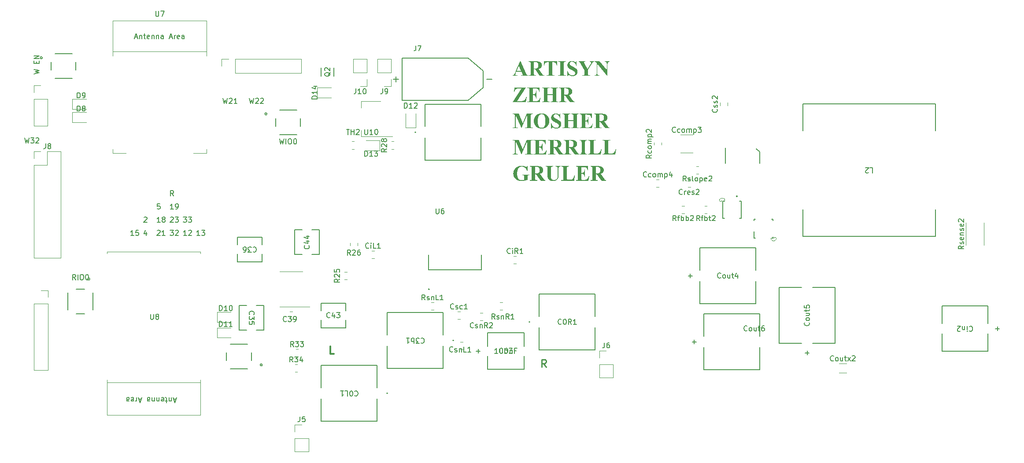
<source format=gbr>
%TF.GenerationSoftware,KiCad,Pcbnew,7.0.10*%
%TF.CreationDate,2024-03-05T22:09:10-05:00*%
%TF.ProjectId,PCB_Main_Final,5043425f-4d61-4696-9e5f-46696e616c2e,rev?*%
%TF.SameCoordinates,Original*%
%TF.FileFunction,Legend,Top*%
%TF.FilePolarity,Positive*%
%FSLAX46Y46*%
G04 Gerber Fmt 4.6, Leading zero omitted, Abs format (unit mm)*
G04 Created by KiCad (PCBNEW 7.0.10) date 2024-03-05 22:09:10*
%MOMM*%
%LPD*%
G01*
G04 APERTURE LIST*
%ADD10C,0.150000*%
%ADD11C,0.300000*%
%ADD12C,0.200000*%
%ADD13C,0.250000*%
%ADD14C,0.100000*%
%ADD15C,0.152400*%
%ADD16C,0.120000*%
%ADD17C,0.127000*%
G04 APERTURE END LIST*
D10*
X43421541Y-64909819D02*
X43659636Y-65909819D01*
X43659636Y-65909819D02*
X43850112Y-65195533D01*
X43850112Y-65195533D02*
X44040588Y-65909819D01*
X44040588Y-65909819D02*
X44278684Y-64909819D01*
X44564398Y-64909819D02*
X45183445Y-64909819D01*
X45183445Y-64909819D02*
X44850112Y-65290771D01*
X44850112Y-65290771D02*
X44992969Y-65290771D01*
X44992969Y-65290771D02*
X45088207Y-65338390D01*
X45088207Y-65338390D02*
X45135826Y-65386009D01*
X45135826Y-65386009D02*
X45183445Y-65481247D01*
X45183445Y-65481247D02*
X45183445Y-65719342D01*
X45183445Y-65719342D02*
X45135826Y-65814580D01*
X45135826Y-65814580D02*
X45088207Y-65862200D01*
X45088207Y-65862200D02*
X44992969Y-65909819D01*
X44992969Y-65909819D02*
X44707255Y-65909819D01*
X44707255Y-65909819D02*
X44612017Y-65862200D01*
X44612017Y-65862200D02*
X44564398Y-65814580D01*
X45564398Y-65005057D02*
X45612017Y-64957438D01*
X45612017Y-64957438D02*
X45707255Y-64909819D01*
X45707255Y-64909819D02*
X45945350Y-64909819D01*
X45945350Y-64909819D02*
X46040588Y-64957438D01*
X46040588Y-64957438D02*
X46088207Y-65005057D01*
X46088207Y-65005057D02*
X46135826Y-65100295D01*
X46135826Y-65100295D02*
X46135826Y-65195533D01*
X46135826Y-65195533D02*
X46088207Y-65338390D01*
X46088207Y-65338390D02*
X45516779Y-65909819D01*
X45516779Y-65909819D02*
X46135826Y-65909819D01*
X68869160Y-82785057D02*
X68916779Y-82737438D01*
X68916779Y-82737438D02*
X69012017Y-82689819D01*
X69012017Y-82689819D02*
X69250112Y-82689819D01*
X69250112Y-82689819D02*
X69345350Y-82737438D01*
X69345350Y-82737438D02*
X69392969Y-82785057D01*
X69392969Y-82785057D02*
X69440588Y-82880295D01*
X69440588Y-82880295D02*
X69440588Y-82975533D01*
X69440588Y-82975533D02*
X69392969Y-83118390D01*
X69392969Y-83118390D02*
X68821541Y-83689819D01*
X68821541Y-83689819D02*
X69440588Y-83689819D01*
X70392969Y-83689819D02*
X69821541Y-83689819D01*
X70107255Y-83689819D02*
X70107255Y-82689819D01*
X70107255Y-82689819D02*
X70012017Y-82832676D01*
X70012017Y-82832676D02*
X69916779Y-82927914D01*
X69916779Y-82927914D02*
X69821541Y-82975533D01*
X74520588Y-83689819D02*
X73949160Y-83689819D01*
X74234874Y-83689819D02*
X74234874Y-82689819D01*
X74234874Y-82689819D02*
X74139636Y-82832676D01*
X74139636Y-82832676D02*
X74044398Y-82927914D01*
X74044398Y-82927914D02*
X73949160Y-82975533D01*
X74901541Y-82785057D02*
X74949160Y-82737438D01*
X74949160Y-82737438D02*
X75044398Y-82689819D01*
X75044398Y-82689819D02*
X75282493Y-82689819D01*
X75282493Y-82689819D02*
X75377731Y-82737438D01*
X75377731Y-82737438D02*
X75425350Y-82785057D01*
X75425350Y-82785057D02*
X75472969Y-82880295D01*
X75472969Y-82880295D02*
X75472969Y-82975533D01*
X75472969Y-82975533D02*
X75425350Y-83118390D01*
X75425350Y-83118390D02*
X74853922Y-83689819D01*
X74853922Y-83689819D02*
X75472969Y-83689819D01*
X69440588Y-81149819D02*
X68869160Y-81149819D01*
X69154874Y-81149819D02*
X69154874Y-80149819D01*
X69154874Y-80149819D02*
X69059636Y-80292676D01*
X69059636Y-80292676D02*
X68964398Y-80387914D01*
X68964398Y-80387914D02*
X68869160Y-80435533D01*
X70012017Y-80578390D02*
X69916779Y-80530771D01*
X69916779Y-80530771D02*
X69869160Y-80483152D01*
X69869160Y-80483152D02*
X69821541Y-80387914D01*
X69821541Y-80387914D02*
X69821541Y-80340295D01*
X69821541Y-80340295D02*
X69869160Y-80245057D01*
X69869160Y-80245057D02*
X69916779Y-80197438D01*
X69916779Y-80197438D02*
X70012017Y-80149819D01*
X70012017Y-80149819D02*
X70202493Y-80149819D01*
X70202493Y-80149819D02*
X70297731Y-80197438D01*
X70297731Y-80197438D02*
X70345350Y-80245057D01*
X70345350Y-80245057D02*
X70392969Y-80340295D01*
X70392969Y-80340295D02*
X70392969Y-80387914D01*
X70392969Y-80387914D02*
X70345350Y-80483152D01*
X70345350Y-80483152D02*
X70297731Y-80530771D01*
X70297731Y-80530771D02*
X70202493Y-80578390D01*
X70202493Y-80578390D02*
X70012017Y-80578390D01*
X70012017Y-80578390D02*
X69916779Y-80626009D01*
X69916779Y-80626009D02*
X69869160Y-80673628D01*
X69869160Y-80673628D02*
X69821541Y-80768866D01*
X69821541Y-80768866D02*
X69821541Y-80959342D01*
X69821541Y-80959342D02*
X69869160Y-81054580D01*
X69869160Y-81054580D02*
X69916779Y-81102200D01*
X69916779Y-81102200D02*
X70012017Y-81149819D01*
X70012017Y-81149819D02*
X70202493Y-81149819D01*
X70202493Y-81149819D02*
X70297731Y-81102200D01*
X70297731Y-81102200D02*
X70345350Y-81054580D01*
X70345350Y-81054580D02*
X70392969Y-80959342D01*
X70392969Y-80959342D02*
X70392969Y-80768866D01*
X70392969Y-80768866D02*
X70345350Y-80673628D01*
X70345350Y-80673628D02*
X70297731Y-80626009D01*
X70297731Y-80626009D02*
X70202493Y-80578390D01*
X86601541Y-57289819D02*
X86839636Y-58289819D01*
X86839636Y-58289819D02*
X87030112Y-57575533D01*
X87030112Y-57575533D02*
X87220588Y-58289819D01*
X87220588Y-58289819D02*
X87458684Y-57289819D01*
X87792017Y-57385057D02*
X87839636Y-57337438D01*
X87839636Y-57337438D02*
X87934874Y-57289819D01*
X87934874Y-57289819D02*
X88172969Y-57289819D01*
X88172969Y-57289819D02*
X88268207Y-57337438D01*
X88268207Y-57337438D02*
X88315826Y-57385057D01*
X88315826Y-57385057D02*
X88363445Y-57480295D01*
X88363445Y-57480295D02*
X88363445Y-57575533D01*
X88363445Y-57575533D02*
X88315826Y-57718390D01*
X88315826Y-57718390D02*
X87744398Y-58289819D01*
X87744398Y-58289819D02*
X88363445Y-58289819D01*
X88744398Y-57385057D02*
X88792017Y-57337438D01*
X88792017Y-57337438D02*
X88887255Y-57289819D01*
X88887255Y-57289819D02*
X89125350Y-57289819D01*
X89125350Y-57289819D02*
X89220588Y-57337438D01*
X89220588Y-57337438D02*
X89268207Y-57385057D01*
X89268207Y-57385057D02*
X89315826Y-57480295D01*
X89315826Y-57480295D02*
X89315826Y-57575533D01*
X89315826Y-57575533D02*
X89268207Y-57718390D01*
X89268207Y-57718390D02*
X88696779Y-58289819D01*
X88696779Y-58289819D02*
X89315826Y-58289819D01*
X77060588Y-83689819D02*
X76489160Y-83689819D01*
X76774874Y-83689819D02*
X76774874Y-82689819D01*
X76774874Y-82689819D02*
X76679636Y-82832676D01*
X76679636Y-82832676D02*
X76584398Y-82927914D01*
X76584398Y-82927914D02*
X76489160Y-82975533D01*
X77393922Y-82689819D02*
X78012969Y-82689819D01*
X78012969Y-82689819D02*
X77679636Y-83070771D01*
X77679636Y-83070771D02*
X77822493Y-83070771D01*
X77822493Y-83070771D02*
X77917731Y-83118390D01*
X77917731Y-83118390D02*
X77965350Y-83166009D01*
X77965350Y-83166009D02*
X78012969Y-83261247D01*
X78012969Y-83261247D02*
X78012969Y-83499342D01*
X78012969Y-83499342D02*
X77965350Y-83594580D01*
X77965350Y-83594580D02*
X77917731Y-83642200D01*
X77917731Y-83642200D02*
X77822493Y-83689819D01*
X77822493Y-83689819D02*
X77536779Y-83689819D01*
X77536779Y-83689819D02*
X77441541Y-83642200D01*
X77441541Y-83642200D02*
X77393922Y-83594580D01*
D11*
X102868796Y-106480828D02*
X102154510Y-106480828D01*
X102154510Y-106480828D02*
X102154510Y-104980828D01*
D10*
X71409160Y-80245057D02*
X71456779Y-80197438D01*
X71456779Y-80197438D02*
X71552017Y-80149819D01*
X71552017Y-80149819D02*
X71790112Y-80149819D01*
X71790112Y-80149819D02*
X71885350Y-80197438D01*
X71885350Y-80197438D02*
X71932969Y-80245057D01*
X71932969Y-80245057D02*
X71980588Y-80340295D01*
X71980588Y-80340295D02*
X71980588Y-80435533D01*
X71980588Y-80435533D02*
X71932969Y-80578390D01*
X71932969Y-80578390D02*
X71361541Y-81149819D01*
X71361541Y-81149819D02*
X71980588Y-81149819D01*
X72313922Y-80149819D02*
X72932969Y-80149819D01*
X72932969Y-80149819D02*
X72599636Y-80530771D01*
X72599636Y-80530771D02*
X72742493Y-80530771D01*
X72742493Y-80530771D02*
X72837731Y-80578390D01*
X72837731Y-80578390D02*
X72885350Y-80626009D01*
X72885350Y-80626009D02*
X72932969Y-80721247D01*
X72932969Y-80721247D02*
X72932969Y-80959342D01*
X72932969Y-80959342D02*
X72885350Y-81054580D01*
X72885350Y-81054580D02*
X72837731Y-81102200D01*
X72837731Y-81102200D02*
X72742493Y-81149819D01*
X72742493Y-81149819D02*
X72456779Y-81149819D01*
X72456779Y-81149819D02*
X72361541Y-81102200D01*
X72361541Y-81102200D02*
X72313922Y-81054580D01*
D12*
G36*
X139726015Y-52427997D02*
G01*
X139743855Y-52466468D01*
X139761289Y-52503113D01*
X139778316Y-52537932D01*
X139794937Y-52570925D01*
X139811152Y-52602091D01*
X139826960Y-52631432D01*
X139842361Y-52658946D01*
X139857356Y-52684635D01*
X139879087Y-52719744D01*
X139899903Y-52750744D01*
X139919805Y-52777635D01*
X139938792Y-52800417D01*
X139962686Y-52824403D01*
X139986063Y-52842385D01*
X140012231Y-52857862D01*
X140041190Y-52870835D01*
X140072939Y-52881304D01*
X140107479Y-52889268D01*
X140137120Y-52893836D01*
X140160523Y-52896210D01*
X140160523Y-52990000D01*
X138808639Y-52990000D01*
X138808639Y-52896210D01*
X138864326Y-52896210D01*
X138893976Y-52895830D01*
X138930864Y-52894142D01*
X138964730Y-52891102D01*
X138995573Y-52886711D01*
X139029877Y-52879323D01*
X139059458Y-52869824D01*
X139088721Y-52855639D01*
X139092937Y-52852979D01*
X139114898Y-52833054D01*
X139130869Y-52805748D01*
X139137657Y-52776524D01*
X139138367Y-52762121D01*
X139135982Y-52730926D01*
X139129499Y-52701205D01*
X139125910Y-52689581D01*
X139115537Y-52660180D01*
X139102444Y-52628564D01*
X139089915Y-52599455D01*
X139077985Y-52572253D01*
X139064361Y-52541570D01*
X138915617Y-52192791D01*
X137928632Y-52192791D01*
X137811395Y-52474891D01*
X137797828Y-52506250D01*
X137786070Y-52536212D01*
X137776121Y-52564777D01*
X137766229Y-52598519D01*
X137759163Y-52630078D01*
X137754923Y-52659455D01*
X137753510Y-52686650D01*
X137755835Y-52719794D01*
X137762812Y-52750077D01*
X137774440Y-52777497D01*
X137790718Y-52802055D01*
X137811648Y-52823750D01*
X137837230Y-52842584D01*
X137848764Y-52849316D01*
X137880626Y-52862329D01*
X137912958Y-52870679D01*
X137944569Y-52876793D01*
X137981285Y-52882403D01*
X138012174Y-52886280D01*
X138045934Y-52889873D01*
X138082567Y-52893183D01*
X138122072Y-52896210D01*
X138122072Y-52990000D01*
X137192972Y-52990000D01*
X137192972Y-52896210D01*
X137229689Y-52889513D01*
X137264734Y-52880411D01*
X137298107Y-52868905D01*
X137329809Y-52854994D01*
X137359840Y-52838680D01*
X137388199Y-52819961D01*
X137414886Y-52798837D01*
X137439902Y-52775310D01*
X137464963Y-52747283D01*
X137484676Y-52721935D01*
X137505175Y-52692878D01*
X137526459Y-52660111D01*
X137548529Y-52623635D01*
X137563679Y-52597257D01*
X137579177Y-52569230D01*
X137595026Y-52539555D01*
X137611223Y-52508230D01*
X137627769Y-52475258D01*
X137644665Y-52440636D01*
X137661910Y-52404366D01*
X137679504Y-52366448D01*
X137840895Y-52005212D01*
X138001172Y-52005212D01*
X138846008Y-52005212D01*
X138429818Y-51076845D01*
X138001172Y-52005212D01*
X137840895Y-52005212D01*
X138678946Y-50129427D01*
X138717780Y-50129427D01*
X139726015Y-52427997D01*
G37*
G36*
X141598786Y-50176391D02*
G01*
X141629678Y-50176600D01*
X141660038Y-50176947D01*
X141689865Y-50177432D01*
X141747922Y-50178821D01*
X141803850Y-50180764D01*
X141857648Y-50183263D01*
X141909317Y-50186317D01*
X141958856Y-50189926D01*
X142006266Y-50194091D01*
X142051546Y-50198810D01*
X142094697Y-50204085D01*
X142135719Y-50209916D01*
X142174610Y-50216301D01*
X142211373Y-50223242D01*
X142246006Y-50230738D01*
X142278509Y-50238790D01*
X142308883Y-50247397D01*
X142337943Y-50256656D01*
X142366322Y-50266848D01*
X142394020Y-50277974D01*
X142421036Y-50290032D01*
X142447372Y-50303024D01*
X142485597Y-50324261D01*
X142522290Y-50347597D01*
X142557450Y-50373033D01*
X142591078Y-50400568D01*
X142623173Y-50430203D01*
X142643718Y-50451126D01*
X142663582Y-50472982D01*
X142682764Y-50495771D01*
X142692100Y-50507515D01*
X142710112Y-50531492D01*
X142726962Y-50555978D01*
X142742650Y-50580974D01*
X142757175Y-50606479D01*
X142776785Y-50645692D01*
X142793780Y-50686052D01*
X142808161Y-50727558D01*
X142816295Y-50755865D01*
X142823268Y-50784682D01*
X142829078Y-50814008D01*
X142833726Y-50843844D01*
X142837212Y-50874189D01*
X142839537Y-50905044D01*
X142840699Y-50936408D01*
X142840844Y-50952281D01*
X142839974Y-50990787D01*
X142837363Y-51028451D01*
X142833013Y-51065273D01*
X142826922Y-51101254D01*
X142819091Y-51136394D01*
X142809520Y-51170692D01*
X142798208Y-51204148D01*
X142785157Y-51236763D01*
X142770365Y-51268537D01*
X142753832Y-51299469D01*
X142735560Y-51329559D01*
X142715547Y-51358808D01*
X142693794Y-51387216D01*
X142670301Y-51414782D01*
X142645068Y-51441507D01*
X142618094Y-51467390D01*
X142590443Y-51490872D01*
X142560796Y-51513234D01*
X142529152Y-51534475D01*
X142495511Y-51554596D01*
X142459874Y-51573596D01*
X142422241Y-51591475D01*
X142382612Y-51608234D01*
X142355083Y-51618785D01*
X142326667Y-51628837D01*
X142297363Y-51638391D01*
X142267173Y-51647447D01*
X142236095Y-51656005D01*
X142220223Y-51660097D01*
X142892135Y-52612644D01*
X142916195Y-52644183D01*
X142938915Y-52673404D01*
X142960296Y-52700306D01*
X142980337Y-52724889D01*
X143004975Y-52754061D01*
X143027232Y-52779111D01*
X143051704Y-52804628D01*
X143076159Y-52826747D01*
X143079713Y-52829532D01*
X143106708Y-52847195D01*
X143135026Y-52862176D01*
X143164668Y-52874472D01*
X143195633Y-52884086D01*
X143227923Y-52891016D01*
X143261536Y-52895263D01*
X143275352Y-52896210D01*
X143275352Y-52990000D01*
X142395345Y-52990000D01*
X141494822Y-51723845D01*
X141311639Y-51723845D01*
X141311639Y-52521053D01*
X141311884Y-52558188D01*
X141312618Y-52592657D01*
X141313842Y-52624460D01*
X141316235Y-52662717D01*
X141319498Y-52696233D01*
X141324800Y-52731464D01*
X141332957Y-52763964D01*
X141339483Y-52779706D01*
X141356015Y-52804802D01*
X141377768Y-52827334D01*
X141404742Y-52847301D01*
X141432626Y-52862668D01*
X141436936Y-52864703D01*
X141467590Y-52875410D01*
X141499669Y-52882641D01*
X141529608Y-52887318D01*
X141563347Y-52891010D01*
X141600888Y-52893718D01*
X141631538Y-52895103D01*
X141664327Y-52895933D01*
X141699253Y-52896210D01*
X141699253Y-52990000D01*
X140268967Y-52990000D01*
X140268967Y-52896210D01*
X140304142Y-52895927D01*
X140337128Y-52895077D01*
X140367924Y-52893660D01*
X140405579Y-52890889D01*
X140439342Y-52887111D01*
X140469212Y-52882326D01*
X140501076Y-52874927D01*
X140531284Y-52863970D01*
X140559739Y-52848633D01*
X140584197Y-52831473D01*
X140607255Y-52809628D01*
X140625093Y-52785402D01*
X140628736Y-52778974D01*
X140639586Y-52748600D01*
X140645704Y-52717974D01*
X140649619Y-52688115D01*
X140652665Y-52653494D01*
X140654840Y-52614110D01*
X140655900Y-52581446D01*
X140656471Y-52546103D01*
X140656580Y-52521053D01*
X140656580Y-50645268D01*
X140656335Y-50608139D01*
X140655601Y-50573690D01*
X140654378Y-50541919D01*
X140651985Y-50503726D01*
X140648722Y-50470295D01*
X140643420Y-50435204D01*
X140635262Y-50402918D01*
X140628736Y-50387348D01*
X140612158Y-50361977D01*
X140590268Y-50339354D01*
X140566756Y-50321813D01*
X140558169Y-50317006D01*
X141311639Y-50317006D01*
X141311639Y-51583161D01*
X141428876Y-51583161D01*
X141464124Y-51582949D01*
X141498245Y-51582313D01*
X141531238Y-51581254D01*
X141563103Y-51579772D01*
X141593840Y-51577866D01*
X141623450Y-51575536D01*
X141665750Y-51571247D01*
X141705512Y-51566005D01*
X141742738Y-51559809D01*
X141777426Y-51552661D01*
X141809576Y-51544559D01*
X141839190Y-51535505D01*
X141857522Y-51528939D01*
X141892281Y-51514021D01*
X141925116Y-51496378D01*
X141956028Y-51476011D01*
X141985017Y-51452918D01*
X142012082Y-51427101D01*
X142037224Y-51398559D01*
X142060442Y-51367292D01*
X142076594Y-51342054D01*
X142081737Y-51333300D01*
X142096272Y-51305887D01*
X142109378Y-51276955D01*
X142121053Y-51246502D01*
X142131299Y-51214530D01*
X142140116Y-51181037D01*
X142147502Y-51146025D01*
X142153459Y-51109493D01*
X142157987Y-51071441D01*
X142161084Y-51031870D01*
X142162752Y-50990778D01*
X142163070Y-50962540D01*
X142162486Y-50921996D01*
X142160734Y-50882798D01*
X142157815Y-50844945D01*
X142153728Y-50808438D01*
X142148473Y-50773275D01*
X142142050Y-50739458D01*
X142134459Y-50706986D01*
X142125701Y-50675860D01*
X142115775Y-50646078D01*
X142104681Y-50617642D01*
X142092419Y-50590551D01*
X142071837Y-50552437D01*
X142048627Y-50517350D01*
X142022790Y-50485289D01*
X142013593Y-50475275D01*
X141983963Y-50446991D01*
X141951125Y-50421488D01*
X141915081Y-50398768D01*
X141875829Y-50378830D01*
X141847879Y-50367083D01*
X141818504Y-50356573D01*
X141787704Y-50347300D01*
X141755478Y-50339262D01*
X141721827Y-50332462D01*
X141686751Y-50326898D01*
X141650249Y-50322570D01*
X141612321Y-50319479D01*
X141572969Y-50317624D01*
X141532191Y-50317006D01*
X141311639Y-50317006D01*
X140558169Y-50317006D01*
X140539178Y-50306375D01*
X140530551Y-50302351D01*
X140500145Y-50291395D01*
X140468235Y-50283996D01*
X140438405Y-50279210D01*
X140404751Y-50275432D01*
X140367273Y-50272661D01*
X140336655Y-50271245D01*
X140303887Y-50270395D01*
X140268967Y-50270111D01*
X140268967Y-50176322D01*
X141567362Y-50176322D01*
X141598786Y-50176391D01*
G37*
G36*
X145737320Y-50176322D02*
G01*
X145737320Y-50973531D01*
X145663314Y-50973531D01*
X145655014Y-50940601D01*
X145646599Y-50908856D01*
X145638069Y-50878296D01*
X145629426Y-50848921D01*
X145620667Y-50820731D01*
X145607315Y-50780668D01*
X145593705Y-50743271D01*
X145579838Y-50708540D01*
X145565712Y-50676475D01*
X145551330Y-50647076D01*
X145536690Y-50620344D01*
X145516769Y-50588848D01*
X145495851Y-50560283D01*
X145473034Y-50533206D01*
X145448316Y-50507618D01*
X145421697Y-50483518D01*
X145393178Y-50460907D01*
X145362758Y-50439784D01*
X145330438Y-50420149D01*
X145296217Y-50402002D01*
X145268854Y-50391026D01*
X145235767Y-50381910D01*
X145205176Y-50375956D01*
X145170921Y-50371193D01*
X145133002Y-50367621D01*
X145102159Y-50365724D01*
X145069255Y-50364496D01*
X145034290Y-50363938D01*
X145022177Y-50363900D01*
X144814082Y-50363900D01*
X144814082Y-52521053D01*
X144814288Y-52557246D01*
X144814906Y-52590811D01*
X144815937Y-52621749D01*
X144817952Y-52658912D01*
X144820699Y-52691404D01*
X144825164Y-52725450D01*
X144832034Y-52756671D01*
X144837529Y-52771646D01*
X144854666Y-52798688D01*
X144875835Y-52821071D01*
X144898941Y-52839378D01*
X144926325Y-52856493D01*
X144930586Y-52858841D01*
X144958192Y-52871541D01*
X144989353Y-52881613D01*
X145018036Y-52887999D01*
X145049188Y-52892561D01*
X145082808Y-52895298D01*
X145118897Y-52896210D01*
X145211953Y-52896210D01*
X145211953Y-52990000D01*
X143748695Y-52990000D01*
X143748695Y-52896210D01*
X143841751Y-52896210D01*
X143871415Y-52895581D01*
X143906402Y-52893022D01*
X143939064Y-52888497D01*
X143969400Y-52882003D01*
X144002733Y-52871613D01*
X144032718Y-52858390D01*
X144037390Y-52855910D01*
X144062715Y-52839973D01*
X144085200Y-52819274D01*
X144104846Y-52793811D01*
X144119708Y-52767625D01*
X144121653Y-52763586D01*
X144131591Y-52731117D01*
X144136360Y-52701289D01*
X144140020Y-52664127D01*
X144142150Y-52629116D01*
X144143281Y-52599778D01*
X144144013Y-52567799D01*
X144144346Y-52533180D01*
X144144368Y-52521053D01*
X144144368Y-50363900D01*
X143942135Y-50363900D01*
X143907473Y-50364378D01*
X143874014Y-50365812D01*
X143841757Y-50368202D01*
X143810702Y-50371548D01*
X143780849Y-50375850D01*
X143738323Y-50384096D01*
X143698503Y-50394492D01*
X143661387Y-50407039D01*
X143626976Y-50421737D01*
X143595269Y-50438586D01*
X143566268Y-50457587D01*
X143539971Y-50478738D01*
X143531807Y-50486266D01*
X143509971Y-50508176D01*
X143489160Y-50531226D01*
X143469373Y-50555414D01*
X143450611Y-50580742D01*
X143432874Y-50607209D01*
X143416162Y-50634815D01*
X143400474Y-50663561D01*
X143385811Y-50693445D01*
X143372172Y-50724469D01*
X143359558Y-50756631D01*
X143347969Y-50789933D01*
X143337405Y-50824375D01*
X143327865Y-50859955D01*
X143319350Y-50896674D01*
X143311860Y-50934533D01*
X143305394Y-50973531D01*
X143226992Y-50973531D01*
X143226992Y-50176322D01*
X145737320Y-50176322D01*
G37*
G36*
X147418932Y-52896210D02*
G01*
X147418932Y-52990000D01*
X145957871Y-52990000D01*
X145957871Y-52896210D01*
X146050928Y-52896210D01*
X146080592Y-52895581D01*
X146115579Y-52893022D01*
X146148240Y-52888497D01*
X146178576Y-52882003D01*
X146211910Y-52871613D01*
X146241894Y-52858390D01*
X146246566Y-52855910D01*
X146272074Y-52839973D01*
X146294377Y-52819274D01*
X146313473Y-52793811D01*
X146327553Y-52767625D01*
X146329364Y-52763586D01*
X146339302Y-52731117D01*
X146344071Y-52701289D01*
X146347731Y-52664127D01*
X146349861Y-52629116D01*
X146350992Y-52599778D01*
X146351724Y-52567799D01*
X146352057Y-52533180D01*
X146352079Y-52521053D01*
X146352079Y-50645268D01*
X146351879Y-50609082D01*
X146351280Y-50575536D01*
X146350282Y-50544630D01*
X146348330Y-50507530D01*
X146345668Y-50475124D01*
X146341343Y-50441218D01*
X146334688Y-50410211D01*
X146329364Y-50395408D01*
X146312878Y-50368012D01*
X146291995Y-50345412D01*
X146268914Y-50326989D01*
X146241345Y-50309829D01*
X146237041Y-50307480D01*
X146209512Y-50294781D01*
X146178583Y-50284708D01*
X146144253Y-50277264D01*
X146113048Y-50273067D01*
X146079481Y-50270695D01*
X146050928Y-50270111D01*
X145957871Y-50270111D01*
X145957871Y-50176322D01*
X147418932Y-50176322D01*
X147418932Y-50270111D01*
X147325875Y-50270111D01*
X147296372Y-50270741D01*
X147261520Y-50273299D01*
X147228923Y-50277825D01*
X147198580Y-50284319D01*
X147170491Y-50292780D01*
X147139759Y-50305531D01*
X147130237Y-50310411D01*
X147104912Y-50326348D01*
X147082426Y-50347048D01*
X147062780Y-50372510D01*
X147047919Y-50398696D01*
X147045973Y-50402735D01*
X147036035Y-50435204D01*
X147031266Y-50465032D01*
X147027606Y-50502194D01*
X147025477Y-50537205D01*
X147024345Y-50566543D01*
X147023613Y-50598522D01*
X147023281Y-50633142D01*
X147023258Y-50645268D01*
X147023258Y-52521053D01*
X147023464Y-52557246D01*
X147024083Y-52590811D01*
X147025113Y-52621749D01*
X147027128Y-52658912D01*
X147029876Y-52691404D01*
X147034341Y-52725450D01*
X147041210Y-52756671D01*
X147046706Y-52771646D01*
X147063843Y-52798688D01*
X147085012Y-52821071D01*
X147108118Y-52839378D01*
X147135501Y-52856493D01*
X147139762Y-52858841D01*
X147167291Y-52871541D01*
X147198220Y-52881613D01*
X147232550Y-52889058D01*
X147263755Y-52893254D01*
X147297322Y-52895626D01*
X147325875Y-52896210D01*
X147418932Y-52896210D01*
G37*
G36*
X149488890Y-50129427D02*
G01*
X149511605Y-51067320D01*
X149426608Y-51067320D01*
X149418419Y-51022901D01*
X149408874Y-50979587D01*
X149397971Y-50937378D01*
X149385713Y-50896273D01*
X149372097Y-50856274D01*
X149357125Y-50817379D01*
X149340796Y-50779589D01*
X149323110Y-50742904D01*
X149304068Y-50707324D01*
X149283669Y-50672849D01*
X149261913Y-50639478D01*
X149238801Y-50607212D01*
X149214331Y-50576051D01*
X149188506Y-50545995D01*
X149161323Y-50517044D01*
X149132784Y-50489197D01*
X149103417Y-50462667D01*
X149073753Y-50437849D01*
X149043792Y-50414742D01*
X149013532Y-50393347D01*
X148982975Y-50373663D01*
X148952120Y-50355692D01*
X148920968Y-50339431D01*
X148889518Y-50324883D01*
X148857770Y-50312046D01*
X148825725Y-50300920D01*
X148793382Y-50291506D01*
X148760741Y-50283804D01*
X148727803Y-50277813D01*
X148694566Y-50273534D01*
X148661033Y-50270967D01*
X148627201Y-50270111D01*
X148588538Y-50271103D01*
X148551407Y-50274078D01*
X148515809Y-50279037D01*
X148481743Y-50285979D01*
X148449210Y-50294905D01*
X148418210Y-50305814D01*
X148388743Y-50318707D01*
X148360809Y-50333584D01*
X148334407Y-50350444D01*
X148309538Y-50369287D01*
X148293810Y-50382951D01*
X148271942Y-50404274D01*
X148252224Y-50426202D01*
X148229281Y-50456382D01*
X148210161Y-50487637D01*
X148194866Y-50519969D01*
X148183394Y-50553377D01*
X148175746Y-50587861D01*
X148171922Y-50623421D01*
X148171444Y-50641605D01*
X148172964Y-50675530D01*
X148177523Y-50708065D01*
X148185123Y-50739209D01*
X148195761Y-50768962D01*
X148209440Y-50797324D01*
X148214675Y-50806468D01*
X148235204Y-50836640D01*
X148254152Y-50860700D01*
X148275344Y-50884691D01*
X148298780Y-50908613D01*
X148324460Y-50932467D01*
X148352384Y-50956252D01*
X148382551Y-50979968D01*
X148406650Y-50997711D01*
X148434791Y-51016384D01*
X148461096Y-51032537D01*
X148491858Y-51050533D01*
X148527076Y-51070370D01*
X148553031Y-51084618D01*
X148580966Y-51099685D01*
X148610882Y-51115570D01*
X148642779Y-51132274D01*
X148676656Y-51149797D01*
X148712514Y-51168138D01*
X148750353Y-51187298D01*
X148790172Y-51207276D01*
X148831972Y-51228073D01*
X148853614Y-51238778D01*
X148883985Y-51253819D01*
X148913730Y-51268806D01*
X148942849Y-51283740D01*
X148971343Y-51298622D01*
X148999212Y-51313450D01*
X149026455Y-51328226D01*
X149053073Y-51342948D01*
X149079066Y-51357618D01*
X149129175Y-51386798D01*
X149176782Y-51415767D01*
X149221888Y-51444523D01*
X149264492Y-51473068D01*
X149304594Y-51501401D01*
X149342195Y-51529523D01*
X149377295Y-51557432D01*
X149409893Y-51585130D01*
X149439989Y-51612616D01*
X149467584Y-51639890D01*
X149492677Y-51666952D01*
X149515268Y-51693803D01*
X149535765Y-51720788D01*
X149554939Y-51748254D01*
X149572790Y-51776200D01*
X149589320Y-51804628D01*
X149604527Y-51833536D01*
X149618411Y-51862926D01*
X149630973Y-51892796D01*
X149642213Y-51923147D01*
X149652131Y-51953979D01*
X149660726Y-51985291D01*
X149667999Y-52017085D01*
X149673950Y-52049359D01*
X149678578Y-52082114D01*
X149681884Y-52115351D01*
X149683867Y-52149068D01*
X149684528Y-52183265D01*
X149683461Y-52226574D01*
X149680258Y-52269121D01*
X149674920Y-52310906D01*
X149667447Y-52351930D01*
X149657838Y-52392193D01*
X149646095Y-52431695D01*
X149632216Y-52470435D01*
X149616202Y-52508414D01*
X149598052Y-52545631D01*
X149577768Y-52582087D01*
X149555348Y-52617782D01*
X149530793Y-52652715D01*
X149504103Y-52686887D01*
X149475277Y-52720298D01*
X149444317Y-52752948D01*
X149411221Y-52784836D01*
X149376571Y-52815358D01*
X149340764Y-52843912D01*
X149303802Y-52870496D01*
X149265683Y-52895111D01*
X149226407Y-52917757D01*
X149185975Y-52938434D01*
X149144387Y-52957141D01*
X149101643Y-52973879D01*
X149057742Y-52988649D01*
X149012685Y-53001448D01*
X148966472Y-53012279D01*
X148919102Y-53021140D01*
X148870576Y-53028033D01*
X148820893Y-53032956D01*
X148770055Y-53035910D01*
X148718060Y-53036894D01*
X148685304Y-53036425D01*
X148652984Y-53035017D01*
X148621099Y-53032669D01*
X148589649Y-53029384D01*
X148558634Y-53025159D01*
X148528054Y-53019996D01*
X148497909Y-53013893D01*
X148468199Y-53006852D01*
X148437951Y-52998689D01*
X148405826Y-52988855D01*
X148371822Y-52977348D01*
X148335942Y-52964171D01*
X148307799Y-52953191D01*
X148278600Y-52941270D01*
X148248345Y-52928410D01*
X148217033Y-52914609D01*
X148184666Y-52899867D01*
X148173642Y-52894745D01*
X148143589Y-52881657D01*
X148115253Y-52870788D01*
X148083517Y-52860673D01*
X148054253Y-52853752D01*
X148023238Y-52849715D01*
X148010976Y-52849316D01*
X147980367Y-52852967D01*
X147952283Y-52862344D01*
X147923375Y-52877491D01*
X147897404Y-52895478D01*
X147872489Y-52918023D01*
X147852809Y-52941086D01*
X147834674Y-52967602D01*
X147818084Y-52997569D01*
X147805440Y-53025179D01*
X147800683Y-53036894D01*
X147724480Y-53036894D01*
X147724480Y-52005212D01*
X147800683Y-52005212D01*
X147812696Y-52058722D01*
X147826020Y-52110622D01*
X147840654Y-52160914D01*
X147856600Y-52209598D01*
X147873856Y-52256673D01*
X147892423Y-52302139D01*
X147912301Y-52345997D01*
X147933490Y-52388246D01*
X147955990Y-52428887D01*
X147979801Y-52467919D01*
X148004923Y-52505343D01*
X148031355Y-52541157D01*
X148059099Y-52575364D01*
X148088153Y-52607962D01*
X148118519Y-52638951D01*
X148150195Y-52668332D01*
X148182684Y-52695926D01*
X148215488Y-52721741D01*
X148248607Y-52745775D01*
X148282040Y-52768029D01*
X148315789Y-52788502D01*
X148349852Y-52807195D01*
X148384230Y-52824108D01*
X148418923Y-52839241D01*
X148453931Y-52852593D01*
X148489254Y-52864165D01*
X148524891Y-52873956D01*
X148560843Y-52881968D01*
X148597111Y-52888199D01*
X148633693Y-52892650D01*
X148670590Y-52895320D01*
X148707801Y-52896210D01*
X148750254Y-52895109D01*
X148791058Y-52891805D01*
X148830213Y-52886299D01*
X148867719Y-52878590D01*
X148903577Y-52868679D01*
X148937786Y-52856566D01*
X148970347Y-52842250D01*
X149001259Y-52825731D01*
X149030522Y-52807010D01*
X149058137Y-52786086D01*
X149075631Y-52770914D01*
X149100118Y-52746923D01*
X149122197Y-52722210D01*
X149141866Y-52696776D01*
X149159128Y-52670621D01*
X149173981Y-52643745D01*
X149186425Y-52616148D01*
X149196460Y-52587829D01*
X149204088Y-52558789D01*
X149209306Y-52529027D01*
X149212116Y-52498545D01*
X149212651Y-52477822D01*
X149211363Y-52447071D01*
X149207499Y-52416642D01*
X149201059Y-52386535D01*
X149192043Y-52356750D01*
X149180451Y-52327287D01*
X149166283Y-52298146D01*
X149159895Y-52286580D01*
X149142278Y-52257732D01*
X149121942Y-52229350D01*
X149098887Y-52201433D01*
X149078485Y-52179434D01*
X149056343Y-52157732D01*
X149032460Y-52136329D01*
X149006838Y-52115223D01*
X149000160Y-52109993D01*
X148970839Y-52088320D01*
X148945468Y-52071028D01*
X148917199Y-52052848D01*
X148886031Y-52033779D01*
X148851966Y-52013822D01*
X148815002Y-51992976D01*
X148788750Y-51978584D01*
X148761210Y-51963798D01*
X148732381Y-51948617D01*
X148702265Y-51933041D01*
X148670861Y-51917070D01*
X148638168Y-51900703D01*
X148621339Y-51892372D01*
X148574459Y-51869148D01*
X148529256Y-51846371D01*
X148485730Y-51824039D01*
X148443882Y-51802155D01*
X148403710Y-51780717D01*
X148365216Y-51759725D01*
X148328400Y-51739180D01*
X148293260Y-51719082D01*
X148259798Y-51699430D01*
X148228013Y-51680224D01*
X148197905Y-51661465D01*
X148169475Y-51643153D01*
X148142722Y-51625287D01*
X148117646Y-51607867D01*
X148083177Y-51582575D01*
X148072526Y-51574368D01*
X148042009Y-51549512D01*
X148012831Y-51524127D01*
X147984993Y-51498215D01*
X147958495Y-51471775D01*
X147933336Y-51444806D01*
X147909516Y-51417309D01*
X147887037Y-51389285D01*
X147865896Y-51360732D01*
X147846095Y-51331651D01*
X147827634Y-51302042D01*
X147816071Y-51282009D01*
X147800095Y-51251370D01*
X147785691Y-51220177D01*
X147772858Y-51188430D01*
X147761597Y-51156129D01*
X147751907Y-51123274D01*
X147743788Y-51089866D01*
X147737241Y-51055903D01*
X147732265Y-51021387D01*
X147728860Y-50986317D01*
X147727027Y-50950693D01*
X147726678Y-50926636D01*
X147727634Y-50885620D01*
X147730502Y-50845372D01*
X147735282Y-50805890D01*
X147741974Y-50767176D01*
X147750577Y-50729229D01*
X147761093Y-50692048D01*
X147773521Y-50655635D01*
X147787861Y-50619989D01*
X147804112Y-50585110D01*
X147822276Y-50550998D01*
X147842352Y-50517653D01*
X147864339Y-50485075D01*
X147888239Y-50453265D01*
X147914050Y-50422221D01*
X147941774Y-50391944D01*
X147971409Y-50362435D01*
X148002590Y-50334219D01*
X148034767Y-50307824D01*
X148067940Y-50283249D01*
X148102110Y-50260494D01*
X148137275Y-50239560D01*
X148173436Y-50220446D01*
X148210593Y-50203152D01*
X148248747Y-50187679D01*
X148287896Y-50174026D01*
X148328042Y-50162194D01*
X148369183Y-50152182D01*
X148411321Y-50143990D01*
X148454455Y-50137619D01*
X148498584Y-50133068D01*
X148543710Y-50130337D01*
X148589832Y-50129427D01*
X148623767Y-50129931D01*
X148657426Y-50131442D01*
X148690811Y-50133961D01*
X148723921Y-50137487D01*
X148756757Y-50142021D01*
X148789317Y-50147562D01*
X148821603Y-50154111D01*
X148853614Y-50161667D01*
X148884877Y-50170243D01*
X148918215Y-50180859D01*
X148946379Y-50190819D01*
X148975871Y-50202085D01*
X149006692Y-50214656D01*
X149038840Y-50228532D01*
X149072317Y-50243713D01*
X149089553Y-50251793D01*
X149123052Y-50267077D01*
X149153941Y-50280324D01*
X149182220Y-50291532D01*
X149213898Y-50302677D01*
X149246527Y-50311847D01*
X149277171Y-50316751D01*
X149284459Y-50317006D01*
X149315671Y-50313857D01*
X149344881Y-50303121D01*
X149368722Y-50284766D01*
X149385743Y-50259444D01*
X149398581Y-50229811D01*
X149409306Y-50197491D01*
X149418046Y-50165677D01*
X149424910Y-50137032D01*
X149426608Y-50129427D01*
X149488890Y-50129427D01*
G37*
G36*
X152842588Y-50176322D02*
G01*
X152842588Y-50270111D01*
X152809135Y-50275378D01*
X152777650Y-50282018D01*
X152748135Y-50290032D01*
X152714010Y-50301982D01*
X152682962Y-50316078D01*
X152654991Y-50332322D01*
X152630097Y-50350711D01*
X152602574Y-50377009D01*
X152579467Y-50402879D01*
X152554248Y-50434016D01*
X152536262Y-50457701D01*
X152517337Y-50483727D01*
X152497473Y-50512095D01*
X152476671Y-50542804D01*
X152454929Y-50575854D01*
X152432249Y-50611245D01*
X152408630Y-50648978D01*
X152384072Y-50689052D01*
X152358575Y-50731467D01*
X152332140Y-50776223D01*
X152304766Y-50823321D01*
X151698799Y-51835952D01*
X151698799Y-52521053D01*
X151698999Y-52557626D01*
X151699598Y-52591507D01*
X151700596Y-52622696D01*
X151702548Y-52660093D01*
X151705210Y-52692706D01*
X151709535Y-52726741D01*
X151716190Y-52757713D01*
X151721514Y-52772379D01*
X151737768Y-52799066D01*
X151758056Y-52821232D01*
X151783839Y-52841931D01*
X151810907Y-52858841D01*
X151837706Y-52871541D01*
X151867544Y-52881613D01*
X151900423Y-52889058D01*
X151930143Y-52893254D01*
X151961975Y-52895626D01*
X151988960Y-52896210D01*
X152145764Y-52896210D01*
X152145764Y-52990000D01*
X150577725Y-52990000D01*
X150577725Y-52896210D01*
X150724270Y-52896210D01*
X150754255Y-52895581D01*
X150789514Y-52893022D01*
X150822304Y-52888497D01*
X150852626Y-52882003D01*
X150885753Y-52871613D01*
X150915326Y-52858390D01*
X150919909Y-52855910D01*
X150945234Y-52839973D01*
X150967719Y-52819274D01*
X150987366Y-52793811D01*
X151002227Y-52767625D01*
X151004173Y-52763586D01*
X151014110Y-52731117D01*
X151018879Y-52701289D01*
X151022539Y-52664127D01*
X151024669Y-52629116D01*
X151025800Y-52599778D01*
X151026532Y-52567799D01*
X151026865Y-52533180D01*
X151026887Y-52521053D01*
X151026887Y-51950990D01*
X150369630Y-50752979D01*
X150345624Y-50709788D01*
X150322517Y-50668876D01*
X150300310Y-50630242D01*
X150279000Y-50593886D01*
X150258590Y-50559808D01*
X150239078Y-50528009D01*
X150220465Y-50498488D01*
X150202751Y-50471245D01*
X150185935Y-50446281D01*
X150162397Y-50413106D01*
X150140881Y-50385058D01*
X150121387Y-50362136D01*
X150098541Y-50339547D01*
X150093391Y-50335324D01*
X150067109Y-50317117D01*
X150038179Y-50301879D01*
X150006601Y-50289611D01*
X149972376Y-50280312D01*
X149943090Y-50275011D01*
X149912109Y-50271611D01*
X149879434Y-50270111D01*
X149879434Y-50176322D01*
X151218862Y-50176322D01*
X151218862Y-50270111D01*
X151158778Y-50270111D01*
X151122557Y-50270970D01*
X151089913Y-50273546D01*
X151060847Y-50277839D01*
X151030691Y-50285258D01*
X151002020Y-50297039D01*
X150988785Y-50305282D01*
X150965408Y-50325001D01*
X150947226Y-50350047D01*
X150940425Y-50378555D01*
X150946221Y-50414164D01*
X150956525Y-50446633D01*
X150967634Y-50475568D01*
X150981641Y-50508431D01*
X150998546Y-50545223D01*
X151011426Y-50571933D01*
X151025594Y-50600389D01*
X151041050Y-50630591D01*
X151057794Y-50662540D01*
X151075826Y-50696234D01*
X151095146Y-50731674D01*
X151105289Y-50750048D01*
X151610139Y-51657899D01*
X152112791Y-50830648D01*
X152135505Y-50793079D01*
X152156755Y-50757124D01*
X152176538Y-50722783D01*
X152194856Y-50690056D01*
X152211709Y-50658944D01*
X152227096Y-50629446D01*
X152241018Y-50601562D01*
X152259153Y-50562763D01*
X152273991Y-50527597D01*
X152285532Y-50496062D01*
X152295790Y-50459666D01*
X152300186Y-50429727D01*
X152300369Y-50423251D01*
X152296138Y-50393788D01*
X152283445Y-50367223D01*
X152262290Y-50343556D01*
X152246880Y-50331660D01*
X152216629Y-50313869D01*
X152185084Y-50301246D01*
X152155701Y-50292591D01*
X152122630Y-50285218D01*
X152085874Y-50279127D01*
X152055887Y-50275401D01*
X152023827Y-50272395D01*
X151989692Y-50270111D01*
X151989692Y-50176322D01*
X152842588Y-50176322D01*
G37*
G36*
X153923363Y-50176322D02*
G01*
X155302358Y-51890174D01*
X155302358Y-50739057D01*
X155302078Y-50707378D01*
X155301236Y-50677004D01*
X155298922Y-50633891D01*
X155295346Y-50593714D01*
X155290507Y-50556473D01*
X155284406Y-50522170D01*
X155277043Y-50490803D01*
X155268418Y-50462372D01*
X155254954Y-50429033D01*
X155239246Y-50400915D01*
X155230551Y-50388813D01*
X155210825Y-50366977D01*
X155188742Y-50347357D01*
X155164303Y-50329952D01*
X155137506Y-50314762D01*
X155108352Y-50301787D01*
X155076841Y-50291028D01*
X155042973Y-50282485D01*
X155006748Y-50276156D01*
X154968166Y-50272043D01*
X154927227Y-50270146D01*
X154898625Y-50270111D01*
X154898625Y-50176322D01*
X155821863Y-50176322D01*
X155821863Y-50270111D01*
X155789639Y-50274630D01*
X155759463Y-50279393D01*
X155722415Y-50286125D01*
X155689007Y-50293292D01*
X155659240Y-50300894D01*
X155627151Y-50311009D01*
X155596153Y-50324043D01*
X155583726Y-50330928D01*
X155558381Y-50349235D01*
X155535560Y-50372101D01*
X155515264Y-50399524D01*
X155499877Y-50426658D01*
X155488471Y-50451828D01*
X155478761Y-50480865D01*
X155470697Y-50515770D01*
X155465430Y-50547918D01*
X155461217Y-50583822D01*
X155458749Y-50613214D01*
X155456872Y-50644719D01*
X155455589Y-50678335D01*
X155454897Y-50714065D01*
X155454766Y-50739057D01*
X155454766Y-53036894D01*
X155384424Y-53036894D01*
X153494717Y-50688499D01*
X153494717Y-52521053D01*
X153495683Y-52561151D01*
X153498581Y-52598737D01*
X153503411Y-52633811D01*
X153510173Y-52666374D01*
X153518867Y-52696425D01*
X153529493Y-52723965D01*
X153546666Y-52756777D01*
X153567274Y-52785125D01*
X153591317Y-52809007D01*
X153604626Y-52819274D01*
X153632779Y-52837306D01*
X153661916Y-52852933D01*
X153692038Y-52866157D01*
X153723145Y-52876976D01*
X153755236Y-52885391D01*
X153788312Y-52891402D01*
X153822372Y-52895008D01*
X153857418Y-52896210D01*
X153923363Y-52896210D01*
X153923363Y-52990000D01*
X152932714Y-52990000D01*
X152932714Y-52896210D01*
X152974754Y-52895077D01*
X153014322Y-52892501D01*
X153051416Y-52888482D01*
X153086038Y-52883021D01*
X153118186Y-52876117D01*
X153147862Y-52867771D01*
X153183582Y-52854399D01*
X153214906Y-52838462D01*
X153241834Y-52819961D01*
X153253649Y-52809748D01*
X153274944Y-52786644D01*
X153293400Y-52759831D01*
X153309016Y-52729308D01*
X153321793Y-52695076D01*
X153331731Y-52657135D01*
X153337320Y-52626244D01*
X153341313Y-52593267D01*
X153343709Y-52558203D01*
X153344508Y-52521053D01*
X153344508Y-50501653D01*
X153285157Y-50428381D01*
X153263312Y-50405597D01*
X153242109Y-50384875D01*
X153216506Y-50361870D01*
X153191905Y-50342085D01*
X153163707Y-50322593D01*
X153136951Y-50307738D01*
X153128353Y-50303817D01*
X153100712Y-50293478D01*
X153068899Y-50284995D01*
X153039199Y-50279342D01*
X153006602Y-50274977D01*
X152971107Y-50271900D01*
X152940625Y-50270366D01*
X152932714Y-50270111D01*
X152932714Y-50176322D01*
X153923363Y-50176322D01*
G37*
G36*
X139736273Y-55216322D02*
G01*
X138093496Y-57842421D01*
X138625457Y-57842421D01*
X138671653Y-57842238D01*
X138716086Y-57841688D01*
X138758756Y-57840772D01*
X138799663Y-57839490D01*
X138838807Y-57837841D01*
X138876187Y-57835826D01*
X138911805Y-57833445D01*
X138945659Y-57830697D01*
X138977750Y-57827583D01*
X139008078Y-57824103D01*
X139050265Y-57818195D01*
X139088484Y-57811463D01*
X139122736Y-57803907D01*
X139153021Y-57795526D01*
X139183349Y-57785886D01*
X139213151Y-57775285D01*
X139242425Y-57763721D01*
X139271174Y-57751196D01*
X139299395Y-57737710D01*
X139327090Y-57723261D01*
X139354258Y-57707851D01*
X139380900Y-57691479D01*
X139407015Y-57674145D01*
X139432603Y-57655850D01*
X139457664Y-57636593D01*
X139482199Y-57616374D01*
X139506208Y-57595194D01*
X139529689Y-57573052D01*
X139552644Y-57549948D01*
X139575073Y-57525882D01*
X139596811Y-57500723D01*
X139617697Y-57474523D01*
X139637730Y-57447280D01*
X139656909Y-57418995D01*
X139675236Y-57389669D01*
X139692710Y-57359301D01*
X139709331Y-57327891D01*
X139725099Y-57295439D01*
X139740014Y-57261945D01*
X139754076Y-57227410D01*
X139767285Y-57191832D01*
X139779641Y-57155213D01*
X139791145Y-57117552D01*
X139801795Y-57078849D01*
X139811592Y-57039104D01*
X139820537Y-56998318D01*
X139901137Y-56998318D01*
X139787564Y-58030000D01*
X137228143Y-58030000D01*
X138872386Y-55403900D01*
X138458394Y-55403900D01*
X138428902Y-55403958D01*
X138387068Y-55404258D01*
X138348119Y-55404816D01*
X138312055Y-55405632D01*
X138278876Y-55406705D01*
X138248582Y-55408036D01*
X138212679Y-55410212D01*
X138181904Y-55412845D01*
X138150648Y-55416780D01*
X138140390Y-55418555D01*
X138104750Y-55426146D01*
X138069636Y-55435362D01*
X138035049Y-55446204D01*
X138000989Y-55458672D01*
X137967455Y-55472765D01*
X137934448Y-55488485D01*
X137901967Y-55505830D01*
X137870013Y-55524801D01*
X137838998Y-55545409D01*
X137809334Y-55567665D01*
X137781021Y-55591571D01*
X137754059Y-55617124D01*
X137728448Y-55644327D01*
X137704188Y-55673178D01*
X137681279Y-55703678D01*
X137659720Y-55735826D01*
X137644374Y-55761174D01*
X137629658Y-55787759D01*
X137615574Y-55815579D01*
X137602121Y-55844637D01*
X137589299Y-55874930D01*
X137577108Y-55906461D01*
X137565548Y-55939227D01*
X137554620Y-55973230D01*
X137544322Y-56008470D01*
X137534656Y-56044946D01*
X137528562Y-56069951D01*
X137452358Y-56069951D01*
X137528562Y-55216322D01*
X139736273Y-55216322D01*
G37*
G36*
X141108674Y-55403900D02*
G01*
X141108674Y-56529371D01*
X141164361Y-56529371D01*
X141197036Y-56528722D01*
X141228566Y-56526773D01*
X141258952Y-56523524D01*
X141288192Y-56518976D01*
X141329906Y-56509717D01*
X141369044Y-56497535D01*
X141405606Y-56482429D01*
X141439592Y-56464399D01*
X141471002Y-56443445D01*
X141499836Y-56419568D01*
X141526094Y-56392767D01*
X141549776Y-56363042D01*
X141571410Y-56330471D01*
X141591525Y-56295130D01*
X141610119Y-56257020D01*
X141621671Y-56230075D01*
X141632547Y-56201900D01*
X141642748Y-56172493D01*
X141652274Y-56141856D01*
X141661124Y-56109988D01*
X141669298Y-56076889D01*
X141676797Y-56042560D01*
X141683621Y-56007000D01*
X141689769Y-55970209D01*
X141695241Y-55932187D01*
X141700038Y-55892934D01*
X141702184Y-55872847D01*
X141780586Y-55872847D01*
X141780586Y-57326580D01*
X141702184Y-57326580D01*
X141698858Y-57296699D01*
X141695108Y-57267504D01*
X141688690Y-57225000D01*
X141681318Y-57184042D01*
X141672993Y-57144629D01*
X141663715Y-57106762D01*
X141653484Y-57070440D01*
X141642300Y-57035664D01*
X141630163Y-57002434D01*
X141617073Y-56970749D01*
X141603029Y-56940610D01*
X141598136Y-56930907D01*
X141583067Y-56902813D01*
X141567533Y-56876510D01*
X141546101Y-56844224D01*
X141523844Y-56815121D01*
X141500764Y-56789201D01*
X141476858Y-56766464D01*
X141452129Y-56746909D01*
X141426575Y-56730537D01*
X141413489Y-56723545D01*
X141385805Y-56711008D01*
X141355145Y-56700143D01*
X141321508Y-56690950D01*
X141284895Y-56683428D01*
X141255481Y-56678883D01*
X141224393Y-56675279D01*
X141191631Y-56672615D01*
X141157194Y-56670891D01*
X141121083Y-56670108D01*
X141108674Y-56670055D01*
X141108674Y-57478988D01*
X141108841Y-57521754D01*
X141109343Y-57561299D01*
X141110181Y-57597625D01*
X141111353Y-57630731D01*
X141112860Y-57660617D01*
X141115390Y-57695456D01*
X141119390Y-57730955D01*
X141125418Y-57761746D01*
X141127725Y-57769148D01*
X141141519Y-57797317D01*
X141160646Y-57822471D01*
X141185105Y-57844612D01*
X141200997Y-57855610D01*
X141227840Y-57868743D01*
X141260924Y-57878651D01*
X141294249Y-57884576D01*
X141325522Y-57887703D01*
X141359979Y-57889184D01*
X141374654Y-57889316D01*
X141541716Y-57889316D01*
X141590019Y-57888580D01*
X141637108Y-57886373D01*
X141682984Y-57882695D01*
X141727646Y-57877546D01*
X141771095Y-57870926D01*
X141813329Y-57862834D01*
X141854351Y-57853272D01*
X141894159Y-57842238D01*
X141932753Y-57829733D01*
X141970133Y-57815757D01*
X142006300Y-57800309D01*
X142041254Y-57783391D01*
X142074994Y-57765001D01*
X142107520Y-57745140D01*
X142138833Y-57723808D01*
X142168932Y-57701004D01*
X142197906Y-57676753D01*
X142225844Y-57651076D01*
X142252746Y-57623973D01*
X142278612Y-57595446D01*
X142303442Y-57565493D01*
X142327236Y-57534114D01*
X142349993Y-57501310D01*
X142371714Y-57467081D01*
X142392400Y-57431426D01*
X142412049Y-57394346D01*
X142430662Y-57355841D01*
X142448239Y-57315910D01*
X142464780Y-57274554D01*
X142480284Y-57231772D01*
X142494753Y-57187565D01*
X142508185Y-57141933D01*
X142584389Y-57141933D01*
X142458360Y-58030000D01*
X140043286Y-58030000D01*
X140043286Y-57936210D01*
X140136343Y-57936210D01*
X140166007Y-57935581D01*
X140200994Y-57933022D01*
X140233655Y-57928497D01*
X140263991Y-57922003D01*
X140297325Y-57911613D01*
X140327309Y-57898390D01*
X140331981Y-57895910D01*
X140357489Y-57879973D01*
X140379792Y-57859274D01*
X140398889Y-57833811D01*
X140412969Y-57807625D01*
X140414780Y-57803586D01*
X140424717Y-57771117D01*
X140429486Y-57741289D01*
X140433147Y-57704127D01*
X140435276Y-57669116D01*
X140436407Y-57639778D01*
X140437139Y-57607799D01*
X140437472Y-57573180D01*
X140437494Y-57561053D01*
X140437494Y-55685268D01*
X140437404Y-55653225D01*
X140437134Y-55623590D01*
X140436492Y-55587824D01*
X140435531Y-55556339D01*
X140433878Y-55523005D01*
X140431233Y-55491836D01*
X140427236Y-55467648D01*
X140416577Y-55439663D01*
X140400274Y-55411373D01*
X140379574Y-55387021D01*
X140354478Y-55366608D01*
X140351032Y-55364333D01*
X140325118Y-55348712D01*
X140296378Y-55335739D01*
X140264811Y-55325414D01*
X140230418Y-55317736D01*
X140200869Y-55313500D01*
X140169510Y-55310958D01*
X140136343Y-55310111D01*
X140043286Y-55310111D01*
X140043286Y-55216322D01*
X142382889Y-55216322D01*
X142382889Y-56060425D01*
X142304487Y-56060425D01*
X142296787Y-56023717D01*
X142288710Y-55988332D01*
X142280255Y-55954268D01*
X142271422Y-55921527D01*
X142262212Y-55890109D01*
X142252623Y-55860012D01*
X142242657Y-55831239D01*
X142232313Y-55803787D01*
X142216088Y-55765089D01*
X142199014Y-55729366D01*
X142181089Y-55696619D01*
X142162314Y-55666847D01*
X142142690Y-55640050D01*
X142135959Y-55631779D01*
X142114971Y-55607936D01*
X142092399Y-55585317D01*
X142068242Y-55563921D01*
X142042502Y-55543749D01*
X142015177Y-55524800D01*
X141986268Y-55507075D01*
X141955774Y-55490573D01*
X141923697Y-55475296D01*
X141890035Y-55461241D01*
X141854789Y-55448411D01*
X141830411Y-55440537D01*
X141798320Y-55431950D01*
X141759932Y-55424508D01*
X141727008Y-55419678D01*
X141690543Y-55415492D01*
X141650536Y-55411950D01*
X141606986Y-55409052D01*
X141575986Y-55407478D01*
X141543411Y-55406190D01*
X141509261Y-55405188D01*
X141473538Y-55404473D01*
X141436240Y-55404044D01*
X141397369Y-55403900D01*
X141108674Y-55403900D01*
G37*
G36*
X143912093Y-56670055D02*
G01*
X143912093Y-57561053D01*
X143912299Y-57597246D01*
X143912917Y-57630811D01*
X143913948Y-57661749D01*
X143915963Y-57698912D01*
X143918710Y-57731404D01*
X143923176Y-57765450D01*
X143930045Y-57796671D01*
X143935540Y-57811646D01*
X143952677Y-57838688D01*
X143973846Y-57861071D01*
X143996952Y-57879378D01*
X144024336Y-57896493D01*
X144028597Y-57898841D01*
X144056126Y-57911541D01*
X144087055Y-57921613D01*
X144121384Y-57929058D01*
X144152590Y-57933254D01*
X144186156Y-57935626D01*
X144214710Y-57936210D01*
X144307766Y-57936210D01*
X144307766Y-58030000D01*
X142846706Y-58030000D01*
X142846706Y-57936210D01*
X142939762Y-57936210D01*
X142969266Y-57935581D01*
X143004117Y-57933022D01*
X143036714Y-57928497D01*
X143067057Y-57922003D01*
X143095146Y-57913541D01*
X143125878Y-57900790D01*
X143135401Y-57895910D01*
X143160588Y-57879973D01*
X143182662Y-57859274D01*
X143201621Y-57833811D01*
X143215656Y-57807625D01*
X143217466Y-57803586D01*
X143227404Y-57771117D01*
X143232173Y-57741289D01*
X143235833Y-57704127D01*
X143237963Y-57669116D01*
X143239094Y-57639778D01*
X143239826Y-57607799D01*
X143240159Y-57573180D01*
X143240181Y-57561053D01*
X143240181Y-55685268D01*
X143239981Y-55649082D01*
X143239382Y-55615536D01*
X143238384Y-55584630D01*
X143236432Y-55547530D01*
X143233770Y-55515124D01*
X143229445Y-55481218D01*
X143222790Y-55450211D01*
X143217466Y-55435408D01*
X143201038Y-55408012D01*
X143180304Y-55385412D01*
X143157428Y-55366989D01*
X143130135Y-55349829D01*
X143125875Y-55347480D01*
X143098346Y-55334781D01*
X143067417Y-55324708D01*
X143033088Y-55317264D01*
X143001882Y-55313067D01*
X142968316Y-55310695D01*
X142939762Y-55310111D01*
X142846706Y-55310111D01*
X142846706Y-55216322D01*
X144307766Y-55216322D01*
X144307766Y-55310111D01*
X144214710Y-55310111D01*
X144185206Y-55310741D01*
X144150355Y-55313299D01*
X144117758Y-55317825D01*
X144087415Y-55324319D01*
X144059326Y-55332780D01*
X144028594Y-55345531D01*
X144019071Y-55350411D01*
X143993746Y-55366348D01*
X143971261Y-55387048D01*
X143951615Y-55412510D01*
X143936753Y-55438696D01*
X143934808Y-55442735D01*
X143924870Y-55475204D01*
X143920101Y-55505032D01*
X143916441Y-55542194D01*
X143914311Y-55577205D01*
X143913180Y-55606543D01*
X143912448Y-55638522D01*
X143912115Y-55673142D01*
X143912093Y-55685268D01*
X143912093Y-56482477D01*
X144899078Y-56482477D01*
X144899078Y-55685268D01*
X144898879Y-55649082D01*
X144898280Y-55615536D01*
X144897282Y-55584630D01*
X144895330Y-55547530D01*
X144892668Y-55515124D01*
X144888342Y-55481218D01*
X144881688Y-55450211D01*
X144876364Y-55435408D01*
X144859819Y-55408012D01*
X144838788Y-55385412D01*
X144815502Y-55366989D01*
X144787657Y-55349829D01*
X144783307Y-55347480D01*
X144755529Y-55334781D01*
X144724403Y-55324708D01*
X144689927Y-55317264D01*
X144658640Y-55313067D01*
X144625026Y-55310695D01*
X144596461Y-55310111D01*
X144505603Y-55310111D01*
X144505603Y-55216322D01*
X145964466Y-55216322D01*
X145964466Y-55310111D01*
X145873607Y-55310111D01*
X145843623Y-55310741D01*
X145808364Y-55313299D01*
X145775573Y-55317825D01*
X145745252Y-55324319D01*
X145712124Y-55334708D01*
X145682552Y-55347932D01*
X145677969Y-55350411D01*
X145652644Y-55366348D01*
X145630158Y-55387048D01*
X145610512Y-55412510D01*
X145595651Y-55438696D01*
X145593705Y-55442735D01*
X145583767Y-55475204D01*
X145578998Y-55505032D01*
X145575338Y-55542194D01*
X145573209Y-55577205D01*
X145572077Y-55606543D01*
X145571345Y-55638522D01*
X145571013Y-55673142D01*
X145570990Y-55685268D01*
X145570990Y-57561053D01*
X145571190Y-57597246D01*
X145571789Y-57630811D01*
X145572787Y-57661749D01*
X145574739Y-57698912D01*
X145577401Y-57731404D01*
X145581727Y-57765450D01*
X145588381Y-57796671D01*
X145593705Y-57811646D01*
X145610191Y-57838688D01*
X145631074Y-57861071D01*
X145654155Y-57879378D01*
X145681724Y-57896493D01*
X145686029Y-57898841D01*
X145714056Y-57911541D01*
X145745380Y-57921613D01*
X145774002Y-57927999D01*
X145804914Y-57932561D01*
X145838116Y-57935298D01*
X145873607Y-57936210D01*
X145964466Y-57936210D01*
X145964466Y-58030000D01*
X144505603Y-58030000D01*
X144505603Y-57936210D01*
X144596461Y-57936210D01*
X144626446Y-57935581D01*
X144661705Y-57933022D01*
X144694495Y-57928497D01*
X144724817Y-57922003D01*
X144757944Y-57911613D01*
X144787517Y-57898390D01*
X144792100Y-57895910D01*
X144817425Y-57879973D01*
X144839911Y-57859274D01*
X144859557Y-57833811D01*
X144874418Y-57807625D01*
X144876364Y-57803586D01*
X144886301Y-57771117D01*
X144891071Y-57741289D01*
X144894731Y-57704127D01*
X144896860Y-57669116D01*
X144897991Y-57639778D01*
X144898723Y-57607799D01*
X144899056Y-57573180D01*
X144899078Y-57561053D01*
X144899078Y-56670055D01*
X143912093Y-56670055D01*
G37*
G36*
X147431305Y-55216391D02*
G01*
X147462197Y-55216600D01*
X147492557Y-55216947D01*
X147522384Y-55217432D01*
X147580441Y-55218821D01*
X147636369Y-55220764D01*
X147690167Y-55223263D01*
X147741836Y-55226317D01*
X147791375Y-55229926D01*
X147838785Y-55234091D01*
X147884066Y-55238810D01*
X147927216Y-55244085D01*
X147968238Y-55249916D01*
X148007130Y-55256301D01*
X148043892Y-55263242D01*
X148078525Y-55270738D01*
X148111028Y-55278790D01*
X148141402Y-55287397D01*
X148170462Y-55296656D01*
X148198841Y-55306848D01*
X148226539Y-55317974D01*
X148253555Y-55330032D01*
X148279891Y-55343024D01*
X148318116Y-55364261D01*
X148354809Y-55387597D01*
X148389970Y-55413033D01*
X148423597Y-55440568D01*
X148455692Y-55470203D01*
X148476237Y-55491126D01*
X148496101Y-55512982D01*
X148515283Y-55535771D01*
X148524619Y-55547515D01*
X148542631Y-55571492D01*
X148559481Y-55595978D01*
X148575169Y-55620974D01*
X148589695Y-55646479D01*
X148609304Y-55685692D01*
X148626300Y-55726052D01*
X148640680Y-55767558D01*
X148648815Y-55795865D01*
X148655787Y-55824682D01*
X148661597Y-55854008D01*
X148666245Y-55883844D01*
X148669732Y-55914189D01*
X148672056Y-55945044D01*
X148673218Y-55976408D01*
X148673363Y-55992281D01*
X148672493Y-56030787D01*
X148669883Y-56068451D01*
X148665532Y-56105273D01*
X148659441Y-56141254D01*
X148651610Y-56176394D01*
X148642039Y-56210692D01*
X148630727Y-56244148D01*
X148617676Y-56276763D01*
X148602884Y-56308537D01*
X148586352Y-56339469D01*
X148568079Y-56369559D01*
X148548066Y-56398808D01*
X148526314Y-56427216D01*
X148502821Y-56454782D01*
X148477587Y-56481507D01*
X148450614Y-56507390D01*
X148422962Y-56530872D01*
X148393315Y-56553234D01*
X148361671Y-56574475D01*
X148328030Y-56594596D01*
X148292394Y-56613596D01*
X148254760Y-56631475D01*
X148215131Y-56648234D01*
X148187602Y-56658785D01*
X148159186Y-56668837D01*
X148129882Y-56678391D01*
X148099692Y-56687447D01*
X148068614Y-56696005D01*
X148052742Y-56700097D01*
X148724654Y-57652644D01*
X148748714Y-57684183D01*
X148771434Y-57713404D01*
X148792815Y-57740306D01*
X148812856Y-57764889D01*
X148837494Y-57794061D01*
X148859751Y-57819111D01*
X148884223Y-57844628D01*
X148908678Y-57866747D01*
X148912233Y-57869532D01*
X148939227Y-57887195D01*
X148967545Y-57902176D01*
X148997187Y-57914472D01*
X149028153Y-57924086D01*
X149060442Y-57931016D01*
X149094055Y-57935263D01*
X149107871Y-57936210D01*
X149107871Y-58030000D01*
X148227864Y-58030000D01*
X147327341Y-56763845D01*
X147144159Y-56763845D01*
X147144159Y-57561053D01*
X147144403Y-57598188D01*
X147145137Y-57632657D01*
X147146361Y-57664460D01*
X147148754Y-57702717D01*
X147152017Y-57736233D01*
X147157319Y-57771464D01*
X147165476Y-57803964D01*
X147172002Y-57819706D01*
X147188534Y-57844802D01*
X147210287Y-57867334D01*
X147237261Y-57887301D01*
X147265145Y-57902668D01*
X147269455Y-57904703D01*
X147300110Y-57915410D01*
X147332188Y-57922641D01*
X147362127Y-57927318D01*
X147395867Y-57931010D01*
X147433407Y-57933718D01*
X147464058Y-57935103D01*
X147496846Y-57935933D01*
X147531772Y-57936210D01*
X147531772Y-58030000D01*
X146101486Y-58030000D01*
X146101486Y-57936210D01*
X146136661Y-57935927D01*
X146169647Y-57935077D01*
X146200443Y-57933660D01*
X146238098Y-57930889D01*
X146271861Y-57927111D01*
X146301731Y-57922326D01*
X146333595Y-57914927D01*
X146363803Y-57903970D01*
X146392258Y-57888633D01*
X146416717Y-57871473D01*
X146439775Y-57849628D01*
X146457612Y-57825402D01*
X146461256Y-57818974D01*
X146472105Y-57788600D01*
X146478223Y-57757974D01*
X146482138Y-57728115D01*
X146485184Y-57693494D01*
X146487359Y-57654110D01*
X146488420Y-57621446D01*
X146488991Y-57586103D01*
X146489099Y-57561053D01*
X146489099Y-55685268D01*
X146488855Y-55648139D01*
X146488120Y-55613690D01*
X146486897Y-55581919D01*
X146484504Y-55543726D01*
X146481241Y-55510295D01*
X146475939Y-55475204D01*
X146467781Y-55442918D01*
X146461256Y-55427348D01*
X146444678Y-55401977D01*
X146422787Y-55379354D01*
X146399276Y-55361813D01*
X146390689Y-55357006D01*
X147144159Y-55357006D01*
X147144159Y-56623161D01*
X147261395Y-56623161D01*
X147296643Y-56622949D01*
X147330764Y-56622313D01*
X147363757Y-56621254D01*
X147395622Y-56619772D01*
X147426359Y-56617866D01*
X147455969Y-56615536D01*
X147498269Y-56611247D01*
X147538032Y-56606005D01*
X147575257Y-56599809D01*
X147609945Y-56592661D01*
X147642096Y-56584559D01*
X147671709Y-56575505D01*
X147690041Y-56568939D01*
X147724800Y-56554021D01*
X147757636Y-56536378D01*
X147788548Y-56516011D01*
X147817536Y-56492918D01*
X147844601Y-56467101D01*
X147869743Y-56438559D01*
X147892961Y-56407292D01*
X147909113Y-56382054D01*
X147914256Y-56373300D01*
X147928791Y-56345887D01*
X147941897Y-56316955D01*
X147953572Y-56286502D01*
X147963819Y-56254530D01*
X147972635Y-56221037D01*
X147980022Y-56186025D01*
X147985979Y-56149493D01*
X147990506Y-56111441D01*
X147993604Y-56071870D01*
X147995271Y-56030778D01*
X147995589Y-56002540D01*
X147995005Y-55961996D01*
X147993254Y-55922798D01*
X147990334Y-55884945D01*
X147986247Y-55848438D01*
X147980992Y-55813275D01*
X147974569Y-55779458D01*
X147966978Y-55746986D01*
X147958220Y-55715860D01*
X147948294Y-55686078D01*
X147937200Y-55657642D01*
X147924938Y-55630551D01*
X147904356Y-55592437D01*
X147881146Y-55557350D01*
X147855309Y-55525289D01*
X147846113Y-55515275D01*
X147816482Y-55486991D01*
X147783645Y-55461488D01*
X147747600Y-55438768D01*
X147708348Y-55418830D01*
X147680399Y-55407083D01*
X147651024Y-55396573D01*
X147620223Y-55387300D01*
X147587997Y-55379262D01*
X147554346Y-55372462D01*
X147519270Y-55366898D01*
X147482768Y-55362570D01*
X147444841Y-55359479D01*
X147405488Y-55357624D01*
X147364710Y-55357006D01*
X147144159Y-55357006D01*
X146390689Y-55357006D01*
X146371697Y-55346375D01*
X146363070Y-55342351D01*
X146332665Y-55331395D01*
X146300754Y-55323996D01*
X146270924Y-55319210D01*
X146237270Y-55315432D01*
X146199792Y-55312661D01*
X146169175Y-55311245D01*
X146136406Y-55310395D01*
X146101486Y-55310111D01*
X146101486Y-55216322D01*
X147399881Y-55216322D01*
X147431305Y-55216391D01*
G37*
G36*
X139171339Y-62063963D02*
G01*
X139929713Y-60256322D01*
X141067641Y-60256322D01*
X141067641Y-60350111D01*
X140976782Y-60350111D01*
X140946603Y-60350752D01*
X140911069Y-60353357D01*
X140877967Y-60357965D01*
X140847298Y-60364577D01*
X140819063Y-60373192D01*
X140788391Y-60386175D01*
X140778946Y-60391144D01*
X140754262Y-60406989D01*
X140732234Y-60427414D01*
X140712863Y-60452418D01*
X140698092Y-60478054D01*
X140696147Y-60482002D01*
X140686210Y-60514792D01*
X140681441Y-60544774D01*
X140678424Y-60574014D01*
X140676117Y-60607926D01*
X140674520Y-60646508D01*
X140673788Y-60678511D01*
X140673455Y-60713141D01*
X140673433Y-60725268D01*
X140673433Y-62601053D01*
X140673632Y-62637246D01*
X140674231Y-62670811D01*
X140675230Y-62701749D01*
X140677182Y-62738912D01*
X140679844Y-62771404D01*
X140684169Y-62805450D01*
X140690824Y-62836671D01*
X140696147Y-62851646D01*
X140712692Y-62878688D01*
X140733723Y-62901071D01*
X140757010Y-62919378D01*
X140784854Y-62936493D01*
X140789204Y-62938841D01*
X140817231Y-62951541D01*
X140848555Y-62961613D01*
X140877177Y-62967999D01*
X140908089Y-62972561D01*
X140941291Y-62975298D01*
X140976782Y-62976210D01*
X141067641Y-62976210D01*
X141067641Y-63070000D01*
X139608046Y-63070000D01*
X139608046Y-62976210D01*
X139698904Y-62976210D01*
X139728923Y-62975581D01*
X139764321Y-62973022D01*
X139797359Y-62968497D01*
X139828034Y-62962003D01*
X139856349Y-62953541D01*
X139887209Y-62940790D01*
X139896741Y-62935910D01*
X139923969Y-62917646D01*
X139945447Y-62896351D01*
X139964361Y-62870294D01*
X139978806Y-62843586D01*
X139988744Y-62811117D01*
X139993513Y-62781289D01*
X139997173Y-62744127D01*
X139999303Y-62709116D01*
X140000434Y-62679778D01*
X140001166Y-62647799D01*
X140001499Y-62613180D01*
X140001521Y-62601053D01*
X140001521Y-60530362D01*
X138930272Y-63070000D01*
X138880446Y-63070000D01*
X137792344Y-60539155D01*
X137792344Y-62507264D01*
X137792434Y-62543156D01*
X137792705Y-62576369D01*
X137793156Y-62606904D01*
X137794037Y-62643448D01*
X137795239Y-62675231D01*
X137797193Y-62708261D01*
X137800198Y-62738073D01*
X137802602Y-62751995D01*
X137812595Y-62782031D01*
X137825629Y-62810313D01*
X137841704Y-62836842D01*
X137860820Y-62861618D01*
X137882977Y-62884641D01*
X137908175Y-62905911D01*
X137919106Y-62913928D01*
X137949546Y-62931871D01*
X137977504Y-62944035D01*
X138008668Y-62954253D01*
X138043038Y-62962525D01*
X138080613Y-62968851D01*
X138110898Y-62972318D01*
X138142986Y-62974690D01*
X138176878Y-62975967D01*
X138200474Y-62976210D01*
X138200474Y-63070000D01*
X137244263Y-63070000D01*
X137244263Y-62976210D01*
X137272840Y-62976210D01*
X137307298Y-62975850D01*
X137340880Y-62973119D01*
X137373587Y-62968019D01*
X137405418Y-62960548D01*
X137436373Y-62950708D01*
X137446496Y-62946901D01*
X137475330Y-62934339D01*
X137501382Y-62920282D01*
X137528260Y-62901995D01*
X137551351Y-62881674D01*
X137568129Y-62862637D01*
X137585205Y-62837523D01*
X137600527Y-62808341D01*
X137612265Y-62780091D01*
X137622715Y-62748853D01*
X137630439Y-62720538D01*
X137631877Y-62714626D01*
X137634195Y-62684616D01*
X137635174Y-62651428D01*
X137635754Y-62615075D01*
X137636063Y-62580299D01*
X137636204Y-62550896D01*
X137636269Y-62518646D01*
X137636273Y-62507264D01*
X137636273Y-60725268D01*
X137636073Y-60689082D01*
X137635474Y-60655536D01*
X137634476Y-60624630D01*
X137632524Y-60587530D01*
X137629862Y-60555124D01*
X137625537Y-60521218D01*
X137618882Y-60490211D01*
X137613558Y-60475408D01*
X137597014Y-60448366D01*
X137575983Y-60425984D01*
X137552696Y-60407676D01*
X137524852Y-60390561D01*
X137520502Y-60388213D01*
X137492698Y-60375264D01*
X137461494Y-60364995D01*
X137432894Y-60358483D01*
X137401932Y-60353832D01*
X137368608Y-60351041D01*
X137332923Y-60350111D01*
X137244263Y-60350111D01*
X137244263Y-60256322D01*
X138385854Y-60256322D01*
X139171339Y-62063963D01*
G37*
G36*
X142875873Y-60208633D02*
G01*
X142915880Y-60210091D01*
X142955397Y-60212411D01*
X142994425Y-60215592D01*
X143032963Y-60219635D01*
X143071012Y-60224540D01*
X143108572Y-60230306D01*
X143145642Y-60236933D01*
X143182222Y-60244422D01*
X143218314Y-60252773D01*
X143253915Y-60261985D01*
X143289028Y-60272058D01*
X143323650Y-60282994D01*
X143357784Y-60294790D01*
X143391428Y-60307448D01*
X143424582Y-60320968D01*
X143457247Y-60335349D01*
X143489423Y-60350592D01*
X143521109Y-60366696D01*
X143552306Y-60383662D01*
X143583013Y-60401489D01*
X143613231Y-60420178D01*
X143642960Y-60439729D01*
X143672199Y-60460141D01*
X143700948Y-60481414D01*
X143729209Y-60503549D01*
X143756979Y-60526546D01*
X143784261Y-60550404D01*
X143811052Y-60575123D01*
X143837355Y-60600704D01*
X143863050Y-60626874D01*
X143887930Y-60653452D01*
X143911994Y-60680438D01*
X143935243Y-60707832D01*
X143957675Y-60735633D01*
X143979292Y-60763842D01*
X144000093Y-60792460D01*
X144020079Y-60821485D01*
X144039249Y-60850918D01*
X144057603Y-60880758D01*
X144075141Y-60911007D01*
X144091863Y-60941664D01*
X144107770Y-60972728D01*
X144122861Y-61004200D01*
X144137137Y-61036080D01*
X144150596Y-61068368D01*
X144163240Y-61101064D01*
X144175068Y-61134168D01*
X144186081Y-61167679D01*
X144196277Y-61201599D01*
X144205658Y-61235926D01*
X144214223Y-61270661D01*
X144221973Y-61305805D01*
X144228907Y-61341355D01*
X144235025Y-61377314D01*
X144240327Y-61413681D01*
X144244813Y-61450455D01*
X144248484Y-61487638D01*
X144251339Y-61525228D01*
X144253379Y-61563226D01*
X144254602Y-61601632D01*
X144255010Y-61640446D01*
X144254706Y-61673660D01*
X144253794Y-61706624D01*
X144252273Y-61739337D01*
X144250144Y-61771799D01*
X144247407Y-61804011D01*
X144244062Y-61835973D01*
X144240109Y-61867684D01*
X144235547Y-61899145D01*
X144230377Y-61930355D01*
X144224599Y-61961315D01*
X144218213Y-61992025D01*
X144211218Y-62022484D01*
X144203615Y-62052693D01*
X144195404Y-62082651D01*
X144186585Y-62112358D01*
X144177158Y-62141816D01*
X144167122Y-62171022D01*
X144156478Y-62199979D01*
X144145226Y-62228685D01*
X144133366Y-62257140D01*
X144120897Y-62285345D01*
X144107820Y-62313300D01*
X144094135Y-62341004D01*
X144079842Y-62368458D01*
X144064941Y-62395661D01*
X144049431Y-62422614D01*
X144033313Y-62449316D01*
X144016587Y-62475768D01*
X143999253Y-62501970D01*
X143981310Y-62527921D01*
X143962759Y-62553621D01*
X143943600Y-62579071D01*
X143917531Y-62612160D01*
X143890795Y-62644198D01*
X143863394Y-62675186D01*
X143835328Y-62705124D01*
X143806597Y-62734011D01*
X143777199Y-62761847D01*
X143747137Y-62788633D01*
X143716409Y-62814369D01*
X143685015Y-62839054D01*
X143652956Y-62862689D01*
X143620232Y-62885273D01*
X143586842Y-62906807D01*
X143552786Y-62927291D01*
X143518065Y-62946724D01*
X143482679Y-62965106D01*
X143446627Y-62982438D01*
X143409910Y-62998720D01*
X143372527Y-63013951D01*
X143334479Y-63028132D01*
X143295765Y-63041263D01*
X143256386Y-63053343D01*
X143216341Y-63064372D01*
X143175631Y-63074352D01*
X143134256Y-63083280D01*
X143092215Y-63091158D01*
X143049508Y-63097986D01*
X143006136Y-63103764D01*
X142962099Y-63108491D01*
X142917396Y-63112167D01*
X142872028Y-63114793D01*
X142825994Y-63116369D01*
X142779295Y-63116894D01*
X142732505Y-63116393D01*
X142686381Y-63114891D01*
X142640925Y-63112386D01*
X142596135Y-63108880D01*
X142552013Y-63104372D01*
X142508557Y-63098862D01*
X142465768Y-63092351D01*
X142423647Y-63084837D01*
X142382192Y-63076322D01*
X142341404Y-63066805D01*
X142301282Y-63056287D01*
X142261828Y-63044766D01*
X142223041Y-63032244D01*
X142184920Y-63018720D01*
X142147467Y-63004194D01*
X142110680Y-62988667D01*
X142074560Y-62972137D01*
X142039107Y-62954606D01*
X142004321Y-62936073D01*
X141970202Y-62916539D01*
X141936750Y-62896002D01*
X141903965Y-62874464D01*
X141871846Y-62851924D01*
X141840395Y-62828382D01*
X141809610Y-62803839D01*
X141779492Y-62778293D01*
X141750041Y-62751746D01*
X141721258Y-62724197D01*
X141693141Y-62695647D01*
X141665690Y-62666094D01*
X141638907Y-62635540D01*
X141612791Y-62603984D01*
X141592775Y-62578512D01*
X141573395Y-62552745D01*
X141554651Y-62526683D01*
X141536541Y-62500326D01*
X141519067Y-62473674D01*
X141502229Y-62446728D01*
X141486026Y-62419487D01*
X141470458Y-62391951D01*
X141455526Y-62364120D01*
X141441229Y-62335994D01*
X141427568Y-62307574D01*
X141414542Y-62278859D01*
X141402151Y-62249849D01*
X141390396Y-62220544D01*
X141379277Y-62190944D01*
X141368792Y-62161050D01*
X141358943Y-62130860D01*
X141349730Y-62100376D01*
X141341152Y-62069597D01*
X141333209Y-62038524D01*
X141325902Y-62007155D01*
X141319230Y-61975492D01*
X141313194Y-61943534D01*
X141307793Y-61911281D01*
X141303027Y-61878733D01*
X141298897Y-61845891D01*
X141295402Y-61812753D01*
X141292543Y-61779321D01*
X141290319Y-61745594D01*
X141288730Y-61711572D01*
X141287777Y-61677256D01*
X141287735Y-61672686D01*
X142031179Y-61672686D01*
X142031424Y-61717246D01*
X142032161Y-61761074D01*
X142033388Y-61804172D01*
X142035106Y-61846537D01*
X142037315Y-61888172D01*
X142040015Y-61929075D01*
X142043205Y-61969247D01*
X142046887Y-62008688D01*
X142051059Y-62047397D01*
X142055722Y-62085375D01*
X142060877Y-62122622D01*
X142066522Y-62159138D01*
X142072657Y-62194922D01*
X142079284Y-62229975D01*
X142086402Y-62264296D01*
X142094010Y-62297887D01*
X142102110Y-62330746D01*
X142110700Y-62362874D01*
X142119781Y-62394270D01*
X142129353Y-62424935D01*
X142139416Y-62454869D01*
X142149970Y-62484071D01*
X142161014Y-62512543D01*
X142172550Y-62540283D01*
X142184576Y-62567291D01*
X142210101Y-62619115D01*
X142237590Y-62668013D01*
X142267042Y-62713986D01*
X142282505Y-62735875D01*
X142304945Y-62764978D01*
X142328483Y-62792204D01*
X142353121Y-62817552D01*
X142378859Y-62841022D01*
X142405695Y-62862614D01*
X142433630Y-62882329D01*
X142462664Y-62900167D01*
X142492798Y-62916127D01*
X142524030Y-62930209D01*
X142556362Y-62942413D01*
X142589793Y-62952740D01*
X142624323Y-62961189D01*
X142659952Y-62967761D01*
X142696680Y-62972455D01*
X142734507Y-62975271D01*
X142773433Y-62976210D01*
X142812657Y-62975302D01*
X142850644Y-62972578D01*
X142887395Y-62968038D01*
X142922909Y-62961682D01*
X142957187Y-62953509D01*
X142990229Y-62943521D01*
X143022034Y-62931716D01*
X143052602Y-62918096D01*
X143081934Y-62902659D01*
X143110030Y-62885406D01*
X143128073Y-62872896D01*
X143161306Y-62846638D01*
X143193135Y-62817597D01*
X143223559Y-62785775D01*
X143243062Y-62763015D01*
X143261942Y-62739018D01*
X143280197Y-62713785D01*
X143297828Y-62687315D01*
X143314836Y-62659609D01*
X143331219Y-62630666D01*
X143346978Y-62600487D01*
X143362114Y-62569071D01*
X143376625Y-62536419D01*
X143390513Y-62502530D01*
X143403776Y-62467405D01*
X143410174Y-62449378D01*
X143422419Y-62412233D01*
X143433873Y-62373701D01*
X143444538Y-62333785D01*
X143454412Y-62292483D01*
X143463497Y-62249796D01*
X143471792Y-62205723D01*
X143479297Y-62160265D01*
X143486011Y-62113422D01*
X143491936Y-62065194D01*
X143497071Y-62015580D01*
X143501416Y-61964581D01*
X143504971Y-61912197D01*
X143507736Y-61858427D01*
X143509711Y-61803272D01*
X143510896Y-61746732D01*
X143511290Y-61688806D01*
X143511190Y-61654231D01*
X143510887Y-61620204D01*
X143510382Y-61586728D01*
X143509676Y-61553801D01*
X143508768Y-61521424D01*
X143507658Y-61489596D01*
X143506347Y-61458317D01*
X143504833Y-61427588D01*
X143503118Y-61397409D01*
X143501201Y-61367780D01*
X143496762Y-61310169D01*
X143491515Y-61254756D01*
X143485462Y-61201542D01*
X143478601Y-61150525D01*
X143470933Y-61101707D01*
X143462458Y-61055088D01*
X143453176Y-61010666D01*
X143443087Y-60968442D01*
X143432190Y-60928417D01*
X143420487Y-60890590D01*
X143407976Y-60854961D01*
X143394930Y-60820978D01*
X143381437Y-60788271D01*
X143367498Y-60756841D01*
X143353113Y-60726688D01*
X143338281Y-60697811D01*
X143323002Y-60670210D01*
X143307277Y-60643887D01*
X143291106Y-60618839D01*
X143266011Y-60583662D01*
X143239912Y-60551357D01*
X143212808Y-60521924D01*
X143184700Y-60495363D01*
X143155587Y-60471675D01*
X143145659Y-60464417D01*
X143115277Y-60443989D01*
X143084032Y-60425571D01*
X143051925Y-60409162D01*
X143018954Y-60394762D01*
X142985121Y-60382371D01*
X142950424Y-60371990D01*
X142914864Y-60363618D01*
X142878442Y-60357255D01*
X142841157Y-60352902D01*
X142803008Y-60350558D01*
X142777096Y-60350111D01*
X142729910Y-60351648D01*
X142684154Y-60356259D01*
X142639830Y-60363944D01*
X142596937Y-60374703D01*
X142555475Y-60388536D01*
X142515444Y-60405444D01*
X142476844Y-60425425D01*
X142439675Y-60448480D01*
X142403937Y-60474609D01*
X142369631Y-60503812D01*
X142336755Y-60536090D01*
X142305311Y-60571441D01*
X142275298Y-60609866D01*
X142246716Y-60651366D01*
X142219564Y-60695939D01*
X142193845Y-60743586D01*
X142174147Y-60785169D01*
X142155720Y-60828949D01*
X142138564Y-60874928D01*
X142122678Y-60923105D01*
X142108064Y-60973480D01*
X142094720Y-61026053D01*
X142082647Y-61080825D01*
X142071845Y-61137794D01*
X142066921Y-61167103D01*
X142062314Y-61196962D01*
X142058025Y-61227370D01*
X142054054Y-61258328D01*
X142050400Y-61289836D01*
X142047064Y-61321892D01*
X142044046Y-61354499D01*
X142041345Y-61387655D01*
X142038963Y-61421360D01*
X142036898Y-61455615D01*
X142035150Y-61490420D01*
X142033720Y-61525774D01*
X142032609Y-61561678D01*
X142031814Y-61598131D01*
X142031338Y-61635134D01*
X142031179Y-61672686D01*
X141287735Y-61672686D01*
X141287459Y-61642644D01*
X141287873Y-61603785D01*
X141289114Y-61565333D01*
X141291182Y-61527289D01*
X141294077Y-61489653D01*
X141297799Y-61452425D01*
X141302349Y-61415604D01*
X141307725Y-61379192D01*
X141313929Y-61343187D01*
X141320960Y-61307591D01*
X141328818Y-61272402D01*
X141337504Y-61237621D01*
X141347016Y-61203248D01*
X141357356Y-61169282D01*
X141368523Y-61135725D01*
X141380517Y-61102575D01*
X141393339Y-61069834D01*
X141406987Y-61037500D01*
X141421463Y-61005574D01*
X141436766Y-60974056D01*
X141452896Y-60942946D01*
X141469853Y-60912243D01*
X141487637Y-60881949D01*
X141506249Y-60852062D01*
X141525688Y-60822584D01*
X141545954Y-60793513D01*
X141567047Y-60764850D01*
X141588967Y-60736595D01*
X141611715Y-60708747D01*
X141635289Y-60681308D01*
X141659691Y-60654277D01*
X141684920Y-60627653D01*
X141710976Y-60601437D01*
X141737637Y-60575811D01*
X141764677Y-60551048D01*
X141792099Y-60527147D01*
X141819901Y-60504110D01*
X141848084Y-60481936D01*
X141876648Y-60460624D01*
X141905592Y-60440176D01*
X141934917Y-60420590D01*
X141964622Y-60401868D01*
X141994708Y-60384008D01*
X142025175Y-60367012D01*
X142056023Y-60350878D01*
X142087251Y-60335608D01*
X142118860Y-60321200D01*
X142150850Y-60307655D01*
X142183220Y-60294973D01*
X142215971Y-60283155D01*
X142249103Y-60272199D01*
X142282615Y-60262106D01*
X142316508Y-60252876D01*
X142350782Y-60244509D01*
X142385436Y-60237005D01*
X142420471Y-60230364D01*
X142455887Y-60224586D01*
X142491683Y-60219670D01*
X142527860Y-60215618D01*
X142564418Y-60212429D01*
X142601356Y-60210103D01*
X142638675Y-60208639D01*
X142676375Y-60208039D01*
X142714455Y-60208302D01*
X142752916Y-60209427D01*
X142794391Y-60208301D01*
X142835377Y-60208036D01*
X142875873Y-60208633D01*
G37*
G36*
X146370397Y-60209427D02*
G01*
X146393112Y-61147320D01*
X146308115Y-61147320D01*
X146299927Y-61102901D01*
X146290381Y-61059587D01*
X146279479Y-61017378D01*
X146267220Y-60976273D01*
X146253604Y-60936274D01*
X146238632Y-60897379D01*
X146222303Y-60859589D01*
X146204617Y-60822904D01*
X146185575Y-60787324D01*
X146165176Y-60752849D01*
X146143420Y-60719478D01*
X146120308Y-60687212D01*
X146095839Y-60656051D01*
X146070013Y-60625995D01*
X146042830Y-60597044D01*
X146014291Y-60569197D01*
X145984925Y-60542667D01*
X145955261Y-60517849D01*
X145925299Y-60494742D01*
X145895040Y-60473347D01*
X145864483Y-60453663D01*
X145833628Y-60435692D01*
X145802475Y-60419431D01*
X145771025Y-60404883D01*
X145739278Y-60392046D01*
X145707232Y-60380920D01*
X145674889Y-60371506D01*
X145642248Y-60363804D01*
X145609310Y-60357813D01*
X145576074Y-60353534D01*
X145542540Y-60350967D01*
X145508709Y-60350111D01*
X145470045Y-60351103D01*
X145432914Y-60354078D01*
X145397316Y-60359037D01*
X145363250Y-60365979D01*
X145330718Y-60374905D01*
X145299718Y-60385814D01*
X145270250Y-60398707D01*
X145242316Y-60413584D01*
X145215914Y-60430444D01*
X145191045Y-60449287D01*
X145175317Y-60462951D01*
X145153449Y-60484274D01*
X145133732Y-60506202D01*
X145110788Y-60536382D01*
X145091669Y-60567637D01*
X145076373Y-60599969D01*
X145064901Y-60633377D01*
X145057253Y-60667861D01*
X145053429Y-60703421D01*
X145052951Y-60721605D01*
X145054471Y-60755530D01*
X145059031Y-60788065D01*
X145066630Y-60819209D01*
X145077269Y-60848962D01*
X145090947Y-60877324D01*
X145096182Y-60886468D01*
X145116712Y-60916640D01*
X145135660Y-60940700D01*
X145156851Y-60964691D01*
X145180287Y-60988613D01*
X145205967Y-61012467D01*
X145233891Y-61036252D01*
X145264059Y-61059968D01*
X145288157Y-61077711D01*
X145316299Y-61096384D01*
X145342604Y-61112537D01*
X145373366Y-61130533D01*
X145408584Y-61150370D01*
X145434538Y-61164618D01*
X145462474Y-61179685D01*
X145492390Y-61195570D01*
X145524286Y-61212274D01*
X145558163Y-61229797D01*
X145594021Y-61248138D01*
X145631860Y-61267298D01*
X145671679Y-61287276D01*
X145713479Y-61308073D01*
X145735122Y-61318778D01*
X145765492Y-61333819D01*
X145795237Y-61348806D01*
X145824356Y-61363740D01*
X145852850Y-61378622D01*
X145880719Y-61393450D01*
X145907963Y-61408226D01*
X145934580Y-61422948D01*
X145960573Y-61437618D01*
X146010682Y-61466798D01*
X146058289Y-61495767D01*
X146103395Y-61524523D01*
X146145999Y-61553068D01*
X146186102Y-61581401D01*
X146223703Y-61609523D01*
X146258802Y-61637432D01*
X146291400Y-61665130D01*
X146321496Y-61692616D01*
X146349091Y-61719890D01*
X146374184Y-61746952D01*
X146396775Y-61773803D01*
X146417272Y-61800788D01*
X146436446Y-61828254D01*
X146454298Y-61856200D01*
X146470827Y-61884628D01*
X146486034Y-61913536D01*
X146499918Y-61942926D01*
X146512481Y-61972796D01*
X146523721Y-62003147D01*
X146533638Y-62033979D01*
X146542234Y-62065291D01*
X146549506Y-62097085D01*
X146555457Y-62129359D01*
X146560085Y-62162114D01*
X146563391Y-62195351D01*
X146565375Y-62229068D01*
X146566036Y-62263265D01*
X146564968Y-62306574D01*
X146561765Y-62349121D01*
X146556427Y-62390906D01*
X146548954Y-62431930D01*
X146539346Y-62472193D01*
X146527602Y-62511695D01*
X146513723Y-62550435D01*
X146497709Y-62588414D01*
X146479560Y-62625631D01*
X146459275Y-62662087D01*
X146436855Y-62697782D01*
X146412300Y-62732715D01*
X146385610Y-62766887D01*
X146356785Y-62800298D01*
X146325824Y-62832948D01*
X146292728Y-62864836D01*
X146258078Y-62895358D01*
X146222272Y-62923912D01*
X146185309Y-62950496D01*
X146147190Y-62975111D01*
X146107914Y-62997757D01*
X146067483Y-63018434D01*
X146025895Y-63037141D01*
X145983150Y-63053879D01*
X145939249Y-63068649D01*
X145894192Y-63081448D01*
X145847979Y-63092279D01*
X145800609Y-63101140D01*
X145752083Y-63108033D01*
X145702401Y-63112956D01*
X145651562Y-63115910D01*
X145599567Y-63116894D01*
X145566812Y-63116425D01*
X145534491Y-63115017D01*
X145502606Y-63112669D01*
X145471156Y-63109384D01*
X145440141Y-63105159D01*
X145409561Y-63099996D01*
X145379416Y-63093893D01*
X145349706Y-63086852D01*
X145319458Y-63078689D01*
X145287333Y-63068855D01*
X145253330Y-63057348D01*
X145217449Y-63044171D01*
X145189306Y-63033191D01*
X145160107Y-63021270D01*
X145129852Y-63008410D01*
X145098541Y-62994609D01*
X145066173Y-62979867D01*
X145055150Y-62974745D01*
X145025096Y-62961657D01*
X144996760Y-62950788D01*
X144965024Y-62940673D01*
X144935761Y-62933752D01*
X144904746Y-62929715D01*
X144892484Y-62929316D01*
X144861874Y-62932967D01*
X144833790Y-62942344D01*
X144804882Y-62957491D01*
X144778911Y-62975478D01*
X144753997Y-62998023D01*
X144734316Y-63021086D01*
X144716181Y-63047602D01*
X144699592Y-63077569D01*
X144686948Y-63105179D01*
X144682191Y-63116894D01*
X144605987Y-63116894D01*
X144605987Y-62085212D01*
X144682191Y-62085212D01*
X144694203Y-62138722D01*
X144707527Y-62190622D01*
X144722162Y-62240914D01*
X144738107Y-62289598D01*
X144755363Y-62336673D01*
X144773931Y-62382139D01*
X144793809Y-62425997D01*
X144814998Y-62468246D01*
X144837498Y-62508887D01*
X144861308Y-62547919D01*
X144886430Y-62585343D01*
X144912863Y-62621157D01*
X144940606Y-62655364D01*
X144969661Y-62687962D01*
X145000026Y-62718951D01*
X145031702Y-62748332D01*
X145064191Y-62775926D01*
X145096995Y-62801741D01*
X145130114Y-62825775D01*
X145163548Y-62848029D01*
X145197296Y-62868502D01*
X145231359Y-62887195D01*
X145265737Y-62904108D01*
X145300430Y-62919241D01*
X145335438Y-62932593D01*
X145370761Y-62944165D01*
X145406398Y-62953956D01*
X145442351Y-62961968D01*
X145478618Y-62968199D01*
X145515200Y-62972650D01*
X145552097Y-62975320D01*
X145589309Y-62976210D01*
X145631761Y-62975109D01*
X145672565Y-62971805D01*
X145711720Y-62966299D01*
X145749227Y-62958590D01*
X145785085Y-62948679D01*
X145819294Y-62936566D01*
X145851854Y-62922250D01*
X145882766Y-62905731D01*
X145912030Y-62887010D01*
X145939644Y-62866086D01*
X145957138Y-62850914D01*
X145981625Y-62826923D01*
X146003704Y-62802210D01*
X146023374Y-62776776D01*
X146040635Y-62750621D01*
X146055488Y-62723745D01*
X146067932Y-62696148D01*
X146077968Y-62667829D01*
X146085595Y-62638789D01*
X146090813Y-62609027D01*
X146093623Y-62578545D01*
X146094159Y-62557822D01*
X146092871Y-62527071D01*
X146089007Y-62496642D01*
X146082567Y-62466535D01*
X146073551Y-62436750D01*
X146061959Y-62407287D01*
X146047791Y-62378146D01*
X146041402Y-62366580D01*
X146023785Y-62337732D01*
X146003449Y-62309350D01*
X145980394Y-62281433D01*
X145959992Y-62259434D01*
X145937850Y-62237732D01*
X145913967Y-62216329D01*
X145888345Y-62195223D01*
X145881667Y-62189993D01*
X145852347Y-62168320D01*
X145826975Y-62151028D01*
X145798706Y-62132848D01*
X145767538Y-62113779D01*
X145733473Y-62093822D01*
X145696510Y-62072976D01*
X145670257Y-62058584D01*
X145642717Y-62043798D01*
X145613889Y-62028617D01*
X145583772Y-62013041D01*
X145552368Y-61997070D01*
X145519676Y-61980703D01*
X145502847Y-61972372D01*
X145455966Y-61949148D01*
X145410763Y-61926371D01*
X145367238Y-61904039D01*
X145325389Y-61882155D01*
X145285218Y-61860717D01*
X145246724Y-61839725D01*
X145209907Y-61819180D01*
X145174767Y-61799082D01*
X145141305Y-61779430D01*
X145109520Y-61760224D01*
X145079413Y-61741465D01*
X145050982Y-61723153D01*
X145024229Y-61705287D01*
X144999153Y-61687867D01*
X144964684Y-61662575D01*
X144954033Y-61654368D01*
X144923516Y-61629512D01*
X144894339Y-61604127D01*
X144866501Y-61578215D01*
X144840002Y-61551775D01*
X144814843Y-61524806D01*
X144791024Y-61497309D01*
X144768544Y-61469285D01*
X144747404Y-61440732D01*
X144727603Y-61411651D01*
X144709141Y-61382042D01*
X144697578Y-61362009D01*
X144681603Y-61331370D01*
X144667198Y-61300177D01*
X144654366Y-61268430D01*
X144643104Y-61236129D01*
X144633414Y-61203274D01*
X144625295Y-61169866D01*
X144618748Y-61135903D01*
X144613772Y-61101387D01*
X144610368Y-61066317D01*
X144608534Y-61030693D01*
X144608185Y-61006636D01*
X144609141Y-60965620D01*
X144612009Y-60925372D01*
X144616789Y-60885890D01*
X144623481Y-60847176D01*
X144632085Y-60809229D01*
X144642600Y-60772048D01*
X144655028Y-60735635D01*
X144669368Y-60699989D01*
X144685620Y-60665110D01*
X144703783Y-60630998D01*
X144723859Y-60597653D01*
X144745846Y-60565075D01*
X144769746Y-60533265D01*
X144795558Y-60502221D01*
X144823281Y-60471944D01*
X144852916Y-60442435D01*
X144884097Y-60414219D01*
X144916275Y-60387824D01*
X144949448Y-60363249D01*
X144983617Y-60340494D01*
X145018782Y-60319560D01*
X145054943Y-60300446D01*
X145092101Y-60283152D01*
X145130254Y-60267679D01*
X145169404Y-60254026D01*
X145209549Y-60242194D01*
X145250691Y-60232182D01*
X145292828Y-60223990D01*
X145335962Y-60217619D01*
X145380092Y-60213068D01*
X145425218Y-60210337D01*
X145471339Y-60209427D01*
X145505274Y-60209931D01*
X145538934Y-60211442D01*
X145572318Y-60213961D01*
X145605429Y-60217487D01*
X145638264Y-60222021D01*
X145670825Y-60227562D01*
X145703111Y-60234111D01*
X145735122Y-60241667D01*
X145766384Y-60250243D01*
X145799722Y-60260859D01*
X145827886Y-60270819D01*
X145857379Y-60282085D01*
X145888199Y-60294656D01*
X145920347Y-60308532D01*
X145953824Y-60323713D01*
X145971060Y-60331793D01*
X146004560Y-60347077D01*
X146035449Y-60360324D01*
X146063727Y-60371532D01*
X146095405Y-60382677D01*
X146128034Y-60391847D01*
X146158679Y-60396751D01*
X146165966Y-60397006D01*
X146197179Y-60393857D01*
X146226388Y-60383121D01*
X146250230Y-60364766D01*
X146267251Y-60339444D01*
X146280088Y-60309811D01*
X146290813Y-60277491D01*
X146299554Y-60245677D01*
X146306417Y-60217032D01*
X146308115Y-60209427D01*
X146370397Y-60209427D01*
G37*
G36*
X147877620Y-61710055D02*
G01*
X147877620Y-62601053D01*
X147877826Y-62637246D01*
X147878444Y-62670811D01*
X147879475Y-62701749D01*
X147881490Y-62738912D01*
X147884237Y-62771404D01*
X147888702Y-62805450D01*
X147895572Y-62836671D01*
X147901067Y-62851646D01*
X147918204Y-62878688D01*
X147939373Y-62901071D01*
X147962479Y-62919378D01*
X147989863Y-62936493D01*
X147994124Y-62938841D01*
X148021653Y-62951541D01*
X148052582Y-62961613D01*
X148086911Y-62969058D01*
X148118117Y-62973254D01*
X148151683Y-62975626D01*
X148180237Y-62976210D01*
X148273293Y-62976210D01*
X148273293Y-63070000D01*
X146812233Y-63070000D01*
X146812233Y-62976210D01*
X146905289Y-62976210D01*
X146934793Y-62975581D01*
X146969644Y-62973022D01*
X147002241Y-62968497D01*
X147032584Y-62962003D01*
X147060673Y-62953541D01*
X147091405Y-62940790D01*
X147100928Y-62935910D01*
X147126115Y-62919973D01*
X147148189Y-62899274D01*
X147167148Y-62873811D01*
X147181183Y-62847625D01*
X147182993Y-62843586D01*
X147192931Y-62811117D01*
X147197700Y-62781289D01*
X147201360Y-62744127D01*
X147203490Y-62709116D01*
X147204621Y-62679778D01*
X147205353Y-62647799D01*
X147205686Y-62613180D01*
X147205708Y-62601053D01*
X147205708Y-60725268D01*
X147205508Y-60689082D01*
X147204909Y-60655536D01*
X147203911Y-60624630D01*
X147201959Y-60587530D01*
X147199297Y-60555124D01*
X147194972Y-60521218D01*
X147188317Y-60490211D01*
X147182993Y-60475408D01*
X147166565Y-60448012D01*
X147145831Y-60425412D01*
X147122955Y-60406989D01*
X147095662Y-60389829D01*
X147091402Y-60387480D01*
X147063873Y-60374781D01*
X147032944Y-60364708D01*
X146998615Y-60357264D01*
X146967409Y-60353067D01*
X146933843Y-60350695D01*
X146905289Y-60350111D01*
X146812233Y-60350111D01*
X146812233Y-60256322D01*
X148273293Y-60256322D01*
X148273293Y-60350111D01*
X148180237Y-60350111D01*
X148150733Y-60350741D01*
X148115882Y-60353299D01*
X148083285Y-60357825D01*
X148052942Y-60364319D01*
X148024853Y-60372780D01*
X147994121Y-60385531D01*
X147984598Y-60390411D01*
X147959273Y-60406348D01*
X147936788Y-60427048D01*
X147917141Y-60452510D01*
X147902280Y-60478696D01*
X147900334Y-60482735D01*
X147890397Y-60515204D01*
X147885628Y-60545032D01*
X147881968Y-60582194D01*
X147879838Y-60617205D01*
X147878707Y-60646543D01*
X147877975Y-60678522D01*
X147877642Y-60713142D01*
X147877620Y-60725268D01*
X147877620Y-61522477D01*
X148864605Y-61522477D01*
X148864605Y-60725268D01*
X148864406Y-60689082D01*
X148863807Y-60655536D01*
X148862808Y-60624630D01*
X148860856Y-60587530D01*
X148858195Y-60555124D01*
X148853869Y-60521218D01*
X148847214Y-60490211D01*
X148841891Y-60475408D01*
X148825346Y-60448012D01*
X148804315Y-60425412D01*
X148781028Y-60406989D01*
X148753184Y-60389829D01*
X148748834Y-60387480D01*
X148721056Y-60374781D01*
X148689930Y-60364708D01*
X148655454Y-60357264D01*
X148624167Y-60353067D01*
X148590553Y-60350695D01*
X148561988Y-60350111D01*
X148471130Y-60350111D01*
X148471130Y-60256322D01*
X149929993Y-60256322D01*
X149929993Y-60350111D01*
X149839134Y-60350111D01*
X149809150Y-60350741D01*
X149773891Y-60353299D01*
X149741100Y-60357825D01*
X149710779Y-60364319D01*
X149677651Y-60374708D01*
X149648079Y-60387932D01*
X149643496Y-60390411D01*
X149618171Y-60406348D01*
X149595685Y-60427048D01*
X149576039Y-60452510D01*
X149561177Y-60478696D01*
X149559232Y-60482735D01*
X149549294Y-60515204D01*
X149544525Y-60545032D01*
X149540865Y-60582194D01*
X149538736Y-60617205D01*
X149537604Y-60646543D01*
X149536872Y-60678522D01*
X149536539Y-60713142D01*
X149536517Y-60725268D01*
X149536517Y-62601053D01*
X149536717Y-62637246D01*
X149537316Y-62670811D01*
X149538314Y-62701749D01*
X149540266Y-62738912D01*
X149542928Y-62771404D01*
X149547253Y-62805450D01*
X149553908Y-62836671D01*
X149559232Y-62851646D01*
X149575718Y-62878688D01*
X149596601Y-62901071D01*
X149619682Y-62919378D01*
X149647251Y-62936493D01*
X149651556Y-62938841D01*
X149679583Y-62951541D01*
X149710907Y-62961613D01*
X149739529Y-62967999D01*
X149770441Y-62972561D01*
X149803643Y-62975298D01*
X149839134Y-62976210D01*
X149929993Y-62976210D01*
X149929993Y-63070000D01*
X148471130Y-63070000D01*
X148471130Y-62976210D01*
X148561988Y-62976210D01*
X148591973Y-62975581D01*
X148627232Y-62973022D01*
X148660022Y-62968497D01*
X148690344Y-62962003D01*
X148723471Y-62951613D01*
X148753044Y-62938390D01*
X148757627Y-62935910D01*
X148782952Y-62919973D01*
X148805437Y-62899274D01*
X148825084Y-62873811D01*
X148839945Y-62847625D01*
X148841891Y-62843586D01*
X148851828Y-62811117D01*
X148856597Y-62781289D01*
X148860258Y-62744127D01*
X148862387Y-62709116D01*
X148863518Y-62679778D01*
X148864250Y-62647799D01*
X148864583Y-62613180D01*
X148864605Y-62601053D01*
X148864605Y-61710055D01*
X147877620Y-61710055D01*
G37*
G36*
X151138262Y-60443900D02*
G01*
X151138262Y-61569371D01*
X151193949Y-61569371D01*
X151226624Y-61568722D01*
X151258155Y-61566773D01*
X151288540Y-61563524D01*
X151317780Y-61558976D01*
X151359494Y-61549717D01*
X151398632Y-61537535D01*
X151435194Y-61522429D01*
X151469180Y-61504399D01*
X151500590Y-61483445D01*
X151529424Y-61459568D01*
X151555682Y-61432767D01*
X151579364Y-61403042D01*
X151600999Y-61370471D01*
X151621113Y-61335130D01*
X151639707Y-61297020D01*
X151651259Y-61270075D01*
X151662136Y-61241900D01*
X151672337Y-61212493D01*
X151681862Y-61181856D01*
X151690712Y-61149988D01*
X151698887Y-61116889D01*
X151706386Y-61082560D01*
X151713209Y-61047000D01*
X151719357Y-61010209D01*
X151724830Y-60972187D01*
X151729627Y-60932934D01*
X151731772Y-60912847D01*
X151810174Y-60912847D01*
X151810174Y-62366580D01*
X151731772Y-62366580D01*
X151728446Y-62336699D01*
X151724697Y-62307504D01*
X151718278Y-62265000D01*
X151710906Y-62224042D01*
X151702582Y-62184629D01*
X151693304Y-62146762D01*
X151683073Y-62110440D01*
X151671889Y-62075664D01*
X151659751Y-62042434D01*
X151646661Y-62010749D01*
X151632618Y-61980610D01*
X151627725Y-61970907D01*
X151612655Y-61942813D01*
X151597122Y-61916510D01*
X151575689Y-61884224D01*
X151553433Y-61855121D01*
X151530352Y-61829201D01*
X151506447Y-61806464D01*
X151481717Y-61786909D01*
X151456163Y-61770537D01*
X151443077Y-61763545D01*
X151415394Y-61751008D01*
X151384733Y-61740143D01*
X151351097Y-61730950D01*
X151314483Y-61723428D01*
X151285069Y-61718883D01*
X151253981Y-61715279D01*
X151221219Y-61712615D01*
X151186782Y-61710891D01*
X151150671Y-61710108D01*
X151138262Y-61710055D01*
X151138262Y-62518988D01*
X151138429Y-62561754D01*
X151138932Y-62601299D01*
X151139769Y-62637625D01*
X151140941Y-62670731D01*
X151142448Y-62700617D01*
X151144978Y-62735456D01*
X151148978Y-62770955D01*
X151155006Y-62801746D01*
X151157313Y-62809148D01*
X151171107Y-62837317D01*
X151190234Y-62862471D01*
X151214693Y-62884612D01*
X151230586Y-62895610D01*
X151257428Y-62908743D01*
X151290512Y-62918651D01*
X151323837Y-62924576D01*
X151355110Y-62927703D01*
X151389568Y-62929184D01*
X151404242Y-62929316D01*
X151571304Y-62929316D01*
X151619607Y-62928580D01*
X151666697Y-62926373D01*
X151712572Y-62922695D01*
X151757234Y-62917546D01*
X151800683Y-62910926D01*
X151842918Y-62902834D01*
X151883939Y-62893272D01*
X151923747Y-62882238D01*
X151962341Y-62869733D01*
X151999722Y-62855757D01*
X152035889Y-62840309D01*
X152070842Y-62823391D01*
X152104582Y-62805001D01*
X152137108Y-62785140D01*
X152168421Y-62763808D01*
X152198520Y-62741004D01*
X152227494Y-62716753D01*
X152255432Y-62691076D01*
X152282334Y-62663973D01*
X152308200Y-62635446D01*
X152333030Y-62605493D01*
X152356824Y-62574114D01*
X152379581Y-62541310D01*
X152401303Y-62507081D01*
X152421988Y-62471426D01*
X152441637Y-62434346D01*
X152460250Y-62395841D01*
X152477827Y-62355910D01*
X152494368Y-62314554D01*
X152509872Y-62271772D01*
X152524341Y-62227565D01*
X152537773Y-62181933D01*
X152613977Y-62181933D01*
X152487948Y-63070000D01*
X150072875Y-63070000D01*
X150072875Y-62976210D01*
X150165931Y-62976210D01*
X150195595Y-62975581D01*
X150230582Y-62973022D01*
X150263244Y-62968497D01*
X150293580Y-62962003D01*
X150326913Y-62951613D01*
X150356898Y-62938390D01*
X150361570Y-62935910D01*
X150387078Y-62919973D01*
X150409380Y-62899274D01*
X150428477Y-62873811D01*
X150442557Y-62847625D01*
X150444368Y-62843586D01*
X150454306Y-62811117D01*
X150459075Y-62781289D01*
X150462735Y-62744127D01*
X150464864Y-62709116D01*
X150465996Y-62679778D01*
X150466728Y-62647799D01*
X150467060Y-62613180D01*
X150467083Y-62601053D01*
X150467083Y-60725268D01*
X150466992Y-60693225D01*
X150466722Y-60663590D01*
X150466081Y-60627824D01*
X150465119Y-60596339D01*
X150463466Y-60563005D01*
X150460821Y-60531836D01*
X150456824Y-60507648D01*
X150446165Y-60479663D01*
X150429862Y-60451373D01*
X150409163Y-60427021D01*
X150384067Y-60406608D01*
X150380621Y-60404333D01*
X150354707Y-60388712D01*
X150325966Y-60375739D01*
X150294400Y-60365414D01*
X150260007Y-60357736D01*
X150230457Y-60353500D01*
X150199099Y-60350958D01*
X150165931Y-60350111D01*
X150072875Y-60350111D01*
X150072875Y-60256322D01*
X152412477Y-60256322D01*
X152412477Y-61100425D01*
X152334075Y-61100425D01*
X152326375Y-61063717D01*
X152318298Y-61028332D01*
X152309843Y-60994268D01*
X152301010Y-60961527D01*
X152291800Y-60930109D01*
X152282211Y-60900012D01*
X152272245Y-60871239D01*
X152261901Y-60843787D01*
X152245677Y-60805089D01*
X152228602Y-60769366D01*
X152210677Y-60736619D01*
X152191903Y-60706847D01*
X152172278Y-60680050D01*
X152165547Y-60671779D01*
X152144559Y-60647936D01*
X152121987Y-60625317D01*
X152097831Y-60603921D01*
X152072090Y-60583749D01*
X152044765Y-60564800D01*
X152015856Y-60547075D01*
X151985363Y-60530573D01*
X151953285Y-60515296D01*
X151919623Y-60501241D01*
X151884377Y-60488411D01*
X151860000Y-60480537D01*
X151827908Y-60471950D01*
X151789520Y-60464508D01*
X151756597Y-60459678D01*
X151720131Y-60455492D01*
X151680124Y-60451950D01*
X151636575Y-60449052D01*
X151605574Y-60447478D01*
X151572999Y-60446190D01*
X151538850Y-60445188D01*
X151503126Y-60444473D01*
X151465829Y-60444044D01*
X151426957Y-60443900D01*
X151138262Y-60443900D01*
G37*
G36*
X154195855Y-60256391D02*
G01*
X154226747Y-60256600D01*
X154257107Y-60256947D01*
X154286934Y-60257432D01*
X154344991Y-60258821D01*
X154400919Y-60260764D01*
X154454717Y-60263263D01*
X154506386Y-60266317D01*
X154555925Y-60269926D01*
X154603335Y-60274091D01*
X154648615Y-60278810D01*
X154691766Y-60284085D01*
X154732788Y-60289916D01*
X154771680Y-60296301D01*
X154808442Y-60303242D01*
X154843075Y-60310738D01*
X154875578Y-60318790D01*
X154905952Y-60327397D01*
X154935012Y-60336656D01*
X154963391Y-60346848D01*
X154991089Y-60357974D01*
X155018105Y-60370032D01*
X155044441Y-60383024D01*
X155082666Y-60404261D01*
X155119359Y-60427597D01*
X155154519Y-60453033D01*
X155188147Y-60480568D01*
X155220242Y-60510203D01*
X155240787Y-60531126D01*
X155260651Y-60552982D01*
X155279833Y-60575771D01*
X155289169Y-60587515D01*
X155307181Y-60611492D01*
X155324031Y-60635978D01*
X155339719Y-60660974D01*
X155354245Y-60686479D01*
X155373854Y-60725692D01*
X155390849Y-60766052D01*
X155405230Y-60807558D01*
X155413364Y-60835865D01*
X155420337Y-60864682D01*
X155426147Y-60894008D01*
X155430795Y-60923844D01*
X155434282Y-60954189D01*
X155436606Y-60985044D01*
X155437768Y-61016408D01*
X155437913Y-61032281D01*
X155437043Y-61070787D01*
X155434433Y-61108451D01*
X155430082Y-61145273D01*
X155423991Y-61181254D01*
X155416160Y-61216394D01*
X155406589Y-61250692D01*
X155395277Y-61284148D01*
X155382226Y-61316763D01*
X155367434Y-61348537D01*
X155350901Y-61379469D01*
X155332629Y-61409559D01*
X155312616Y-61438808D01*
X155290864Y-61467216D01*
X155267370Y-61494782D01*
X155242137Y-61521507D01*
X155215163Y-61547390D01*
X155187512Y-61570872D01*
X155157865Y-61593234D01*
X155126221Y-61614475D01*
X155092580Y-61634596D01*
X155056943Y-61653596D01*
X155019310Y-61671475D01*
X154979681Y-61688234D01*
X154952152Y-61698785D01*
X154923736Y-61708837D01*
X154894432Y-61718391D01*
X154864242Y-61727447D01*
X154833164Y-61736005D01*
X154817292Y-61740097D01*
X155489204Y-62692644D01*
X155513264Y-62724183D01*
X155535984Y-62753404D01*
X155557365Y-62780306D01*
X155577406Y-62804889D01*
X155602044Y-62834061D01*
X155624301Y-62859111D01*
X155648773Y-62884628D01*
X155673228Y-62906747D01*
X155676782Y-62909532D01*
X155703777Y-62927195D01*
X155732095Y-62942176D01*
X155761737Y-62954472D01*
X155792702Y-62964086D01*
X155824992Y-62971016D01*
X155858605Y-62975263D01*
X155872421Y-62976210D01*
X155872421Y-63070000D01*
X154992414Y-63070000D01*
X154091891Y-61803845D01*
X153908709Y-61803845D01*
X153908709Y-62601053D01*
X153908953Y-62638188D01*
X153909687Y-62672657D01*
X153910911Y-62704460D01*
X153913304Y-62742717D01*
X153916567Y-62776233D01*
X153921869Y-62811464D01*
X153930026Y-62843964D01*
X153936552Y-62859706D01*
X153953084Y-62884802D01*
X153974837Y-62907334D01*
X154001811Y-62927301D01*
X154029695Y-62942668D01*
X154034005Y-62944703D01*
X154064659Y-62955410D01*
X154096738Y-62962641D01*
X154126677Y-62967318D01*
X154160416Y-62971010D01*
X154197957Y-62973718D01*
X154228607Y-62975103D01*
X154261396Y-62975933D01*
X154296322Y-62976210D01*
X154296322Y-63070000D01*
X152866036Y-63070000D01*
X152866036Y-62976210D01*
X152901211Y-62975927D01*
X152934197Y-62975077D01*
X152964993Y-62973660D01*
X153002648Y-62970889D01*
X153036411Y-62967111D01*
X153066281Y-62962326D01*
X153098145Y-62954927D01*
X153128353Y-62943970D01*
X153156808Y-62928633D01*
X153181266Y-62911473D01*
X153204325Y-62889628D01*
X153222162Y-62865402D01*
X153225806Y-62858974D01*
X153236655Y-62828600D01*
X153242773Y-62797974D01*
X153246688Y-62768115D01*
X153249734Y-62733494D01*
X153251909Y-62694110D01*
X153252969Y-62661446D01*
X153253540Y-62626103D01*
X153253649Y-62601053D01*
X153253649Y-60725268D01*
X153253404Y-60688139D01*
X153252670Y-60653690D01*
X153251447Y-60621919D01*
X153249054Y-60583726D01*
X153245791Y-60550295D01*
X153240489Y-60515204D01*
X153232331Y-60482918D01*
X153225806Y-60467348D01*
X153209228Y-60441977D01*
X153187337Y-60419354D01*
X153163826Y-60401813D01*
X153155239Y-60397006D01*
X153908709Y-60397006D01*
X153908709Y-61663161D01*
X154025945Y-61663161D01*
X154061193Y-61662949D01*
X154095314Y-61662313D01*
X154128307Y-61661254D01*
X154160172Y-61659772D01*
X154190909Y-61657866D01*
X154220519Y-61655536D01*
X154262819Y-61651247D01*
X154302582Y-61646005D01*
X154339807Y-61639809D01*
X154374495Y-61632661D01*
X154406645Y-61624559D01*
X154436259Y-61615505D01*
X154454591Y-61608939D01*
X154489350Y-61594021D01*
X154522185Y-61576378D01*
X154553097Y-61556011D01*
X154582086Y-61532918D01*
X154609151Y-61507101D01*
X154634293Y-61478559D01*
X154657511Y-61447292D01*
X154673663Y-61422054D01*
X154678806Y-61413300D01*
X154693341Y-61385887D01*
X154706447Y-61356955D01*
X154718122Y-61326502D01*
X154728368Y-61294530D01*
X154737185Y-61261037D01*
X154744571Y-61226025D01*
X154750528Y-61189493D01*
X154755056Y-61151441D01*
X154758153Y-61111870D01*
X154759821Y-61070778D01*
X154760139Y-61042540D01*
X154759555Y-61001996D01*
X154757803Y-60962798D01*
X154754884Y-60924945D01*
X154750797Y-60888438D01*
X154745542Y-60853275D01*
X154739119Y-60819458D01*
X154731528Y-60786986D01*
X154722770Y-60755860D01*
X154712844Y-60726078D01*
X154701750Y-60697642D01*
X154689488Y-60670551D01*
X154668906Y-60632437D01*
X154645696Y-60597350D01*
X154619859Y-60565289D01*
X154610662Y-60555275D01*
X154581032Y-60526991D01*
X154548194Y-60501488D01*
X154512150Y-60478768D01*
X154472898Y-60458830D01*
X154444948Y-60447083D01*
X154415573Y-60436573D01*
X154384773Y-60427300D01*
X154352547Y-60419262D01*
X154318896Y-60412462D01*
X154283820Y-60406898D01*
X154247318Y-60402570D01*
X154209391Y-60399479D01*
X154170038Y-60397624D01*
X154129260Y-60397006D01*
X153908709Y-60397006D01*
X153155239Y-60397006D01*
X153136247Y-60386375D01*
X153127620Y-60382351D01*
X153097215Y-60371395D01*
X153065304Y-60363996D01*
X153035474Y-60359210D01*
X153001820Y-60355432D01*
X152964342Y-60352661D01*
X152933724Y-60351245D01*
X152900956Y-60350395D01*
X152866036Y-60350111D01*
X152866036Y-60256322D01*
X154164431Y-60256322D01*
X154195855Y-60256391D01*
G37*
G36*
X139171339Y-67103963D02*
G01*
X139929713Y-65296322D01*
X141067641Y-65296322D01*
X141067641Y-65390111D01*
X140976782Y-65390111D01*
X140946603Y-65390752D01*
X140911069Y-65393357D01*
X140877967Y-65397965D01*
X140847298Y-65404577D01*
X140819063Y-65413192D01*
X140788391Y-65426175D01*
X140778946Y-65431144D01*
X140754262Y-65446989D01*
X140732234Y-65467414D01*
X140712863Y-65492418D01*
X140698092Y-65518054D01*
X140696147Y-65522002D01*
X140686210Y-65554792D01*
X140681441Y-65584774D01*
X140678424Y-65614014D01*
X140676117Y-65647926D01*
X140674520Y-65686508D01*
X140673788Y-65718511D01*
X140673455Y-65753141D01*
X140673433Y-65765268D01*
X140673433Y-67641053D01*
X140673632Y-67677246D01*
X140674231Y-67710811D01*
X140675230Y-67741749D01*
X140677182Y-67778912D01*
X140679844Y-67811404D01*
X140684169Y-67845450D01*
X140690824Y-67876671D01*
X140696147Y-67891646D01*
X140712692Y-67918688D01*
X140733723Y-67941071D01*
X140757010Y-67959378D01*
X140784854Y-67976493D01*
X140789204Y-67978841D01*
X140817231Y-67991541D01*
X140848555Y-68001613D01*
X140877177Y-68007999D01*
X140908089Y-68012561D01*
X140941291Y-68015298D01*
X140976782Y-68016210D01*
X141067641Y-68016210D01*
X141067641Y-68110000D01*
X139608046Y-68110000D01*
X139608046Y-68016210D01*
X139698904Y-68016210D01*
X139728923Y-68015581D01*
X139764321Y-68013022D01*
X139797359Y-68008497D01*
X139828034Y-68002003D01*
X139856349Y-67993541D01*
X139887209Y-67980790D01*
X139896741Y-67975910D01*
X139923969Y-67957646D01*
X139945447Y-67936351D01*
X139964361Y-67910294D01*
X139978806Y-67883586D01*
X139988744Y-67851117D01*
X139993513Y-67821289D01*
X139997173Y-67784127D01*
X139999303Y-67749116D01*
X140000434Y-67719778D01*
X140001166Y-67687799D01*
X140001499Y-67653180D01*
X140001521Y-67641053D01*
X140001521Y-65570362D01*
X138930272Y-68110000D01*
X138880446Y-68110000D01*
X137792344Y-65579155D01*
X137792344Y-67547264D01*
X137792434Y-67583156D01*
X137792705Y-67616369D01*
X137793156Y-67646904D01*
X137794037Y-67683448D01*
X137795239Y-67715231D01*
X137797193Y-67748261D01*
X137800198Y-67778073D01*
X137802602Y-67791995D01*
X137812595Y-67822031D01*
X137825629Y-67850313D01*
X137841704Y-67876842D01*
X137860820Y-67901618D01*
X137882977Y-67924641D01*
X137908175Y-67945911D01*
X137919106Y-67953928D01*
X137949546Y-67971871D01*
X137977504Y-67984035D01*
X138008668Y-67994253D01*
X138043038Y-68002525D01*
X138080613Y-68008851D01*
X138110898Y-68012318D01*
X138142986Y-68014690D01*
X138176878Y-68015967D01*
X138200474Y-68016210D01*
X138200474Y-68110000D01*
X137244263Y-68110000D01*
X137244263Y-68016210D01*
X137272840Y-68016210D01*
X137307298Y-68015850D01*
X137340880Y-68013119D01*
X137373587Y-68008019D01*
X137405418Y-68000548D01*
X137436373Y-67990708D01*
X137446496Y-67986901D01*
X137475330Y-67974339D01*
X137501382Y-67960282D01*
X137528260Y-67941995D01*
X137551351Y-67921674D01*
X137568129Y-67902637D01*
X137585205Y-67877523D01*
X137600527Y-67848341D01*
X137612265Y-67820091D01*
X137622715Y-67788853D01*
X137630439Y-67760538D01*
X137631877Y-67754626D01*
X137634195Y-67724616D01*
X137635174Y-67691428D01*
X137635754Y-67655075D01*
X137636063Y-67620299D01*
X137636204Y-67590896D01*
X137636269Y-67558646D01*
X137636273Y-67547264D01*
X137636273Y-65765268D01*
X137636073Y-65729082D01*
X137635474Y-65695536D01*
X137634476Y-65664630D01*
X137632524Y-65627530D01*
X137629862Y-65595124D01*
X137625537Y-65561218D01*
X137618882Y-65530211D01*
X137613558Y-65515408D01*
X137597014Y-65488366D01*
X137575983Y-65465984D01*
X137552696Y-65447676D01*
X137524852Y-65430561D01*
X137520502Y-65428213D01*
X137492698Y-65415264D01*
X137461494Y-65404995D01*
X137432894Y-65398483D01*
X137401932Y-65393832D01*
X137368608Y-65391041D01*
X137332923Y-65390111D01*
X137244263Y-65390111D01*
X137244263Y-65296322D01*
X138385854Y-65296322D01*
X139171339Y-67103963D01*
G37*
G36*
X142272247Y-65483900D02*
G01*
X142272247Y-66609371D01*
X142327934Y-66609371D01*
X142360609Y-66608722D01*
X142392139Y-66606773D01*
X142422525Y-66603524D01*
X142451765Y-66598976D01*
X142493479Y-66589717D01*
X142532617Y-66577535D01*
X142569179Y-66562429D01*
X142603165Y-66544399D01*
X142634575Y-66523445D01*
X142663409Y-66499568D01*
X142689667Y-66472767D01*
X142713349Y-66443042D01*
X142734983Y-66410471D01*
X142755097Y-66375130D01*
X142773692Y-66337020D01*
X142785244Y-66310075D01*
X142796120Y-66281900D01*
X142806321Y-66252493D01*
X142815847Y-66221856D01*
X142824697Y-66189988D01*
X142832871Y-66156889D01*
X142840370Y-66122560D01*
X142847194Y-66087000D01*
X142853342Y-66050209D01*
X142858814Y-66012187D01*
X142863611Y-65972934D01*
X142865757Y-65952847D01*
X142944159Y-65952847D01*
X142944159Y-67406580D01*
X142865757Y-67406580D01*
X142862431Y-67376699D01*
X142858681Y-67347504D01*
X142852263Y-67305000D01*
X142844891Y-67264042D01*
X142836566Y-67224629D01*
X142827288Y-67186762D01*
X142817057Y-67150440D01*
X142805873Y-67115664D01*
X142793736Y-67082434D01*
X142780646Y-67050749D01*
X142766602Y-67020610D01*
X142761709Y-67010907D01*
X142746640Y-66982813D01*
X142731106Y-66956510D01*
X142709674Y-66924224D01*
X142687417Y-66895121D01*
X142664336Y-66869201D01*
X142640431Y-66846464D01*
X142615702Y-66826909D01*
X142590148Y-66810537D01*
X142577062Y-66803545D01*
X142549378Y-66791008D01*
X142518718Y-66780143D01*
X142485081Y-66770950D01*
X142448468Y-66763428D01*
X142419054Y-66758883D01*
X142387966Y-66755279D01*
X142355204Y-66752615D01*
X142320767Y-66750891D01*
X142284656Y-66750108D01*
X142272247Y-66750055D01*
X142272247Y-67558988D01*
X142272414Y-67601754D01*
X142272916Y-67641299D01*
X142273753Y-67677625D01*
X142274926Y-67710731D01*
X142276433Y-67740617D01*
X142278963Y-67775456D01*
X142282963Y-67810955D01*
X142288991Y-67841746D01*
X142291297Y-67849148D01*
X142305092Y-67877317D01*
X142324219Y-67902471D01*
X142348678Y-67924612D01*
X142364570Y-67935610D01*
X142391413Y-67948743D01*
X142424497Y-67958651D01*
X142457821Y-67964576D01*
X142489095Y-67967703D01*
X142523552Y-67969184D01*
X142538227Y-67969316D01*
X142705289Y-67969316D01*
X142753592Y-67968580D01*
X142800681Y-67966373D01*
X142846557Y-67962695D01*
X142891219Y-67957546D01*
X142934667Y-67950926D01*
X142976902Y-67942834D01*
X143017924Y-67933272D01*
X143057732Y-67922238D01*
X143096326Y-67909733D01*
X143133706Y-67895757D01*
X143169873Y-67880309D01*
X143204827Y-67863391D01*
X143238567Y-67845001D01*
X143271093Y-67825140D01*
X143302406Y-67803808D01*
X143332505Y-67781004D01*
X143361479Y-67756753D01*
X143389417Y-67731076D01*
X143416319Y-67703973D01*
X143442185Y-67675446D01*
X143467015Y-67645493D01*
X143490808Y-67614114D01*
X143513566Y-67581310D01*
X143535287Y-67547081D01*
X143555973Y-67511426D01*
X143575622Y-67474346D01*
X143594235Y-67435841D01*
X143611812Y-67395910D01*
X143628352Y-67354554D01*
X143643857Y-67311772D01*
X143658326Y-67267565D01*
X143671758Y-67221933D01*
X143747962Y-67221933D01*
X143621933Y-68110000D01*
X141206859Y-68110000D01*
X141206859Y-68016210D01*
X141299916Y-68016210D01*
X141329580Y-68015581D01*
X141364567Y-68013022D01*
X141397228Y-68008497D01*
X141427564Y-68002003D01*
X141460898Y-67991613D01*
X141490882Y-67978390D01*
X141495554Y-67975910D01*
X141521062Y-67959973D01*
X141543365Y-67939274D01*
X141562462Y-67913811D01*
X141576542Y-67887625D01*
X141578353Y-67883586D01*
X141588290Y-67851117D01*
X141593059Y-67821289D01*
X141596719Y-67784127D01*
X141598849Y-67749116D01*
X141599980Y-67719778D01*
X141600712Y-67687799D01*
X141601045Y-67653180D01*
X141601067Y-67641053D01*
X141601067Y-65765268D01*
X141600977Y-65733225D01*
X141600707Y-65703590D01*
X141600065Y-65667824D01*
X141599104Y-65636339D01*
X141597451Y-65603005D01*
X141594806Y-65571836D01*
X141590809Y-65547648D01*
X141580150Y-65519663D01*
X141563847Y-65491373D01*
X141543147Y-65467021D01*
X141518051Y-65446608D01*
X141514605Y-65444333D01*
X141488691Y-65428712D01*
X141459951Y-65415739D01*
X141428384Y-65405414D01*
X141393991Y-65397736D01*
X141364442Y-65393500D01*
X141333083Y-65390958D01*
X141299916Y-65390111D01*
X141206859Y-65390111D01*
X141206859Y-65296322D01*
X143546461Y-65296322D01*
X143546461Y-66140425D01*
X143468060Y-66140425D01*
X143460360Y-66103717D01*
X143452283Y-66068332D01*
X143443828Y-66034268D01*
X143434995Y-66001527D01*
X143425785Y-65970109D01*
X143416196Y-65940012D01*
X143406230Y-65911239D01*
X143395886Y-65883787D01*
X143379661Y-65845089D01*
X143362587Y-65809366D01*
X143344662Y-65776619D01*
X143325887Y-65746847D01*
X143306262Y-65720050D01*
X143299532Y-65711779D01*
X143278544Y-65687936D01*
X143255972Y-65665317D01*
X143231815Y-65643921D01*
X143206075Y-65623749D01*
X143178750Y-65604800D01*
X143149841Y-65587075D01*
X143119347Y-65570573D01*
X143087270Y-65555296D01*
X143053608Y-65541241D01*
X143018362Y-65528411D01*
X142993984Y-65520537D01*
X142961893Y-65511950D01*
X142923505Y-65504508D01*
X142890581Y-65499678D01*
X142854116Y-65495492D01*
X142814109Y-65491950D01*
X142770559Y-65489052D01*
X142739558Y-65487478D01*
X142706984Y-65486190D01*
X142672834Y-65485188D01*
X142637111Y-65484473D01*
X142599813Y-65484044D01*
X142560942Y-65483900D01*
X142272247Y-65483900D01*
G37*
G36*
X145329840Y-65296391D02*
G01*
X145360732Y-65296600D01*
X145391091Y-65296947D01*
X145420918Y-65297432D01*
X145478976Y-65298821D01*
X145534904Y-65300764D01*
X145588702Y-65303263D01*
X145640371Y-65306317D01*
X145689910Y-65309926D01*
X145737320Y-65314091D01*
X145782600Y-65318810D01*
X145825751Y-65324085D01*
X145866772Y-65329916D01*
X145905664Y-65336301D01*
X145942427Y-65343242D01*
X145977059Y-65350738D01*
X146009563Y-65358790D01*
X146039937Y-65367397D01*
X146068997Y-65376656D01*
X146097376Y-65386848D01*
X146125073Y-65397974D01*
X146152090Y-65410032D01*
X146178425Y-65423024D01*
X146216651Y-65444261D01*
X146253344Y-65467597D01*
X146288504Y-65493033D01*
X146322132Y-65520568D01*
X146354226Y-65550203D01*
X146374771Y-65571126D01*
X146394635Y-65592982D01*
X146413818Y-65615771D01*
X146423154Y-65627515D01*
X146441166Y-65651492D01*
X146458016Y-65675978D01*
X146473703Y-65700974D01*
X146488229Y-65726479D01*
X146507839Y-65765692D01*
X146524834Y-65806052D01*
X146539215Y-65847558D01*
X146547349Y-65875865D01*
X146554321Y-65904682D01*
X146560132Y-65934008D01*
X146564780Y-65963844D01*
X146568266Y-65994189D01*
X146570590Y-66025044D01*
X146571752Y-66056408D01*
X146571898Y-66072281D01*
X146571028Y-66110787D01*
X146568417Y-66148451D01*
X146564067Y-66185273D01*
X146557976Y-66221254D01*
X146550145Y-66256394D01*
X146540573Y-66290692D01*
X146529262Y-66324148D01*
X146516210Y-66356763D01*
X146501418Y-66388537D01*
X146484886Y-66419469D01*
X146466614Y-66449559D01*
X146446601Y-66478808D01*
X146424848Y-66507216D01*
X146401355Y-66534782D01*
X146376122Y-66561507D01*
X146349148Y-66587390D01*
X146321497Y-66610872D01*
X146291849Y-66633234D01*
X146260205Y-66654475D01*
X146226565Y-66674596D01*
X146190928Y-66693596D01*
X146153295Y-66711475D01*
X146113665Y-66728234D01*
X146086137Y-66738785D01*
X146057720Y-66748837D01*
X146028417Y-66758391D01*
X145998226Y-66767447D01*
X145967148Y-66776005D01*
X145951277Y-66780097D01*
X146623189Y-67732644D01*
X146647248Y-67764183D01*
X146669969Y-67793404D01*
X146691350Y-67820306D01*
X146711391Y-67844889D01*
X146736029Y-67874061D01*
X146758285Y-67899111D01*
X146782757Y-67924628D01*
X146807212Y-67946747D01*
X146810767Y-67949532D01*
X146837761Y-67967195D01*
X146866080Y-67982176D01*
X146895721Y-67994472D01*
X146926687Y-68004086D01*
X146958976Y-68011016D01*
X146992590Y-68015263D01*
X147006406Y-68016210D01*
X147006406Y-68110000D01*
X146126399Y-68110000D01*
X145225875Y-66843845D01*
X145042693Y-66843845D01*
X145042693Y-67641053D01*
X145042938Y-67678188D01*
X145043672Y-67712657D01*
X145044896Y-67744460D01*
X145047288Y-67782717D01*
X145050551Y-67816233D01*
X145055854Y-67851464D01*
X145064011Y-67883964D01*
X145070537Y-67899706D01*
X145087069Y-67924802D01*
X145108822Y-67947334D01*
X145135795Y-67967301D01*
X145163680Y-67982668D01*
X145167990Y-67984703D01*
X145198644Y-67995410D01*
X145230722Y-68002641D01*
X145260661Y-68007318D01*
X145294401Y-68011010D01*
X145331942Y-68013718D01*
X145362592Y-68015103D01*
X145395380Y-68015933D01*
X145430307Y-68016210D01*
X145430307Y-68110000D01*
X144000020Y-68110000D01*
X144000020Y-68016210D01*
X144035196Y-68015927D01*
X144068181Y-68015077D01*
X144098977Y-68013660D01*
X144136633Y-68010889D01*
X144170396Y-68007111D01*
X144200266Y-68002326D01*
X144232129Y-67994927D01*
X144262337Y-67983970D01*
X144290793Y-67968633D01*
X144315251Y-67951473D01*
X144338309Y-67929628D01*
X144356147Y-67905402D01*
X144359790Y-67898974D01*
X144370639Y-67868600D01*
X144376757Y-67837974D01*
X144380673Y-67808115D01*
X144383718Y-67773494D01*
X144385894Y-67734110D01*
X144386954Y-67701446D01*
X144387525Y-67666103D01*
X144387634Y-67641053D01*
X144387634Y-65765268D01*
X144387389Y-65728139D01*
X144386655Y-65693690D01*
X144385431Y-65661919D01*
X144383039Y-65623726D01*
X144379776Y-65590295D01*
X144374473Y-65555204D01*
X144366316Y-65522918D01*
X144359790Y-65507348D01*
X144343212Y-65481977D01*
X144321322Y-65459354D01*
X144297810Y-65441813D01*
X144289223Y-65437006D01*
X145042693Y-65437006D01*
X145042693Y-66703161D01*
X145159930Y-66703161D01*
X145195178Y-66702949D01*
X145229299Y-66702313D01*
X145262291Y-66701254D01*
X145294156Y-66699772D01*
X145324894Y-66697866D01*
X145354503Y-66695536D01*
X145396804Y-66691247D01*
X145436566Y-66686005D01*
X145473792Y-66679809D01*
X145508480Y-66672661D01*
X145540630Y-66664559D01*
X145570243Y-66655505D01*
X145588576Y-66648939D01*
X145623335Y-66634021D01*
X145656170Y-66616378D01*
X145687082Y-66596011D01*
X145716071Y-66572918D01*
X145743136Y-66547101D01*
X145768278Y-66518559D01*
X145791496Y-66487292D01*
X145807647Y-66462054D01*
X145812791Y-66453300D01*
X145827326Y-66425887D01*
X145840431Y-66396955D01*
X145852107Y-66366502D01*
X145862353Y-66334530D01*
X145871169Y-66301037D01*
X145878556Y-66266025D01*
X145884513Y-66229493D01*
X145889040Y-66191441D01*
X145892138Y-66151870D01*
X145893806Y-66110778D01*
X145894124Y-66082540D01*
X145893540Y-66041996D01*
X145891788Y-66002798D01*
X145888869Y-65964945D01*
X145884781Y-65928438D01*
X145879526Y-65893275D01*
X145873104Y-65859458D01*
X145865513Y-65826986D01*
X145856755Y-65795860D01*
X145846828Y-65766078D01*
X145835734Y-65737642D01*
X145823473Y-65710551D01*
X145802890Y-65672437D01*
X145779681Y-65637350D01*
X145753843Y-65605289D01*
X145744647Y-65595275D01*
X145715017Y-65566991D01*
X145682179Y-65541488D01*
X145646134Y-65518768D01*
X145606883Y-65498830D01*
X145578933Y-65487083D01*
X145549558Y-65476573D01*
X145518758Y-65467300D01*
X145486532Y-65459262D01*
X145452881Y-65452462D01*
X145417804Y-65446898D01*
X145381302Y-65442570D01*
X145343375Y-65439479D01*
X145304023Y-65437624D01*
X145263244Y-65437006D01*
X145042693Y-65437006D01*
X144289223Y-65437006D01*
X144270231Y-65426375D01*
X144261605Y-65422351D01*
X144231199Y-65411395D01*
X144199289Y-65403996D01*
X144169459Y-65399210D01*
X144135805Y-65395432D01*
X144098327Y-65392661D01*
X144067709Y-65391245D01*
X144034940Y-65390395D01*
X144000020Y-65390111D01*
X144000020Y-65296322D01*
X145298415Y-65296322D01*
X145329840Y-65296391D01*
G37*
G36*
X148360405Y-65296391D02*
G01*
X148391297Y-65296600D01*
X148421657Y-65296947D01*
X148451484Y-65297432D01*
X148509541Y-65298821D01*
X148565469Y-65300764D01*
X148619267Y-65303263D01*
X148670936Y-65306317D01*
X148720475Y-65309926D01*
X148767885Y-65314091D01*
X148813165Y-65318810D01*
X148856316Y-65324085D01*
X148897338Y-65329916D01*
X148936229Y-65336301D01*
X148972992Y-65343242D01*
X149007625Y-65350738D01*
X149040128Y-65358790D01*
X149070502Y-65367397D01*
X149099562Y-65376656D01*
X149127941Y-65386848D01*
X149155639Y-65397974D01*
X149182655Y-65410032D01*
X149208990Y-65423024D01*
X149247216Y-65444261D01*
X149283909Y-65467597D01*
X149319069Y-65493033D01*
X149352697Y-65520568D01*
X149384792Y-65550203D01*
X149405337Y-65571126D01*
X149425201Y-65592982D01*
X149444383Y-65615771D01*
X149453719Y-65627515D01*
X149471731Y-65651492D01*
X149488581Y-65675978D01*
X149504269Y-65700974D01*
X149518794Y-65726479D01*
X149538404Y-65765692D01*
X149555399Y-65806052D01*
X149569780Y-65847558D01*
X149577914Y-65875865D01*
X149584887Y-65904682D01*
X149590697Y-65934008D01*
X149595345Y-65963844D01*
X149598831Y-65994189D01*
X149601156Y-66025044D01*
X149602318Y-66056408D01*
X149602463Y-66072281D01*
X149601593Y-66110787D01*
X149598982Y-66148451D01*
X149594632Y-66185273D01*
X149588541Y-66221254D01*
X149580710Y-66256394D01*
X149571139Y-66290692D01*
X149559827Y-66324148D01*
X149546775Y-66356763D01*
X149531984Y-66388537D01*
X149515451Y-66419469D01*
X149497179Y-66449559D01*
X149477166Y-66478808D01*
X149455413Y-66507216D01*
X149431920Y-66534782D01*
X149406687Y-66561507D01*
X149379713Y-66587390D01*
X149352062Y-66610872D01*
X149322415Y-66633234D01*
X149290771Y-66654475D01*
X149257130Y-66674596D01*
X149221493Y-66693596D01*
X149183860Y-66711475D01*
X149144231Y-66728234D01*
X149116702Y-66738785D01*
X149088286Y-66748837D01*
X149058982Y-66758391D01*
X149028792Y-66767447D01*
X148997714Y-66776005D01*
X148981842Y-66780097D01*
X149653754Y-67732644D01*
X149677814Y-67764183D01*
X149700534Y-67793404D01*
X149721915Y-67820306D01*
X149741956Y-67844889D01*
X149766594Y-67874061D01*
X149788851Y-67899111D01*
X149813323Y-67924628D01*
X149837777Y-67946747D01*
X149841332Y-67949532D01*
X149868327Y-67967195D01*
X149896645Y-67982176D01*
X149926287Y-67994472D01*
X149957252Y-68004086D01*
X149989542Y-68011016D01*
X150023155Y-68015263D01*
X150036971Y-68016210D01*
X150036971Y-68110000D01*
X149156964Y-68110000D01*
X148256441Y-66843845D01*
X148073258Y-66843845D01*
X148073258Y-67641053D01*
X148073503Y-67678188D01*
X148074237Y-67712657D01*
X148075461Y-67744460D01*
X148077854Y-67782717D01*
X148081117Y-67816233D01*
X148086419Y-67851464D01*
X148094576Y-67883964D01*
X148101102Y-67899706D01*
X148117634Y-67924802D01*
X148139387Y-67947334D01*
X148166361Y-67967301D01*
X148194245Y-67982668D01*
X148198555Y-67984703D01*
X148229209Y-67995410D01*
X148261288Y-68002641D01*
X148291227Y-68007318D01*
X148324966Y-68011010D01*
X148362507Y-68013718D01*
X148393157Y-68015103D01*
X148425946Y-68015933D01*
X148460872Y-68016210D01*
X148460872Y-68110000D01*
X147030586Y-68110000D01*
X147030586Y-68016210D01*
X147065761Y-68015927D01*
X147098747Y-68015077D01*
X147129543Y-68013660D01*
X147167198Y-68010889D01*
X147200961Y-68007111D01*
X147230831Y-68002326D01*
X147262695Y-67994927D01*
X147292903Y-67983970D01*
X147321358Y-67968633D01*
X147345816Y-67951473D01*
X147368874Y-67929628D01*
X147386712Y-67905402D01*
X147390355Y-67898974D01*
X147401205Y-67868600D01*
X147407323Y-67837974D01*
X147411238Y-67808115D01*
X147414284Y-67773494D01*
X147416459Y-67734110D01*
X147417519Y-67701446D01*
X147418090Y-67666103D01*
X147418199Y-67641053D01*
X147418199Y-65765268D01*
X147417954Y-65728139D01*
X147417220Y-65693690D01*
X147415997Y-65661919D01*
X147413604Y-65623726D01*
X147410341Y-65590295D01*
X147405039Y-65555204D01*
X147396881Y-65522918D01*
X147390355Y-65507348D01*
X147373777Y-65481977D01*
X147351887Y-65459354D01*
X147328375Y-65441813D01*
X147319788Y-65437006D01*
X148073258Y-65437006D01*
X148073258Y-66703161D01*
X148190495Y-66703161D01*
X148225743Y-66702949D01*
X148259864Y-66702313D01*
X148292857Y-66701254D01*
X148324722Y-66699772D01*
X148355459Y-66697866D01*
X148385069Y-66695536D01*
X148427369Y-66691247D01*
X148467131Y-66686005D01*
X148504357Y-66679809D01*
X148539045Y-66672661D01*
X148571195Y-66664559D01*
X148600809Y-66655505D01*
X148619141Y-66648939D01*
X148653900Y-66634021D01*
X148686735Y-66616378D01*
X148717647Y-66596011D01*
X148746636Y-66572918D01*
X148773701Y-66547101D01*
X148798843Y-66518559D01*
X148822061Y-66487292D01*
X148838213Y-66462054D01*
X148843356Y-66453300D01*
X148857891Y-66425887D01*
X148870997Y-66396955D01*
X148882672Y-66366502D01*
X148892918Y-66334530D01*
X148901735Y-66301037D01*
X148909121Y-66266025D01*
X148915078Y-66229493D01*
X148919606Y-66191441D01*
X148922703Y-66151870D01*
X148924371Y-66110778D01*
X148924689Y-66082540D01*
X148924105Y-66041996D01*
X148922353Y-66002798D01*
X148919434Y-65964945D01*
X148915347Y-65928438D01*
X148910092Y-65893275D01*
X148903669Y-65859458D01*
X148896078Y-65826986D01*
X148887320Y-65795860D01*
X148877394Y-65766078D01*
X148866300Y-65737642D01*
X148854038Y-65710551D01*
X148833456Y-65672437D01*
X148810246Y-65637350D01*
X148784409Y-65605289D01*
X148775212Y-65595275D01*
X148745582Y-65566991D01*
X148712744Y-65541488D01*
X148676700Y-65518768D01*
X148637448Y-65498830D01*
X148609498Y-65487083D01*
X148580123Y-65476573D01*
X148549323Y-65467300D01*
X148517097Y-65459262D01*
X148483446Y-65452462D01*
X148448370Y-65446898D01*
X148411868Y-65442570D01*
X148373940Y-65439479D01*
X148334588Y-65437624D01*
X148293810Y-65437006D01*
X148073258Y-65437006D01*
X147319788Y-65437006D01*
X147300797Y-65426375D01*
X147292170Y-65422351D01*
X147261764Y-65411395D01*
X147229854Y-65403996D01*
X147200024Y-65399210D01*
X147166370Y-65395432D01*
X147128892Y-65392661D01*
X147098274Y-65391245D01*
X147065505Y-65390395D01*
X147030586Y-65390111D01*
X147030586Y-65296322D01*
X148328981Y-65296322D01*
X148360405Y-65296391D01*
G37*
G36*
X151528073Y-68016210D02*
G01*
X151528073Y-68110000D01*
X150067013Y-68110000D01*
X150067013Y-68016210D01*
X150160069Y-68016210D01*
X150189733Y-68015581D01*
X150224720Y-68013022D01*
X150257382Y-68008497D01*
X150287718Y-68002003D01*
X150321051Y-67991613D01*
X150351036Y-67978390D01*
X150355708Y-67975910D01*
X150381216Y-67959973D01*
X150403518Y-67939274D01*
X150422615Y-67913811D01*
X150436695Y-67887625D01*
X150438506Y-67883586D01*
X150448444Y-67851117D01*
X150453213Y-67821289D01*
X150456873Y-67784127D01*
X150459002Y-67749116D01*
X150460134Y-67719778D01*
X150460866Y-67687799D01*
X150461199Y-67653180D01*
X150461221Y-67641053D01*
X150461221Y-65765268D01*
X150461021Y-65729082D01*
X150460422Y-65695536D01*
X150459424Y-65664630D01*
X150457472Y-65627530D01*
X150454810Y-65595124D01*
X150450485Y-65561218D01*
X150443830Y-65530211D01*
X150438506Y-65515408D01*
X150422020Y-65488012D01*
X150401137Y-65465412D01*
X150378056Y-65446989D01*
X150350487Y-65429829D01*
X150346182Y-65427480D01*
X150318653Y-65414781D01*
X150287724Y-65404708D01*
X150253395Y-65397264D01*
X150222189Y-65393067D01*
X150188623Y-65390695D01*
X150160069Y-65390111D01*
X150067013Y-65390111D01*
X150067013Y-65296322D01*
X151528073Y-65296322D01*
X151528073Y-65390111D01*
X151435017Y-65390111D01*
X151405513Y-65390741D01*
X151370662Y-65393299D01*
X151338065Y-65397825D01*
X151307722Y-65404319D01*
X151279633Y-65412780D01*
X151248901Y-65425531D01*
X151239378Y-65430411D01*
X151214053Y-65446348D01*
X151191568Y-65467048D01*
X151171922Y-65492510D01*
X151157060Y-65518696D01*
X151155115Y-65522735D01*
X151145177Y-65555204D01*
X151140408Y-65585032D01*
X151136748Y-65622194D01*
X151134618Y-65657205D01*
X151133487Y-65686543D01*
X151132755Y-65718522D01*
X151132422Y-65753142D01*
X151132400Y-65765268D01*
X151132400Y-67641053D01*
X151132606Y-67677246D01*
X151133224Y-67710811D01*
X151134255Y-67741749D01*
X151136270Y-67778912D01*
X151139018Y-67811404D01*
X151143483Y-67845450D01*
X151150352Y-67876671D01*
X151155847Y-67891646D01*
X151172984Y-67918688D01*
X151194153Y-67941071D01*
X151217259Y-67959378D01*
X151244643Y-67976493D01*
X151248904Y-67978841D01*
X151276433Y-67991541D01*
X151307362Y-68001613D01*
X151341691Y-68009058D01*
X151372897Y-68013254D01*
X151406463Y-68015626D01*
X151435017Y-68016210D01*
X151528073Y-68016210D01*
G37*
G36*
X154280202Y-67078318D02*
G01*
X154174689Y-68110000D01*
X151693670Y-68110000D01*
X151693670Y-68016210D01*
X151786727Y-68016210D01*
X151816230Y-68015581D01*
X151851082Y-68013022D01*
X151883679Y-68008497D01*
X151914022Y-68002003D01*
X151942111Y-67993541D01*
X151972843Y-67980790D01*
X151982365Y-67975910D01*
X152007553Y-67959973D01*
X152029626Y-67939274D01*
X152048586Y-67913811D01*
X152062620Y-67887625D01*
X152064431Y-67883586D01*
X152074368Y-67851117D01*
X152079138Y-67821289D01*
X152082798Y-67784127D01*
X152084927Y-67749116D01*
X152086058Y-67719778D01*
X152086790Y-67687799D01*
X152087123Y-67653180D01*
X152087145Y-67641053D01*
X152087145Y-65765268D01*
X152086946Y-65729082D01*
X152086347Y-65695536D01*
X152085349Y-65664630D01*
X152083397Y-65627530D01*
X152080735Y-65595124D01*
X152076409Y-65561218D01*
X152069754Y-65530211D01*
X152064431Y-65515408D01*
X152048002Y-65488012D01*
X152027268Y-65465412D01*
X152004393Y-65446989D01*
X151977099Y-65429829D01*
X151972840Y-65427480D01*
X151945311Y-65414781D01*
X151914382Y-65404708D01*
X151880052Y-65397264D01*
X151848847Y-65393067D01*
X151815280Y-65390695D01*
X151786727Y-65390111D01*
X151693670Y-65390111D01*
X151693670Y-65296322D01*
X153183307Y-65296322D01*
X153183307Y-65390111D01*
X153061674Y-65390111D01*
X153032010Y-65390741D01*
X152997023Y-65393299D01*
X152964362Y-65397825D01*
X152934026Y-65404319D01*
X152900692Y-65414708D01*
X152870708Y-65427932D01*
X152866036Y-65430411D01*
X152840711Y-65446348D01*
X152818225Y-65467048D01*
X152798579Y-65492510D01*
X152783718Y-65518696D01*
X152781772Y-65522735D01*
X152771834Y-65555204D01*
X152767065Y-65585032D01*
X152763405Y-65622194D01*
X152761276Y-65657205D01*
X152760144Y-65686543D01*
X152759412Y-65718522D01*
X152759080Y-65753142D01*
X152759057Y-65765268D01*
X152759057Y-67543600D01*
X152759276Y-67582352D01*
X152759933Y-67618373D01*
X152761028Y-67651663D01*
X152762561Y-67682223D01*
X152765286Y-67718722D01*
X152768789Y-67750367D01*
X152774263Y-67783097D01*
X152782437Y-67812360D01*
X152783970Y-67816175D01*
X152799357Y-67843653D01*
X152820607Y-67867466D01*
X152844008Y-67885298D01*
X152871898Y-67900325D01*
X152880690Y-67904103D01*
X152910143Y-67911240D01*
X152939767Y-67915265D01*
X152976546Y-67918396D01*
X153011122Y-67920256D01*
X153050277Y-67921544D01*
X153082649Y-67922135D01*
X153117596Y-67922403D01*
X153129818Y-67922421D01*
X153362826Y-67922421D01*
X153403934Y-67921719D01*
X153443729Y-67919613D01*
X153482210Y-67916103D01*
X153519378Y-67911190D01*
X153555231Y-67904872D01*
X153589771Y-67897150D01*
X153622997Y-67888025D01*
X153654910Y-67877496D01*
X153685508Y-67865562D01*
X153714793Y-67852225D01*
X153733586Y-67842554D01*
X153761115Y-67826630D01*
X153787923Y-67809083D01*
X153814009Y-67789913D01*
X153839374Y-67769120D01*
X153864018Y-67746705D01*
X153887940Y-67722667D01*
X153911141Y-67697005D01*
X153933621Y-67669721D01*
X153955380Y-67640814D01*
X153976417Y-67610284D01*
X153990041Y-67589030D01*
X154010272Y-67555157D01*
X154030296Y-67518387D01*
X154050114Y-67478719D01*
X154063211Y-67450663D01*
X154076217Y-67421320D01*
X154089131Y-67390688D01*
X154101954Y-67358769D01*
X154114685Y-67325561D01*
X154127325Y-67291066D01*
X154139873Y-67255282D01*
X154152329Y-67218211D01*
X154164694Y-67179851D01*
X154176967Y-67140204D01*
X154189149Y-67099268D01*
X154195205Y-67078318D01*
X154280202Y-67078318D01*
G37*
G36*
X157079225Y-67078318D02*
G01*
X156973712Y-68110000D01*
X154492693Y-68110000D01*
X154492693Y-68016210D01*
X154585750Y-68016210D01*
X154615253Y-68015581D01*
X154650105Y-68013022D01*
X154682702Y-68008497D01*
X154713045Y-68002003D01*
X154741134Y-67993541D01*
X154771866Y-67980790D01*
X154781388Y-67975910D01*
X154806576Y-67959973D01*
X154828649Y-67939274D01*
X154847609Y-67913811D01*
X154861643Y-67887625D01*
X154863454Y-67883586D01*
X154873391Y-67851117D01*
X154878161Y-67821289D01*
X154881821Y-67784127D01*
X154883950Y-67749116D01*
X154885081Y-67719778D01*
X154885813Y-67687799D01*
X154886146Y-67653180D01*
X154886168Y-67641053D01*
X154886168Y-65765268D01*
X154885969Y-65729082D01*
X154885370Y-65695536D01*
X154884372Y-65664630D01*
X154882420Y-65627530D01*
X154879758Y-65595124D01*
X154875432Y-65561218D01*
X154868778Y-65530211D01*
X154863454Y-65515408D01*
X154847025Y-65488012D01*
X154826291Y-65465412D01*
X154803416Y-65446989D01*
X154776122Y-65429829D01*
X154771863Y-65427480D01*
X154744334Y-65414781D01*
X154713405Y-65404708D01*
X154679075Y-65397264D01*
X154647870Y-65393067D01*
X154614303Y-65390695D01*
X154585750Y-65390111D01*
X154492693Y-65390111D01*
X154492693Y-65296322D01*
X155982330Y-65296322D01*
X155982330Y-65390111D01*
X155860697Y-65390111D01*
X155831033Y-65390741D01*
X155796046Y-65393299D01*
X155763385Y-65397825D01*
X155733049Y-65404319D01*
X155699715Y-65414708D01*
X155669731Y-65427932D01*
X155665059Y-65430411D01*
X155639734Y-65446348D01*
X155617248Y-65467048D01*
X155597602Y-65492510D01*
X155582741Y-65518696D01*
X155580795Y-65522735D01*
X155570857Y-65555204D01*
X155566088Y-65585032D01*
X155562428Y-65622194D01*
X155560299Y-65657205D01*
X155559167Y-65686543D01*
X155558435Y-65718522D01*
X155558103Y-65753142D01*
X155558080Y-65765268D01*
X155558080Y-67543600D01*
X155558299Y-67582352D01*
X155558956Y-67618373D01*
X155560051Y-67651663D01*
X155561584Y-67682223D01*
X155564309Y-67718722D01*
X155567812Y-67750367D01*
X155573286Y-67783097D01*
X155581461Y-67812360D01*
X155582993Y-67816175D01*
X155598381Y-67843653D01*
X155619630Y-67867466D01*
X155643031Y-67885298D01*
X155670921Y-67900325D01*
X155679713Y-67904103D01*
X155709166Y-67911240D01*
X155738790Y-67915265D01*
X155775569Y-67918396D01*
X155810145Y-67920256D01*
X155849300Y-67921544D01*
X155881672Y-67922135D01*
X155916619Y-67922403D01*
X155928841Y-67922421D01*
X156161849Y-67922421D01*
X156202957Y-67921719D01*
X156242752Y-67919613D01*
X156281233Y-67916103D01*
X156318401Y-67911190D01*
X156354254Y-67904872D01*
X156388794Y-67897150D01*
X156422020Y-67888025D01*
X156453933Y-67877496D01*
X156484531Y-67865562D01*
X156513816Y-67852225D01*
X156532609Y-67842554D01*
X156560138Y-67826630D01*
X156586946Y-67809083D01*
X156613032Y-67789913D01*
X156638397Y-67769120D01*
X156663041Y-67746705D01*
X156686963Y-67722667D01*
X156710164Y-67697005D01*
X156732644Y-67669721D01*
X156754403Y-67640814D01*
X156775440Y-67610284D01*
X156789064Y-67589030D01*
X156809295Y-67555157D01*
X156829319Y-67518387D01*
X156849137Y-67478719D01*
X156862234Y-67450663D01*
X156875240Y-67421320D01*
X156888154Y-67390688D01*
X156900977Y-67358769D01*
X156913708Y-67325561D01*
X156926348Y-67291066D01*
X156938896Y-67255282D01*
X156951352Y-67218211D01*
X156963717Y-67179851D01*
X156975990Y-67140204D01*
X156988172Y-67099268D01*
X156994228Y-67078318D01*
X157079225Y-67078318D01*
G37*
G36*
X140071863Y-70289427D02*
G01*
X140071863Y-71274214D01*
X139995659Y-71274214D01*
X139977899Y-71223330D01*
X139959057Y-71173991D01*
X139939133Y-71126198D01*
X139918127Y-71079950D01*
X139896039Y-71035248D01*
X139872870Y-70992091D01*
X139848618Y-70950480D01*
X139823285Y-70910415D01*
X139796869Y-70871895D01*
X139769372Y-70834921D01*
X139740792Y-70799492D01*
X139711131Y-70765609D01*
X139680388Y-70733272D01*
X139648563Y-70702480D01*
X139615656Y-70673234D01*
X139581667Y-70645533D01*
X139546937Y-70619447D01*
X139511806Y-70595044D01*
X139476275Y-70572323D01*
X139440342Y-70551286D01*
X139404009Y-70531932D01*
X139367276Y-70514260D01*
X139330141Y-70498272D01*
X139292606Y-70483967D01*
X139254670Y-70471344D01*
X139216333Y-70460405D01*
X139177596Y-70451148D01*
X139138458Y-70443575D01*
X139098919Y-70437685D01*
X139058980Y-70433477D01*
X139018640Y-70430953D01*
X138977899Y-70430111D01*
X138939110Y-70430804D01*
X138901146Y-70432882D01*
X138864006Y-70436345D01*
X138827690Y-70441194D01*
X138792198Y-70447428D01*
X138757531Y-70455047D01*
X138723688Y-70464051D01*
X138690669Y-70474441D01*
X138658475Y-70486216D01*
X138627105Y-70499377D01*
X138596560Y-70513923D01*
X138566838Y-70529854D01*
X138537941Y-70547170D01*
X138509869Y-70565872D01*
X138482620Y-70585959D01*
X138456196Y-70607431D01*
X138430660Y-70630146D01*
X138406073Y-70653960D01*
X138382437Y-70678872D01*
X138359751Y-70704884D01*
X138338015Y-70731995D01*
X138317230Y-70760205D01*
X138297395Y-70789515D01*
X138278510Y-70819923D01*
X138260575Y-70851430D01*
X138243591Y-70884036D01*
X138227556Y-70917742D01*
X138212472Y-70952547D01*
X138198339Y-70988450D01*
X138185155Y-71025453D01*
X138172922Y-71063555D01*
X138161639Y-71102756D01*
X138151169Y-71142484D01*
X138141375Y-71182349D01*
X138132256Y-71222351D01*
X138123812Y-71262491D01*
X138116044Y-71302768D01*
X138108952Y-71343183D01*
X138102535Y-71383734D01*
X138096793Y-71424424D01*
X138091727Y-71465251D01*
X138087336Y-71506215D01*
X138083621Y-71547316D01*
X138080581Y-71588555D01*
X138078217Y-71629931D01*
X138076528Y-71671445D01*
X138075515Y-71713096D01*
X138075177Y-71754884D01*
X138075547Y-71805056D01*
X138076654Y-71854455D01*
X138078500Y-71903082D01*
X138081085Y-71950935D01*
X138084408Y-71998016D01*
X138088470Y-72044324D01*
X138093270Y-72089859D01*
X138098808Y-72134621D01*
X138105085Y-72178610D01*
X138112100Y-72221827D01*
X138119854Y-72264271D01*
X138128346Y-72305942D01*
X138137577Y-72346840D01*
X138147546Y-72386966D01*
X138158253Y-72426318D01*
X138169699Y-72464898D01*
X138182058Y-72502371D01*
X138195322Y-72538583D01*
X138209490Y-72573537D01*
X138224562Y-72607231D01*
X138240539Y-72639666D01*
X138257421Y-72670841D01*
X138275207Y-72700757D01*
X138293897Y-72729413D01*
X138313492Y-72756810D01*
X138333991Y-72782948D01*
X138355395Y-72807827D01*
X138377703Y-72831446D01*
X138400915Y-72853805D01*
X138425032Y-72874906D01*
X138450054Y-72894747D01*
X138475980Y-72913328D01*
X138502670Y-72930630D01*
X138529984Y-72946816D01*
X138557922Y-72961886D01*
X138586485Y-72975839D01*
X138615671Y-72988676D01*
X138645481Y-73000397D01*
X138675915Y-73011001D01*
X138706973Y-73020490D01*
X138738655Y-73028862D01*
X138770960Y-73036117D01*
X138803890Y-73042257D01*
X138837444Y-73047280D01*
X138871622Y-73051187D01*
X138906424Y-73053978D01*
X138941849Y-73055652D01*
X138977899Y-73056210D01*
X139009605Y-73055691D01*
X139041526Y-73054135D01*
X139073662Y-73051541D01*
X139106012Y-73047910D01*
X139138577Y-73043241D01*
X139171357Y-73037534D01*
X139184528Y-73034961D01*
X139217855Y-73027627D01*
X139251433Y-73019362D01*
X139285261Y-73010167D01*
X139319339Y-73000042D01*
X139353668Y-72988987D01*
X139388247Y-72977001D01*
X139402149Y-72971946D01*
X139402149Y-72399685D01*
X139401794Y-72361687D01*
X139400729Y-72327191D01*
X139398955Y-72296199D01*
X139395738Y-72262385D01*
X139390414Y-72229035D01*
X139382185Y-72200089D01*
X139379434Y-72193789D01*
X139362832Y-72168164D01*
X139341652Y-72146652D01*
X139318160Y-72128805D01*
X139290040Y-72111870D01*
X139285645Y-72109525D01*
X139257936Y-72096576D01*
X139228114Y-72086307D01*
X139196181Y-72078716D01*
X139162134Y-72073804D01*
X139132149Y-72071758D01*
X139113454Y-72071423D01*
X139041646Y-72071423D01*
X139041646Y-71977634D01*
X140399392Y-71977634D01*
X140399392Y-72071423D01*
X140362206Y-72074308D01*
X140327951Y-72077834D01*
X140296627Y-72082002D01*
X140261594Y-72088113D01*
X140231140Y-72095225D01*
X140200640Y-72105083D01*
X140183970Y-72112456D01*
X140158695Y-72127848D01*
X140136085Y-72147097D01*
X140116140Y-72170203D01*
X140098859Y-72197166D01*
X140090181Y-72214305D01*
X140081326Y-72244373D01*
X140077033Y-72274015D01*
X140074439Y-72304580D01*
X140072739Y-72340475D01*
X140072024Y-72373030D01*
X140071863Y-72399685D01*
X140071863Y-72971946D01*
X140038257Y-72985657D01*
X140004486Y-72998943D01*
X139970549Y-73011806D01*
X139936445Y-73024245D01*
X139902176Y-73036261D01*
X139867741Y-73047853D01*
X139833139Y-73059021D01*
X139798372Y-73069766D01*
X139763438Y-73080087D01*
X139728339Y-73089984D01*
X139693074Y-73099458D01*
X139657642Y-73108509D01*
X139622045Y-73117135D01*
X139586281Y-73125339D01*
X139550352Y-73133118D01*
X139514256Y-73140474D01*
X139477992Y-73147306D01*
X139441556Y-73153697D01*
X139404948Y-73159648D01*
X139368169Y-73165158D01*
X139331217Y-73170227D01*
X139294094Y-73174855D01*
X139256800Y-73179042D01*
X139219333Y-73182789D01*
X139181695Y-73186095D01*
X139143885Y-73188960D01*
X139105903Y-73191384D01*
X139067750Y-73193368D01*
X139029425Y-73194911D01*
X138990928Y-73196013D01*
X138952259Y-73196674D01*
X138913419Y-73196894D01*
X138864212Y-73196476D01*
X138816058Y-73195223D01*
X138768957Y-73193133D01*
X138722909Y-73190208D01*
X138677915Y-73186447D01*
X138633975Y-73181850D01*
X138591087Y-73176418D01*
X138549253Y-73170150D01*
X138508472Y-73163046D01*
X138468744Y-73155106D01*
X138430070Y-73146330D01*
X138392449Y-73136719D01*
X138355881Y-73126272D01*
X138320367Y-73114989D01*
X138285906Y-73102870D01*
X138252498Y-73089916D01*
X138219949Y-73076189D01*
X138187880Y-73061935D01*
X138156293Y-73047154D01*
X138125186Y-73031847D01*
X138094560Y-73016013D01*
X138064415Y-72999653D01*
X138034751Y-72982766D01*
X138005568Y-72965352D01*
X137976866Y-72947412D01*
X137948644Y-72928944D01*
X137920904Y-72909951D01*
X137893644Y-72890430D01*
X137866865Y-72870383D01*
X137840567Y-72849810D01*
X137814750Y-72828709D01*
X137789413Y-72807083D01*
X137764658Y-72785021D01*
X137740584Y-72762615D01*
X137717191Y-72739866D01*
X137694479Y-72716774D01*
X137672449Y-72693338D01*
X137651099Y-72669559D01*
X137630431Y-72645436D01*
X137610444Y-72620969D01*
X137591139Y-72596160D01*
X137572514Y-72571007D01*
X137554571Y-72545510D01*
X137537309Y-72519670D01*
X137520728Y-72493486D01*
X137504828Y-72466959D01*
X137489610Y-72440089D01*
X137475073Y-72412875D01*
X137457593Y-72377257D01*
X137441241Y-72341113D01*
X137426017Y-72304442D01*
X137411921Y-72267245D01*
X137398952Y-72229521D01*
X137387111Y-72191270D01*
X137376398Y-72152493D01*
X137366812Y-72113189D01*
X137358354Y-72073358D01*
X137351024Y-72033001D01*
X137344822Y-71992117D01*
X137339747Y-71950706D01*
X137335800Y-71908769D01*
X137332981Y-71866305D01*
X137331289Y-71823314D01*
X137330725Y-71779797D01*
X137331158Y-71740832D01*
X137332457Y-71702248D01*
X137334621Y-71664045D01*
X137337652Y-71626222D01*
X137341548Y-71588780D01*
X137346310Y-71551718D01*
X137351938Y-71515037D01*
X137358432Y-71478737D01*
X137365791Y-71442818D01*
X137374016Y-71407279D01*
X137383107Y-71372121D01*
X137393064Y-71337344D01*
X137403887Y-71302947D01*
X137415576Y-71268931D01*
X137428130Y-71235295D01*
X137441550Y-71202041D01*
X137455837Y-71169167D01*
X137470988Y-71136673D01*
X137487006Y-71104561D01*
X137503890Y-71072829D01*
X137521639Y-71041477D01*
X137540254Y-71010507D01*
X137559735Y-70979917D01*
X137580082Y-70949707D01*
X137601295Y-70919879D01*
X137623373Y-70890431D01*
X137646317Y-70861363D01*
X137670127Y-70832677D01*
X137694803Y-70804371D01*
X137720345Y-70776446D01*
X137746753Y-70748901D01*
X137774026Y-70721737D01*
X137801956Y-70695140D01*
X137830332Y-70669387D01*
X137859154Y-70644479D01*
X137888423Y-70620414D01*
X137918139Y-70597195D01*
X137948301Y-70574819D01*
X137978910Y-70553288D01*
X138009965Y-70532602D01*
X138041466Y-70512759D01*
X138073414Y-70493761D01*
X138105809Y-70475608D01*
X138138650Y-70458298D01*
X138171938Y-70441833D01*
X138205672Y-70426213D01*
X138239852Y-70411437D01*
X138274480Y-70397505D01*
X138309553Y-70384417D01*
X138345073Y-70372174D01*
X138381040Y-70360775D01*
X138417453Y-70350221D01*
X138454313Y-70340511D01*
X138491619Y-70331645D01*
X138529372Y-70323624D01*
X138567571Y-70316447D01*
X138606217Y-70310114D01*
X138645309Y-70304626D01*
X138684848Y-70299982D01*
X138724833Y-70296182D01*
X138765265Y-70293227D01*
X138806143Y-70291116D01*
X138847468Y-70289849D01*
X138889239Y-70289427D01*
X138927890Y-70289691D01*
X138965806Y-70290483D01*
X139002989Y-70291804D01*
X139039437Y-70293652D01*
X139075151Y-70296028D01*
X139110131Y-70298933D01*
X139144377Y-70302365D01*
X139177888Y-70306326D01*
X139210666Y-70310815D01*
X139242709Y-70315831D01*
X139263663Y-70319469D01*
X139294793Y-70325637D01*
X139323639Y-70332529D01*
X139355988Y-70341162D01*
X139391840Y-70351535D01*
X139421028Y-70360456D01*
X139452187Y-70370357D01*
X139485316Y-70381236D01*
X139520417Y-70393094D01*
X139557487Y-70405931D01*
X139594088Y-70418633D01*
X139627778Y-70430085D01*
X139658557Y-70440288D01*
X139695067Y-70451949D01*
X139726403Y-70461389D01*
X139758295Y-70470065D01*
X139789360Y-70476381D01*
X139797822Y-70477006D01*
X139829687Y-70473934D01*
X139860161Y-70464718D01*
X139889244Y-70449359D01*
X139904801Y-70438171D01*
X139926179Y-70417530D01*
X139946715Y-70390226D01*
X139963648Y-70361521D01*
X139977286Y-70333861D01*
X139990496Y-70302802D01*
X139995659Y-70289427D01*
X140071863Y-70289427D01*
G37*
G36*
X141833259Y-70336391D02*
G01*
X141864151Y-70336600D01*
X141894511Y-70336947D01*
X141924338Y-70337432D01*
X141982395Y-70338821D01*
X142038323Y-70340764D01*
X142092121Y-70343263D01*
X142143790Y-70346317D01*
X142193329Y-70349926D01*
X142240739Y-70354091D01*
X142286020Y-70358810D01*
X142329170Y-70364085D01*
X142370192Y-70369916D01*
X142409084Y-70376301D01*
X142445846Y-70383242D01*
X142480479Y-70390738D01*
X142512982Y-70398790D01*
X142543356Y-70407397D01*
X142572416Y-70416656D01*
X142600795Y-70426848D01*
X142628493Y-70437974D01*
X142655509Y-70450032D01*
X142681845Y-70463024D01*
X142720070Y-70484261D01*
X142756763Y-70507597D01*
X142791924Y-70533033D01*
X142825551Y-70560568D01*
X142857646Y-70590203D01*
X142878191Y-70611126D01*
X142898055Y-70632982D01*
X142917237Y-70655771D01*
X142926573Y-70667515D01*
X142944585Y-70691492D01*
X142961435Y-70715978D01*
X142977123Y-70740974D01*
X142991649Y-70766479D01*
X143011258Y-70805692D01*
X143028254Y-70846052D01*
X143042634Y-70887558D01*
X143050768Y-70915865D01*
X143057741Y-70944682D01*
X143063551Y-70974008D01*
X143068199Y-71003844D01*
X143071686Y-71034189D01*
X143074010Y-71065044D01*
X143075172Y-71096408D01*
X143075317Y-71112281D01*
X143074447Y-71150787D01*
X143071837Y-71188451D01*
X143067486Y-71225273D01*
X143061395Y-71261254D01*
X143053564Y-71296394D01*
X143043993Y-71330692D01*
X143032681Y-71364148D01*
X143019630Y-71396763D01*
X143004838Y-71428537D01*
X142988306Y-71459469D01*
X142970033Y-71489559D01*
X142950020Y-71518808D01*
X142928268Y-71547216D01*
X142904774Y-71574782D01*
X142879541Y-71601507D01*
X142852568Y-71627390D01*
X142824916Y-71650872D01*
X142795269Y-71673234D01*
X142763625Y-71694475D01*
X142729984Y-71714596D01*
X142694348Y-71733596D01*
X142656714Y-71751475D01*
X142617085Y-71768234D01*
X142589556Y-71778785D01*
X142561140Y-71788837D01*
X142531836Y-71798391D01*
X142501646Y-71807447D01*
X142470568Y-71816005D01*
X142454696Y-71820097D01*
X143126608Y-72772644D01*
X143150668Y-72804183D01*
X143173388Y-72833404D01*
X143194769Y-72860306D01*
X143214810Y-72884889D01*
X143239448Y-72914061D01*
X143261705Y-72939111D01*
X143286177Y-72964628D01*
X143310632Y-72986747D01*
X143314187Y-72989532D01*
X143341181Y-73007195D01*
X143369499Y-73022176D01*
X143399141Y-73034472D01*
X143430106Y-73044086D01*
X143462396Y-73051016D01*
X143496009Y-73055263D01*
X143509825Y-73056210D01*
X143509825Y-73150000D01*
X142629818Y-73150000D01*
X141729295Y-71883845D01*
X141546113Y-71883845D01*
X141546113Y-72681053D01*
X141546357Y-72718188D01*
X141547091Y-72752657D01*
X141548315Y-72784460D01*
X141550708Y-72822717D01*
X141553971Y-72856233D01*
X141559273Y-72891464D01*
X141567430Y-72923964D01*
X141573956Y-72939706D01*
X141590488Y-72964802D01*
X141612241Y-72987334D01*
X141639215Y-73007301D01*
X141667099Y-73022668D01*
X141671409Y-73024703D01*
X141702064Y-73035410D01*
X141734142Y-73042641D01*
X141764081Y-73047318D01*
X141797821Y-73051010D01*
X141835361Y-73053718D01*
X141866012Y-73055103D01*
X141898800Y-73055933D01*
X141933726Y-73056210D01*
X141933726Y-73150000D01*
X140503440Y-73150000D01*
X140503440Y-73056210D01*
X140538615Y-73055927D01*
X140571601Y-73055077D01*
X140602397Y-73053660D01*
X140640052Y-73050889D01*
X140673815Y-73047111D01*
X140703685Y-73042326D01*
X140735549Y-73034927D01*
X140765757Y-73023970D01*
X140794212Y-73008633D01*
X140818671Y-72991473D01*
X140841729Y-72969628D01*
X140859566Y-72945402D01*
X140863210Y-72938974D01*
X140874059Y-72908600D01*
X140880177Y-72877974D01*
X140884092Y-72848115D01*
X140887138Y-72813494D01*
X140889313Y-72774110D01*
X140890373Y-72741446D01*
X140890944Y-72706103D01*
X140891053Y-72681053D01*
X140891053Y-70805268D01*
X140890809Y-70768139D01*
X140890074Y-70733690D01*
X140888851Y-70701919D01*
X140886458Y-70663726D01*
X140883195Y-70630295D01*
X140877893Y-70595204D01*
X140869735Y-70562918D01*
X140863210Y-70547348D01*
X140846632Y-70521977D01*
X140824741Y-70499354D01*
X140801230Y-70481813D01*
X140792643Y-70477006D01*
X141546113Y-70477006D01*
X141546113Y-71743161D01*
X141663349Y-71743161D01*
X141698597Y-71742949D01*
X141732718Y-71742313D01*
X141765711Y-71741254D01*
X141797576Y-71739772D01*
X141828313Y-71737866D01*
X141857923Y-71735536D01*
X141900223Y-71731247D01*
X141939986Y-71726005D01*
X141977211Y-71719809D01*
X142011899Y-71712661D01*
X142044050Y-71704559D01*
X142073663Y-71695505D01*
X142091995Y-71688939D01*
X142126754Y-71674021D01*
X142159590Y-71656378D01*
X142190502Y-71636011D01*
X142219490Y-71612918D01*
X142246555Y-71587101D01*
X142271697Y-71558559D01*
X142294915Y-71527292D01*
X142311067Y-71502054D01*
X142316210Y-71493300D01*
X142330745Y-71465887D01*
X142343851Y-71436955D01*
X142355526Y-71406502D01*
X142365772Y-71374530D01*
X142374589Y-71341037D01*
X142381975Y-71306025D01*
X142387932Y-71269493D01*
X142392460Y-71231441D01*
X142395557Y-71191870D01*
X142397225Y-71150778D01*
X142397543Y-71122540D01*
X142396959Y-71081996D01*
X142395208Y-71042798D01*
X142392288Y-71004945D01*
X142388201Y-70968438D01*
X142382946Y-70933275D01*
X142376523Y-70899458D01*
X142368932Y-70866986D01*
X142360174Y-70835860D01*
X142350248Y-70806078D01*
X142339154Y-70777642D01*
X142326892Y-70750551D01*
X142306310Y-70712437D01*
X142283100Y-70677350D01*
X142257263Y-70645289D01*
X142248066Y-70635275D01*
X142218436Y-70606991D01*
X142185599Y-70581488D01*
X142149554Y-70558768D01*
X142110302Y-70538830D01*
X142082352Y-70527083D01*
X142052978Y-70516573D01*
X142022177Y-70507300D01*
X141989951Y-70499262D01*
X141956300Y-70492462D01*
X141921224Y-70486898D01*
X141884722Y-70482570D01*
X141846795Y-70479479D01*
X141807442Y-70477624D01*
X141766664Y-70477006D01*
X141546113Y-70477006D01*
X140792643Y-70477006D01*
X140773651Y-70466375D01*
X140765024Y-70462351D01*
X140734619Y-70451395D01*
X140702708Y-70443996D01*
X140672878Y-70439210D01*
X140639224Y-70435432D01*
X140601746Y-70432661D01*
X140571128Y-70431245D01*
X140538360Y-70430395D01*
X140503440Y-70430111D01*
X140503440Y-70336322D01*
X141801835Y-70336322D01*
X141833259Y-70336391D01*
G37*
G36*
X143554521Y-70336322D02*
G01*
X144997264Y-70336322D01*
X144997264Y-70430111D01*
X144925457Y-70430111D01*
X144895721Y-70430375D01*
X144858878Y-70431549D01*
X144825242Y-70433661D01*
X144794811Y-70436712D01*
X144761280Y-70441846D01*
X144727654Y-70449943D01*
X144701242Y-70460153D01*
X144673032Y-70476594D01*
X144649218Y-70495874D01*
X144629801Y-70517993D01*
X144614780Y-70542951D01*
X144604787Y-70573285D01*
X144599152Y-70604226D01*
X144595546Y-70634542D01*
X144592741Y-70669805D01*
X144591163Y-70699498D01*
X144590036Y-70731972D01*
X144589360Y-70767229D01*
X144589134Y-70805268D01*
X144589134Y-72209909D01*
X144589355Y-72256981D01*
X144590016Y-72302026D01*
X144591118Y-72345046D01*
X144592660Y-72386038D01*
X144594644Y-72425005D01*
X144597068Y-72461945D01*
X144599933Y-72496858D01*
X144603239Y-72529745D01*
X144606986Y-72560605D01*
X144613432Y-72603096D01*
X144620870Y-72641028D01*
X144629300Y-72674400D01*
X144638722Y-72703213D01*
X144645554Y-72719888D01*
X144660976Y-72750376D01*
X144678664Y-72779559D01*
X144698620Y-72807437D01*
X144720842Y-72834010D01*
X144745331Y-72859278D01*
X144772087Y-72883241D01*
X144801110Y-72905898D01*
X144832400Y-72927250D01*
X144865888Y-72946484D01*
X144892402Y-72959227D01*
X144920113Y-72970527D01*
X144949022Y-72980384D01*
X144979129Y-72988799D01*
X145010434Y-72995772D01*
X145042936Y-73001301D01*
X145076637Y-73005389D01*
X145111535Y-73008033D01*
X145147631Y-73009235D01*
X145159930Y-73009316D01*
X145201796Y-73008395D01*
X145242490Y-73005632D01*
X145282013Y-73001027D01*
X145320363Y-72994581D01*
X145357541Y-72986293D01*
X145393547Y-72976163D01*
X145428381Y-72964191D01*
X145462043Y-72950377D01*
X145494533Y-72934721D01*
X145525850Y-72917224D01*
X145546078Y-72904535D01*
X145575320Y-72884194D01*
X145603145Y-72862461D01*
X145629553Y-72839337D01*
X145654544Y-72814822D01*
X145678119Y-72788916D01*
X145700277Y-72761619D01*
X145721018Y-72732931D01*
X145740342Y-72702852D01*
X145758250Y-72671382D01*
X145774740Y-72638521D01*
X145784947Y-72615840D01*
X145799220Y-72578954D01*
X145812090Y-72537264D01*
X145819889Y-72506801D01*
X145827065Y-72474203D01*
X145833616Y-72439470D01*
X145839544Y-72402602D01*
X145844848Y-72363599D01*
X145849527Y-72322460D01*
X145853583Y-72279186D01*
X145857015Y-72233777D01*
X145859823Y-72186232D01*
X145862007Y-72136553D01*
X145863567Y-72084738D01*
X145864503Y-72030788D01*
X145864815Y-71974703D01*
X145864815Y-70805268D01*
X145864467Y-70775187D01*
X145862921Y-70737663D01*
X145860139Y-70703093D01*
X145856121Y-70671477D01*
X145849359Y-70636111D01*
X145840665Y-70605360D01*
X145827682Y-70574551D01*
X145825247Y-70570062D01*
X145809937Y-70544955D01*
X145790187Y-70519570D01*
X145768404Y-70498392D01*
X145741018Y-70479341D01*
X145726329Y-70471877D01*
X145695599Y-70459845D01*
X145661113Y-70449852D01*
X145630819Y-70443326D01*
X145598121Y-70438105D01*
X145563019Y-70434190D01*
X145525513Y-70431579D01*
X145495805Y-70430478D01*
X145464745Y-70430111D01*
X145464745Y-70336322D01*
X146431214Y-70336322D01*
X146431214Y-70430111D01*
X146373328Y-70430111D01*
X146337640Y-70431131D01*
X146303848Y-70434190D01*
X146271952Y-70439288D01*
X146241952Y-70446426D01*
X146213849Y-70455603D01*
X146182628Y-70469307D01*
X146177690Y-70471877D01*
X146149835Y-70489007D01*
X146125071Y-70509074D01*
X146103398Y-70532078D01*
X146084816Y-70558018D01*
X146069326Y-70586895D01*
X146064849Y-70597173D01*
X146054286Y-70626916D01*
X146047296Y-70659442D01*
X146042928Y-70691506D01*
X146039883Y-70728078D01*
X146038400Y-70760582D01*
X146037765Y-70795970D01*
X146037739Y-70805268D01*
X146037739Y-71881646D01*
X146037675Y-71912608D01*
X146037484Y-71943027D01*
X146037165Y-71972903D01*
X146036720Y-72002237D01*
X146035446Y-72059279D01*
X146033663Y-72114150D01*
X146031370Y-72166852D01*
X146028568Y-72217385D01*
X146025256Y-72265748D01*
X146021435Y-72311941D01*
X146017105Y-72355965D01*
X146012265Y-72397819D01*
X146006915Y-72437504D01*
X146001056Y-72475019D01*
X145994688Y-72510365D01*
X145987810Y-72543541D01*
X145980423Y-72574547D01*
X145972526Y-72603384D01*
X145958793Y-72644566D01*
X145941777Y-72685129D01*
X145928608Y-72711828D01*
X145913979Y-72738252D01*
X145897890Y-72764401D01*
X145880342Y-72790276D01*
X145861334Y-72815875D01*
X145840866Y-72841200D01*
X145818939Y-72866250D01*
X145795552Y-72891026D01*
X145770705Y-72915526D01*
X145744398Y-72939752D01*
X145716632Y-72963703D01*
X145687406Y-72987380D01*
X145656720Y-73010781D01*
X145624586Y-73033318D01*
X145591015Y-73054401D01*
X145556007Y-73074030D01*
X145519562Y-73092206D01*
X145481681Y-73108927D01*
X145442362Y-73124194D01*
X145401607Y-73138007D01*
X145359415Y-73150366D01*
X145315786Y-73161271D01*
X145270721Y-73170722D01*
X145224218Y-73178719D01*
X145176279Y-73185262D01*
X145126903Y-73190351D01*
X145076090Y-73193986D01*
X145023840Y-73196167D01*
X144970153Y-73196894D01*
X144925459Y-73196511D01*
X144882054Y-73195360D01*
X144839936Y-73193442D01*
X144799107Y-73190758D01*
X144759565Y-73187306D01*
X144721312Y-73183087D01*
X144684346Y-73178101D01*
X144648668Y-73172348D01*
X144614279Y-73165828D01*
X144581177Y-73158540D01*
X144549364Y-73150486D01*
X144518838Y-73141665D01*
X144489600Y-73132076D01*
X144461651Y-73121721D01*
X144422141Y-73104749D01*
X144409616Y-73098709D01*
X144376528Y-73081655D01*
X144344678Y-73064018D01*
X144314063Y-73045797D01*
X144284685Y-73026993D01*
X144256544Y-73007604D01*
X144229639Y-72987631D01*
X144203971Y-72967075D01*
X144179539Y-72945935D01*
X144156343Y-72924210D01*
X144134385Y-72901902D01*
X144113662Y-72879010D01*
X144094176Y-72855534D01*
X144075927Y-72831474D01*
X144058913Y-72806831D01*
X144043137Y-72781603D01*
X144028597Y-72755792D01*
X144015110Y-72729121D01*
X144002493Y-72701318D01*
X143990747Y-72672381D01*
X143979870Y-72642310D01*
X143969864Y-72611106D01*
X143960728Y-72578769D01*
X143952462Y-72545298D01*
X143945066Y-72510694D01*
X143938540Y-72474956D01*
X143932884Y-72438085D01*
X143928099Y-72400080D01*
X143924183Y-72360942D01*
X143921138Y-72320671D01*
X143918962Y-72279266D01*
X143917657Y-72236728D01*
X143917222Y-72193056D01*
X143917222Y-70805268D01*
X143916984Y-70766974D01*
X143916269Y-70731500D01*
X143915078Y-70698847D01*
X143913410Y-70669015D01*
X143910444Y-70633627D01*
X143906632Y-70603253D01*
X143900675Y-70572337D01*
X143890111Y-70542219D01*
X143872144Y-70514636D01*
X143850917Y-70492940D01*
X143824745Y-70473901D01*
X143797787Y-70459420D01*
X143769142Y-70448790D01*
X143739289Y-70441742D01*
X143703998Y-70436339D01*
X143671850Y-70433202D01*
X143636221Y-70431119D01*
X143597111Y-70430088D01*
X143565495Y-70430007D01*
X143554521Y-70430111D01*
X143554521Y-70336322D01*
G37*
G36*
X149151102Y-72118318D02*
G01*
X149045589Y-73150000D01*
X146564570Y-73150000D01*
X146564570Y-73056210D01*
X146657627Y-73056210D01*
X146687131Y-73055581D01*
X146721982Y-73053022D01*
X146754579Y-73048497D01*
X146784922Y-73042003D01*
X146813011Y-73033541D01*
X146843743Y-73020790D01*
X146853265Y-73015910D01*
X146878453Y-72999973D01*
X146900526Y-72979274D01*
X146919486Y-72953811D01*
X146933521Y-72927625D01*
X146935331Y-72923586D01*
X146945269Y-72891117D01*
X146950038Y-72861289D01*
X146953698Y-72824127D01*
X146955827Y-72789116D01*
X146956959Y-72759778D01*
X146957691Y-72727799D01*
X146958023Y-72693180D01*
X146958046Y-72681053D01*
X146958046Y-70805268D01*
X146957846Y-70769082D01*
X146957247Y-70735536D01*
X146956249Y-70704630D01*
X146954297Y-70667530D01*
X146951635Y-70635124D01*
X146947309Y-70601218D01*
X146940655Y-70570211D01*
X146935331Y-70555408D01*
X146918903Y-70528012D01*
X146898169Y-70505412D01*
X146875293Y-70486989D01*
X146848000Y-70469829D01*
X146843740Y-70467480D01*
X146816211Y-70454781D01*
X146785282Y-70444708D01*
X146750952Y-70437264D01*
X146719747Y-70433067D01*
X146686180Y-70430695D01*
X146657627Y-70430111D01*
X146564570Y-70430111D01*
X146564570Y-70336322D01*
X148054207Y-70336322D01*
X148054207Y-70430111D01*
X147932575Y-70430111D01*
X147902910Y-70430741D01*
X147867923Y-70433299D01*
X147835262Y-70437825D01*
X147804926Y-70444319D01*
X147771592Y-70454708D01*
X147741608Y-70467932D01*
X147736936Y-70470411D01*
X147711611Y-70486348D01*
X147689125Y-70507048D01*
X147669479Y-70532510D01*
X147654618Y-70558696D01*
X147652672Y-70562735D01*
X147642735Y-70595204D01*
X147637965Y-70625032D01*
X147634305Y-70662194D01*
X147632176Y-70697205D01*
X147631045Y-70726543D01*
X147630313Y-70758522D01*
X147629980Y-70793142D01*
X147629958Y-70805268D01*
X147629958Y-72583600D01*
X147630177Y-72622352D01*
X147630833Y-72658373D01*
X147631928Y-72691663D01*
X147633461Y-72722223D01*
X147636186Y-72758722D01*
X147639689Y-72790367D01*
X147645163Y-72823097D01*
X147653338Y-72852360D01*
X147654870Y-72856175D01*
X147670258Y-72883653D01*
X147691507Y-72907466D01*
X147714908Y-72925298D01*
X147742798Y-72940325D01*
X147751591Y-72944103D01*
X147781043Y-72951240D01*
X147810667Y-72955265D01*
X147847446Y-72958396D01*
X147882022Y-72960256D01*
X147921177Y-72961544D01*
X147953549Y-72962135D01*
X147988497Y-72962403D01*
X148000718Y-72962421D01*
X148233726Y-72962421D01*
X148274835Y-72961719D01*
X148314629Y-72959613D01*
X148353111Y-72956103D01*
X148390278Y-72951190D01*
X148426132Y-72944872D01*
X148460671Y-72937150D01*
X148493898Y-72928025D01*
X148525810Y-72917496D01*
X148556408Y-72905562D01*
X148585693Y-72892225D01*
X148604487Y-72882554D01*
X148632015Y-72866630D01*
X148658823Y-72849083D01*
X148684909Y-72829913D01*
X148710274Y-72809120D01*
X148734918Y-72786705D01*
X148758840Y-72762667D01*
X148782042Y-72737005D01*
X148804521Y-72709721D01*
X148826280Y-72680814D01*
X148847317Y-72650284D01*
X148860942Y-72629030D01*
X148881172Y-72595157D01*
X148901196Y-72558387D01*
X148921014Y-72518719D01*
X148934111Y-72490663D01*
X148947117Y-72461320D01*
X148960032Y-72430688D01*
X148972854Y-72398769D01*
X148985586Y-72365561D01*
X148998225Y-72331066D01*
X149010773Y-72295282D01*
X149023230Y-72258211D01*
X149035594Y-72219851D01*
X149047867Y-72180204D01*
X149060049Y-72139268D01*
X149066106Y-72118318D01*
X149151102Y-72118318D01*
G37*
G36*
X150434842Y-70523900D02*
G01*
X150434842Y-71649371D01*
X150490530Y-71649371D01*
X150523205Y-71648722D01*
X150554735Y-71646773D01*
X150585121Y-71643524D01*
X150614361Y-71638976D01*
X150656075Y-71629717D01*
X150695213Y-71617535D01*
X150731775Y-71602429D01*
X150765761Y-71584399D01*
X150797171Y-71563445D01*
X150826005Y-71539568D01*
X150852263Y-71512767D01*
X150875945Y-71483042D01*
X150897579Y-71450471D01*
X150917693Y-71415130D01*
X150936288Y-71377020D01*
X150947840Y-71350075D01*
X150958716Y-71321900D01*
X150968917Y-71292493D01*
X150978443Y-71261856D01*
X150987293Y-71229988D01*
X150995467Y-71196889D01*
X151002966Y-71162560D01*
X151009790Y-71127000D01*
X151015938Y-71090209D01*
X151021410Y-71052187D01*
X151026207Y-71012934D01*
X151028353Y-70992847D01*
X151106755Y-70992847D01*
X151106755Y-72446580D01*
X151028353Y-72446580D01*
X151025027Y-72416699D01*
X151021277Y-72387504D01*
X151014859Y-72345000D01*
X151007487Y-72304042D01*
X150999162Y-72264629D01*
X150989884Y-72226762D01*
X150979653Y-72190440D01*
X150968469Y-72155664D01*
X150956332Y-72122434D01*
X150943242Y-72090749D01*
X150929198Y-72060610D01*
X150924305Y-72050907D01*
X150909236Y-72022813D01*
X150893702Y-71996510D01*
X150872270Y-71964224D01*
X150850013Y-71935121D01*
X150826932Y-71909201D01*
X150803027Y-71886464D01*
X150778298Y-71866909D01*
X150752744Y-71850537D01*
X150739658Y-71843545D01*
X150711974Y-71831008D01*
X150681314Y-71820143D01*
X150647677Y-71810950D01*
X150611064Y-71803428D01*
X150581650Y-71798883D01*
X150550562Y-71795279D01*
X150517800Y-71792615D01*
X150483363Y-71790891D01*
X150447252Y-71790108D01*
X150434842Y-71790055D01*
X150434842Y-72598988D01*
X150435010Y-72641754D01*
X150435512Y-72681299D01*
X150436349Y-72717625D01*
X150437522Y-72750731D01*
X150439028Y-72780617D01*
X150441559Y-72815456D01*
X150445559Y-72850955D01*
X150451586Y-72881746D01*
X150453893Y-72889148D01*
X150467688Y-72917317D01*
X150486815Y-72942471D01*
X150511274Y-72964612D01*
X150527166Y-72975610D01*
X150554009Y-72988743D01*
X150587093Y-72998651D01*
X150620417Y-73004576D01*
X150651691Y-73007703D01*
X150686148Y-73009184D01*
X150700823Y-73009316D01*
X150867885Y-73009316D01*
X150916188Y-73008580D01*
X150963277Y-73006373D01*
X151009153Y-73002695D01*
X151053815Y-72997546D01*
X151097263Y-72990926D01*
X151139498Y-72982834D01*
X151180520Y-72973272D01*
X151220327Y-72962238D01*
X151258922Y-72949733D01*
X151296302Y-72935757D01*
X151332469Y-72920309D01*
X151367423Y-72903391D01*
X151401163Y-72885001D01*
X151433689Y-72865140D01*
X151465002Y-72843808D01*
X151495101Y-72821004D01*
X151524075Y-72796753D01*
X151552013Y-72771076D01*
X151578915Y-72743973D01*
X151604781Y-72715446D01*
X151629611Y-72685493D01*
X151653404Y-72654114D01*
X151676162Y-72621310D01*
X151697883Y-72587081D01*
X151718569Y-72551426D01*
X151738218Y-72514346D01*
X151756831Y-72475841D01*
X151774408Y-72435910D01*
X151790948Y-72394554D01*
X151806453Y-72351772D01*
X151820922Y-72307565D01*
X151834354Y-72261933D01*
X151910558Y-72261933D01*
X151784528Y-73150000D01*
X149369455Y-73150000D01*
X149369455Y-73056210D01*
X149462512Y-73056210D01*
X149492176Y-73055581D01*
X149527163Y-73053022D01*
X149559824Y-73048497D01*
X149590160Y-73042003D01*
X149623494Y-73031613D01*
X149653478Y-73018390D01*
X149658150Y-73015910D01*
X149683658Y-72999973D01*
X149705961Y-72979274D01*
X149725058Y-72953811D01*
X149739137Y-72927625D01*
X149740949Y-72923586D01*
X149750886Y-72891117D01*
X149755655Y-72861289D01*
X149759315Y-72824127D01*
X149761445Y-72789116D01*
X149762576Y-72759778D01*
X149763308Y-72727799D01*
X149763641Y-72693180D01*
X149763663Y-72681053D01*
X149763663Y-70805268D01*
X149763573Y-70773225D01*
X149763303Y-70743590D01*
X149762661Y-70707824D01*
X149761700Y-70676339D01*
X149760047Y-70643005D01*
X149757402Y-70611836D01*
X149753405Y-70587648D01*
X149742746Y-70559663D01*
X149726443Y-70531373D01*
X149705743Y-70507021D01*
X149680647Y-70486608D01*
X149677201Y-70484333D01*
X149651287Y-70468712D01*
X149622547Y-70455739D01*
X149590980Y-70445414D01*
X149556587Y-70437736D01*
X149527038Y-70433500D01*
X149495679Y-70430958D01*
X149462512Y-70430111D01*
X149369455Y-70430111D01*
X149369455Y-70336322D01*
X151709057Y-70336322D01*
X151709057Y-71180425D01*
X151630655Y-71180425D01*
X151622956Y-71143717D01*
X151614879Y-71108332D01*
X151606424Y-71074268D01*
X151597591Y-71041527D01*
X151588380Y-71010109D01*
X151578792Y-70980012D01*
X151568826Y-70951239D01*
X151558482Y-70923787D01*
X151542257Y-70885089D01*
X151525183Y-70849366D01*
X151507258Y-70816619D01*
X151488483Y-70786847D01*
X151468858Y-70760050D01*
X151462128Y-70751779D01*
X151441140Y-70727936D01*
X151418568Y-70705317D01*
X151394411Y-70683921D01*
X151368671Y-70663749D01*
X151341346Y-70644800D01*
X151312437Y-70627075D01*
X151281943Y-70610573D01*
X151249866Y-70595296D01*
X151216204Y-70581241D01*
X151180958Y-70568411D01*
X151156580Y-70560537D01*
X151124489Y-70551950D01*
X151086101Y-70544508D01*
X151053177Y-70539678D01*
X151016712Y-70535492D01*
X150976705Y-70531950D01*
X150933155Y-70529052D01*
X150902154Y-70527478D01*
X150869579Y-70526190D01*
X150835430Y-70525188D01*
X150799707Y-70524473D01*
X150762409Y-70524044D01*
X150723538Y-70523900D01*
X150434842Y-70523900D01*
G37*
G36*
X153492436Y-70336391D02*
G01*
X153523328Y-70336600D01*
X153553687Y-70336947D01*
X153583514Y-70337432D01*
X153641572Y-70338821D01*
X153697500Y-70340764D01*
X153751298Y-70343263D01*
X153802967Y-70346317D01*
X153852506Y-70349926D01*
X153899916Y-70354091D01*
X153945196Y-70358810D01*
X153988347Y-70364085D01*
X154029368Y-70369916D01*
X154068260Y-70376301D01*
X154105023Y-70383242D01*
X154139655Y-70390738D01*
X154172159Y-70398790D01*
X154202533Y-70407397D01*
X154231593Y-70416656D01*
X154259972Y-70426848D01*
X154287669Y-70437974D01*
X154314686Y-70450032D01*
X154341021Y-70463024D01*
X154379247Y-70484261D01*
X154415940Y-70507597D01*
X154451100Y-70533033D01*
X154484728Y-70560568D01*
X154516822Y-70590203D01*
X154537367Y-70611126D01*
X154557231Y-70632982D01*
X154576414Y-70655771D01*
X154585750Y-70667515D01*
X154603762Y-70691492D01*
X154620612Y-70715978D01*
X154636299Y-70740974D01*
X154650825Y-70766479D01*
X154670435Y-70805692D01*
X154687430Y-70846052D01*
X154701811Y-70887558D01*
X154709945Y-70915865D01*
X154716917Y-70944682D01*
X154722728Y-70974008D01*
X154727376Y-71003844D01*
X154730862Y-71034189D01*
X154733186Y-71065044D01*
X154734348Y-71096408D01*
X154734494Y-71112281D01*
X154733623Y-71150787D01*
X154731013Y-71188451D01*
X154726663Y-71225273D01*
X154720572Y-71261254D01*
X154712741Y-71296394D01*
X154703169Y-71330692D01*
X154691858Y-71364148D01*
X154678806Y-71396763D01*
X154664014Y-71428537D01*
X154647482Y-71459469D01*
X154629210Y-71489559D01*
X154609197Y-71518808D01*
X154587444Y-71547216D01*
X154563951Y-71574782D01*
X154538718Y-71601507D01*
X154511744Y-71627390D01*
X154484093Y-71650872D01*
X154454445Y-71673234D01*
X154422801Y-71694475D01*
X154389161Y-71714596D01*
X154353524Y-71733596D01*
X154315891Y-71751475D01*
X154276261Y-71768234D01*
X154248732Y-71778785D01*
X154220316Y-71788837D01*
X154191013Y-71798391D01*
X154160822Y-71807447D01*
X154129744Y-71816005D01*
X154113872Y-71820097D01*
X154785785Y-72772644D01*
X154809844Y-72804183D01*
X154832565Y-72833404D01*
X154853945Y-72860306D01*
X154873987Y-72884889D01*
X154898625Y-72914061D01*
X154920881Y-72939111D01*
X154945353Y-72964628D01*
X154969808Y-72986747D01*
X154973363Y-72989532D01*
X155000357Y-73007195D01*
X155028675Y-73022176D01*
X155058317Y-73034472D01*
X155089283Y-73044086D01*
X155121572Y-73051016D01*
X155155186Y-73055263D01*
X155169002Y-73056210D01*
X155169002Y-73150000D01*
X154288995Y-73150000D01*
X153388471Y-71883845D01*
X153205289Y-71883845D01*
X153205289Y-72681053D01*
X153205534Y-72718188D01*
X153206268Y-72752657D01*
X153207492Y-72784460D01*
X153209884Y-72822717D01*
X153213147Y-72856233D01*
X153218450Y-72891464D01*
X153226607Y-72923964D01*
X153233133Y-72939706D01*
X153249665Y-72964802D01*
X153271418Y-72987334D01*
X153298391Y-73007301D01*
X153326276Y-73022668D01*
X153330586Y-73024703D01*
X153361240Y-73035410D01*
X153393318Y-73042641D01*
X153423257Y-73047318D01*
X153456997Y-73051010D01*
X153494538Y-73053718D01*
X153525188Y-73055103D01*
X153557976Y-73055933D01*
X153592903Y-73056210D01*
X153592903Y-73150000D01*
X152162616Y-73150000D01*
X152162616Y-73056210D01*
X152197792Y-73055927D01*
X152230777Y-73055077D01*
X152261573Y-73053660D01*
X152299229Y-73050889D01*
X152332992Y-73047111D01*
X152362862Y-73042326D01*
X152394725Y-73034927D01*
X152424933Y-73023970D01*
X152453389Y-73008633D01*
X152477847Y-72991473D01*
X152500905Y-72969628D01*
X152518742Y-72945402D01*
X152522386Y-72938974D01*
X152533235Y-72908600D01*
X152539353Y-72877974D01*
X152543269Y-72848115D01*
X152546314Y-72813494D01*
X152548490Y-72774110D01*
X152549550Y-72741446D01*
X152550121Y-72706103D01*
X152550230Y-72681053D01*
X152550230Y-70805268D01*
X152549985Y-70768139D01*
X152549251Y-70733690D01*
X152548027Y-70701919D01*
X152545634Y-70663726D01*
X152542372Y-70630295D01*
X152537069Y-70595204D01*
X152528912Y-70562918D01*
X152522386Y-70547348D01*
X152505808Y-70521977D01*
X152483918Y-70499354D01*
X152460406Y-70481813D01*
X152451819Y-70477006D01*
X153205289Y-70477006D01*
X153205289Y-71743161D01*
X153322526Y-71743161D01*
X153357774Y-71742949D01*
X153391894Y-71742313D01*
X153424887Y-71741254D01*
X153456752Y-71739772D01*
X153487490Y-71737866D01*
X153517099Y-71735536D01*
X153559399Y-71731247D01*
X153599162Y-71726005D01*
X153636388Y-71719809D01*
X153671075Y-71712661D01*
X153703226Y-71704559D01*
X153732839Y-71695505D01*
X153751172Y-71688939D01*
X153785931Y-71674021D01*
X153818766Y-71656378D01*
X153849678Y-71636011D01*
X153878667Y-71612918D01*
X153905732Y-71587101D01*
X153930874Y-71558559D01*
X153954092Y-71527292D01*
X153970243Y-71502054D01*
X153975387Y-71493300D01*
X153989922Y-71465887D01*
X154003027Y-71436955D01*
X154014703Y-71406502D01*
X154024949Y-71374530D01*
X154033765Y-71341037D01*
X154041152Y-71306025D01*
X154047109Y-71269493D01*
X154051636Y-71231441D01*
X154054734Y-71191870D01*
X154056402Y-71150778D01*
X154056720Y-71122540D01*
X154056136Y-71081996D01*
X154054384Y-71042798D01*
X154051465Y-71004945D01*
X154047377Y-70968438D01*
X154042122Y-70933275D01*
X154035700Y-70899458D01*
X154028109Y-70866986D01*
X154019351Y-70835860D01*
X154009424Y-70806078D01*
X153998330Y-70777642D01*
X153986069Y-70750551D01*
X153965486Y-70712437D01*
X153942277Y-70677350D01*
X153916439Y-70645289D01*
X153907243Y-70635275D01*
X153877613Y-70606991D01*
X153844775Y-70581488D01*
X153808730Y-70558768D01*
X153769479Y-70538830D01*
X153741529Y-70527083D01*
X153712154Y-70516573D01*
X153681354Y-70507300D01*
X153649128Y-70499262D01*
X153615477Y-70492462D01*
X153580400Y-70486898D01*
X153543898Y-70482570D01*
X153505971Y-70479479D01*
X153466618Y-70477624D01*
X153425840Y-70477006D01*
X153205289Y-70477006D01*
X152451819Y-70477006D01*
X152432827Y-70466375D01*
X152424200Y-70462351D01*
X152393795Y-70451395D01*
X152361885Y-70443996D01*
X152332055Y-70439210D01*
X152298401Y-70435432D01*
X152260923Y-70432661D01*
X152230305Y-70431245D01*
X152197536Y-70430395D01*
X152162616Y-70430111D01*
X152162616Y-70336322D01*
X153461011Y-70336322D01*
X153492436Y-70336391D01*
G37*
D10*
X73901541Y-80149819D02*
X74520588Y-80149819D01*
X74520588Y-80149819D02*
X74187255Y-80530771D01*
X74187255Y-80530771D02*
X74330112Y-80530771D01*
X74330112Y-80530771D02*
X74425350Y-80578390D01*
X74425350Y-80578390D02*
X74472969Y-80626009D01*
X74472969Y-80626009D02*
X74520588Y-80721247D01*
X74520588Y-80721247D02*
X74520588Y-80959342D01*
X74520588Y-80959342D02*
X74472969Y-81054580D01*
X74472969Y-81054580D02*
X74425350Y-81102200D01*
X74425350Y-81102200D02*
X74330112Y-81149819D01*
X74330112Y-81149819D02*
X74044398Y-81149819D01*
X74044398Y-81149819D02*
X73949160Y-81102200D01*
X73949160Y-81102200D02*
X73901541Y-81054580D01*
X74853922Y-80149819D02*
X75472969Y-80149819D01*
X75472969Y-80149819D02*
X75139636Y-80530771D01*
X75139636Y-80530771D02*
X75282493Y-80530771D01*
X75282493Y-80530771D02*
X75377731Y-80578390D01*
X75377731Y-80578390D02*
X75425350Y-80626009D01*
X75425350Y-80626009D02*
X75472969Y-80721247D01*
X75472969Y-80721247D02*
X75472969Y-80959342D01*
X75472969Y-80959342D02*
X75425350Y-81054580D01*
X75425350Y-81054580D02*
X75377731Y-81102200D01*
X75377731Y-81102200D02*
X75282493Y-81149819D01*
X75282493Y-81149819D02*
X74996779Y-81149819D01*
X74996779Y-81149819D02*
X74901541Y-81102200D01*
X74901541Y-81102200D02*
X74853922Y-81054580D01*
X71980588Y-78609819D02*
X71409160Y-78609819D01*
X71694874Y-78609819D02*
X71694874Y-77609819D01*
X71694874Y-77609819D02*
X71599636Y-77752676D01*
X71599636Y-77752676D02*
X71504398Y-77847914D01*
X71504398Y-77847914D02*
X71409160Y-77895533D01*
X72456779Y-78609819D02*
X72647255Y-78609819D01*
X72647255Y-78609819D02*
X72742493Y-78562200D01*
X72742493Y-78562200D02*
X72790112Y-78514580D01*
X72790112Y-78514580D02*
X72885350Y-78371723D01*
X72885350Y-78371723D02*
X72932969Y-78181247D01*
X72932969Y-78181247D02*
X72932969Y-77800295D01*
X72932969Y-77800295D02*
X72885350Y-77705057D01*
X72885350Y-77705057D02*
X72837731Y-77657438D01*
X72837731Y-77657438D02*
X72742493Y-77609819D01*
X72742493Y-77609819D02*
X72552017Y-77609819D01*
X72552017Y-77609819D02*
X72456779Y-77657438D01*
X72456779Y-77657438D02*
X72409160Y-77705057D01*
X72409160Y-77705057D02*
X72361541Y-77800295D01*
X72361541Y-77800295D02*
X72361541Y-78038390D01*
X72361541Y-78038390D02*
X72409160Y-78133628D01*
X72409160Y-78133628D02*
X72456779Y-78181247D01*
X72456779Y-78181247D02*
X72552017Y-78228866D01*
X72552017Y-78228866D02*
X72742493Y-78228866D01*
X72742493Y-78228866D02*
X72837731Y-78181247D01*
X72837731Y-78181247D02*
X72885350Y-78133628D01*
X72885350Y-78133628D02*
X72932969Y-78038390D01*
X81521541Y-57289819D02*
X81759636Y-58289819D01*
X81759636Y-58289819D02*
X81950112Y-57575533D01*
X81950112Y-57575533D02*
X82140588Y-58289819D01*
X82140588Y-58289819D02*
X82378684Y-57289819D01*
X82712017Y-57385057D02*
X82759636Y-57337438D01*
X82759636Y-57337438D02*
X82854874Y-57289819D01*
X82854874Y-57289819D02*
X83092969Y-57289819D01*
X83092969Y-57289819D02*
X83188207Y-57337438D01*
X83188207Y-57337438D02*
X83235826Y-57385057D01*
X83235826Y-57385057D02*
X83283445Y-57480295D01*
X83283445Y-57480295D02*
X83283445Y-57575533D01*
X83283445Y-57575533D02*
X83235826Y-57718390D01*
X83235826Y-57718390D02*
X82664398Y-58289819D01*
X82664398Y-58289819D02*
X83283445Y-58289819D01*
X84235826Y-58289819D02*
X83664398Y-58289819D01*
X83950112Y-58289819D02*
X83950112Y-57289819D01*
X83950112Y-57289819D02*
X83854874Y-57432676D01*
X83854874Y-57432676D02*
X83759636Y-57527914D01*
X83759636Y-57527914D02*
X83664398Y-57575533D01*
X66805350Y-83023152D02*
X66805350Y-83689819D01*
X66567255Y-82642200D02*
X66329160Y-83356485D01*
X66329160Y-83356485D02*
X66948207Y-83356485D01*
X69392969Y-77609819D02*
X68916779Y-77609819D01*
X68916779Y-77609819D02*
X68869160Y-78086009D01*
X68869160Y-78086009D02*
X68916779Y-78038390D01*
X68916779Y-78038390D02*
X69012017Y-77990771D01*
X69012017Y-77990771D02*
X69250112Y-77990771D01*
X69250112Y-77990771D02*
X69345350Y-78038390D01*
X69345350Y-78038390D02*
X69392969Y-78086009D01*
X69392969Y-78086009D02*
X69440588Y-78181247D01*
X69440588Y-78181247D02*
X69440588Y-78419342D01*
X69440588Y-78419342D02*
X69392969Y-78514580D01*
X69392969Y-78514580D02*
X69345350Y-78562200D01*
X69345350Y-78562200D02*
X69250112Y-78609819D01*
X69250112Y-78609819D02*
X69012017Y-78609819D01*
X69012017Y-78609819D02*
X68916779Y-78562200D01*
X68916779Y-78562200D02*
X68869160Y-78514580D01*
X64360588Y-83689819D02*
X63789160Y-83689819D01*
X64074874Y-83689819D02*
X64074874Y-82689819D01*
X64074874Y-82689819D02*
X63979636Y-82832676D01*
X63979636Y-82832676D02*
X63884398Y-82927914D01*
X63884398Y-82927914D02*
X63789160Y-82975533D01*
X65265350Y-82689819D02*
X64789160Y-82689819D01*
X64789160Y-82689819D02*
X64741541Y-83166009D01*
X64741541Y-83166009D02*
X64789160Y-83118390D01*
X64789160Y-83118390D02*
X64884398Y-83070771D01*
X64884398Y-83070771D02*
X65122493Y-83070771D01*
X65122493Y-83070771D02*
X65217731Y-83118390D01*
X65217731Y-83118390D02*
X65265350Y-83166009D01*
X65265350Y-83166009D02*
X65312969Y-83261247D01*
X65312969Y-83261247D02*
X65312969Y-83499342D01*
X65312969Y-83499342D02*
X65265350Y-83594580D01*
X65265350Y-83594580D02*
X65217731Y-83642200D01*
X65217731Y-83642200D02*
X65122493Y-83689819D01*
X65122493Y-83689819D02*
X64884398Y-83689819D01*
X64884398Y-83689819D02*
X64789160Y-83642200D01*
X64789160Y-83642200D02*
X64741541Y-83594580D01*
D13*
X143618758Y-109023428D02*
X143118758Y-108309142D01*
X142761615Y-109023428D02*
X142761615Y-107523428D01*
X142761615Y-107523428D02*
X143333044Y-107523428D01*
X143333044Y-107523428D02*
X143475901Y-107594857D01*
X143475901Y-107594857D02*
X143547330Y-107666285D01*
X143547330Y-107666285D02*
X143618758Y-107809142D01*
X143618758Y-107809142D02*
X143618758Y-108023428D01*
X143618758Y-108023428D02*
X143547330Y-108166285D01*
X143547330Y-108166285D02*
X143475901Y-108237714D01*
X143475901Y-108237714D02*
X143333044Y-108309142D01*
X143333044Y-108309142D02*
X142761615Y-108309142D01*
D10*
X66329160Y-80245057D02*
X66376779Y-80197438D01*
X66376779Y-80197438D02*
X66472017Y-80149819D01*
X66472017Y-80149819D02*
X66710112Y-80149819D01*
X66710112Y-80149819D02*
X66805350Y-80197438D01*
X66805350Y-80197438D02*
X66852969Y-80245057D01*
X66852969Y-80245057D02*
X66900588Y-80340295D01*
X66900588Y-80340295D02*
X66900588Y-80435533D01*
X66900588Y-80435533D02*
X66852969Y-80578390D01*
X66852969Y-80578390D02*
X66281541Y-81149819D01*
X66281541Y-81149819D02*
X66900588Y-81149819D01*
X71361541Y-82689819D02*
X71980588Y-82689819D01*
X71980588Y-82689819D02*
X71647255Y-83070771D01*
X71647255Y-83070771D02*
X71790112Y-83070771D01*
X71790112Y-83070771D02*
X71885350Y-83118390D01*
X71885350Y-83118390D02*
X71932969Y-83166009D01*
X71932969Y-83166009D02*
X71980588Y-83261247D01*
X71980588Y-83261247D02*
X71980588Y-83499342D01*
X71980588Y-83499342D02*
X71932969Y-83594580D01*
X71932969Y-83594580D02*
X71885350Y-83642200D01*
X71885350Y-83642200D02*
X71790112Y-83689819D01*
X71790112Y-83689819D02*
X71504398Y-83689819D01*
X71504398Y-83689819D02*
X71409160Y-83642200D01*
X71409160Y-83642200D02*
X71361541Y-83594580D01*
X72361541Y-82785057D02*
X72409160Y-82737438D01*
X72409160Y-82737438D02*
X72504398Y-82689819D01*
X72504398Y-82689819D02*
X72742493Y-82689819D01*
X72742493Y-82689819D02*
X72837731Y-82737438D01*
X72837731Y-82737438D02*
X72885350Y-82785057D01*
X72885350Y-82785057D02*
X72932969Y-82880295D01*
X72932969Y-82880295D02*
X72932969Y-82975533D01*
X72932969Y-82975533D02*
X72885350Y-83118390D01*
X72885350Y-83118390D02*
X72313922Y-83689819D01*
X72313922Y-83689819D02*
X72932969Y-83689819D01*
X72028207Y-76069819D02*
X71694874Y-75593628D01*
X71456779Y-76069819D02*
X71456779Y-75069819D01*
X71456779Y-75069819D02*
X71837731Y-75069819D01*
X71837731Y-75069819D02*
X71932969Y-75117438D01*
X71932969Y-75117438D02*
X71980588Y-75165057D01*
X71980588Y-75165057D02*
X72028207Y-75260295D01*
X72028207Y-75260295D02*
X72028207Y-75403152D01*
X72028207Y-75403152D02*
X71980588Y-75498390D01*
X71980588Y-75498390D02*
X71932969Y-75546009D01*
X71932969Y-75546009D02*
X71837731Y-75593628D01*
X71837731Y-75593628D02*
X71456779Y-75593628D01*
X135270952Y-106277580D02*
X135223333Y-106325200D01*
X135223333Y-106325200D02*
X135080476Y-106372819D01*
X135080476Y-106372819D02*
X134985238Y-106372819D01*
X134985238Y-106372819D02*
X134842381Y-106325200D01*
X134842381Y-106325200D02*
X134747143Y-106229961D01*
X134747143Y-106229961D02*
X134699524Y-106134723D01*
X134699524Y-106134723D02*
X134651905Y-105944247D01*
X134651905Y-105944247D02*
X134651905Y-105801390D01*
X134651905Y-105801390D02*
X134699524Y-105610914D01*
X134699524Y-105610914D02*
X134747143Y-105515676D01*
X134747143Y-105515676D02*
X134842381Y-105420438D01*
X134842381Y-105420438D02*
X134985238Y-105372819D01*
X134985238Y-105372819D02*
X135080476Y-105372819D01*
X135080476Y-105372819D02*
X135223333Y-105420438D01*
X135223333Y-105420438D02*
X135270952Y-105468057D01*
X135699524Y-106372819D02*
X135699524Y-105372819D01*
X135699524Y-105753771D02*
X135794762Y-105706152D01*
X135794762Y-105706152D02*
X135985238Y-105706152D01*
X135985238Y-105706152D02*
X136080476Y-105753771D01*
X136080476Y-105753771D02*
X136128095Y-105801390D01*
X136128095Y-105801390D02*
X136175714Y-105896628D01*
X136175714Y-105896628D02*
X136175714Y-106182342D01*
X136175714Y-106182342D02*
X136128095Y-106277580D01*
X136128095Y-106277580D02*
X136080476Y-106325200D01*
X136080476Y-106325200D02*
X135985238Y-106372819D01*
X135985238Y-106372819D02*
X135794762Y-106372819D01*
X135794762Y-106372819D02*
X135699524Y-106325200D01*
X136509048Y-105372819D02*
X137128095Y-105372819D01*
X137128095Y-105372819D02*
X136794762Y-105753771D01*
X136794762Y-105753771D02*
X136937619Y-105753771D01*
X136937619Y-105753771D02*
X137032857Y-105801390D01*
X137032857Y-105801390D02*
X137080476Y-105849009D01*
X137080476Y-105849009D02*
X137128095Y-105944247D01*
X137128095Y-105944247D02*
X137128095Y-106182342D01*
X137128095Y-106182342D02*
X137080476Y-106277580D01*
X137080476Y-106277580D02*
X137032857Y-106325200D01*
X137032857Y-106325200D02*
X136937619Y-106372819D01*
X136937619Y-106372819D02*
X136651905Y-106372819D01*
X136651905Y-106372819D02*
X136556667Y-106325200D01*
X136556667Y-106325200D02*
X136509048Y-106277580D01*
X134342380Y-106372819D02*
X133770952Y-106372819D01*
X134056666Y-106372819D02*
X134056666Y-105372819D01*
X134056666Y-105372819D02*
X133961428Y-105515676D01*
X133961428Y-105515676D02*
X133866190Y-105610914D01*
X133866190Y-105610914D02*
X133770952Y-105658533D01*
X134961428Y-105372819D02*
X135056666Y-105372819D01*
X135056666Y-105372819D02*
X135151904Y-105420438D01*
X135151904Y-105420438D02*
X135199523Y-105468057D01*
X135199523Y-105468057D02*
X135247142Y-105563295D01*
X135247142Y-105563295D02*
X135294761Y-105753771D01*
X135294761Y-105753771D02*
X135294761Y-105991866D01*
X135294761Y-105991866D02*
X135247142Y-106182342D01*
X135247142Y-106182342D02*
X135199523Y-106277580D01*
X135199523Y-106277580D02*
X135151904Y-106325200D01*
X135151904Y-106325200D02*
X135056666Y-106372819D01*
X135056666Y-106372819D02*
X134961428Y-106372819D01*
X134961428Y-106372819D02*
X134866190Y-106325200D01*
X134866190Y-106325200D02*
X134818571Y-106277580D01*
X134818571Y-106277580D02*
X134770952Y-106182342D01*
X134770952Y-106182342D02*
X134723333Y-105991866D01*
X134723333Y-105991866D02*
X134723333Y-105753771D01*
X134723333Y-105753771D02*
X134770952Y-105563295D01*
X134770952Y-105563295D02*
X134818571Y-105468057D01*
X134818571Y-105468057D02*
X134866190Y-105420438D01*
X134866190Y-105420438D02*
X134961428Y-105372819D01*
X135913809Y-105372819D02*
X136009047Y-105372819D01*
X136009047Y-105372819D02*
X136104285Y-105420438D01*
X136104285Y-105420438D02*
X136151904Y-105468057D01*
X136151904Y-105468057D02*
X136199523Y-105563295D01*
X136199523Y-105563295D02*
X136247142Y-105753771D01*
X136247142Y-105753771D02*
X136247142Y-105991866D01*
X136247142Y-105991866D02*
X136199523Y-106182342D01*
X136199523Y-106182342D02*
X136151904Y-106277580D01*
X136151904Y-106277580D02*
X136104285Y-106325200D01*
X136104285Y-106325200D02*
X136009047Y-106372819D01*
X136009047Y-106372819D02*
X135913809Y-106372819D01*
X135913809Y-106372819D02*
X135818571Y-106325200D01*
X135818571Y-106325200D02*
X135770952Y-106277580D01*
X135770952Y-106277580D02*
X135723333Y-106182342D01*
X135723333Y-106182342D02*
X135675714Y-105991866D01*
X135675714Y-105991866D02*
X135675714Y-105753771D01*
X135675714Y-105753771D02*
X135723333Y-105563295D01*
X135723333Y-105563295D02*
X135770952Y-105468057D01*
X135770952Y-105468057D02*
X135818571Y-105420438D01*
X135818571Y-105420438D02*
X135913809Y-105372819D01*
X137104285Y-105706152D02*
X137104285Y-106372819D01*
X136675714Y-105706152D02*
X136675714Y-106229961D01*
X136675714Y-106229961D02*
X136723333Y-106325200D01*
X136723333Y-106325200D02*
X136818571Y-106372819D01*
X136818571Y-106372819D02*
X136961428Y-106372819D01*
X136961428Y-106372819D02*
X137056666Y-106325200D01*
X137056666Y-106325200D02*
X137104285Y-106277580D01*
X137913809Y-105849009D02*
X137580476Y-105849009D01*
X137580476Y-106372819D02*
X137580476Y-105372819D01*
X137580476Y-105372819D02*
X138056666Y-105372819D01*
X119586238Y-103526419D02*
X119633857Y-103478800D01*
X119633857Y-103478800D02*
X119776714Y-103431180D01*
X119776714Y-103431180D02*
X119871952Y-103431180D01*
X119871952Y-103431180D02*
X120014809Y-103478800D01*
X120014809Y-103478800D02*
X120110047Y-103574038D01*
X120110047Y-103574038D02*
X120157666Y-103669276D01*
X120157666Y-103669276D02*
X120205285Y-103859752D01*
X120205285Y-103859752D02*
X120205285Y-104002609D01*
X120205285Y-104002609D02*
X120157666Y-104193085D01*
X120157666Y-104193085D02*
X120110047Y-104288323D01*
X120110047Y-104288323D02*
X120014809Y-104383561D01*
X120014809Y-104383561D02*
X119871952Y-104431180D01*
X119871952Y-104431180D02*
X119776714Y-104431180D01*
X119776714Y-104431180D02*
X119633857Y-104383561D01*
X119633857Y-104383561D02*
X119586238Y-104335942D01*
X119252904Y-104431180D02*
X118633857Y-104431180D01*
X118633857Y-104431180D02*
X118967190Y-104050228D01*
X118967190Y-104050228D02*
X118824333Y-104050228D01*
X118824333Y-104050228D02*
X118729095Y-104002609D01*
X118729095Y-104002609D02*
X118681476Y-103954990D01*
X118681476Y-103954990D02*
X118633857Y-103859752D01*
X118633857Y-103859752D02*
X118633857Y-103621657D01*
X118633857Y-103621657D02*
X118681476Y-103526419D01*
X118681476Y-103526419D02*
X118729095Y-103478800D01*
X118729095Y-103478800D02*
X118824333Y-103431180D01*
X118824333Y-103431180D02*
X119110047Y-103431180D01*
X119110047Y-103431180D02*
X119205285Y-103478800D01*
X119205285Y-103478800D02*
X119252904Y-103526419D01*
X118205285Y-103431180D02*
X118205285Y-104431180D01*
X118205285Y-104050228D02*
X118110047Y-104097847D01*
X118110047Y-104097847D02*
X117919571Y-104097847D01*
X117919571Y-104097847D02*
X117824333Y-104050228D01*
X117824333Y-104050228D02*
X117776714Y-104002609D01*
X117776714Y-104002609D02*
X117729095Y-103907371D01*
X117729095Y-103907371D02*
X117729095Y-103621657D01*
X117729095Y-103621657D02*
X117776714Y-103526419D01*
X117776714Y-103526419D02*
X117824333Y-103478800D01*
X117824333Y-103478800D02*
X117919571Y-103431180D01*
X117919571Y-103431180D02*
X118110047Y-103431180D01*
X118110047Y-103431180D02*
X118205285Y-103478800D01*
X116776714Y-103431180D02*
X117348142Y-103431180D01*
X117062428Y-103431180D02*
X117062428Y-104431180D01*
X117062428Y-104431180D02*
X117157666Y-104288323D01*
X117157666Y-104288323D02*
X117252904Y-104193085D01*
X117252904Y-104193085D02*
X117348142Y-104145466D01*
X133797190Y-99768819D02*
X133463857Y-99292628D01*
X133225762Y-99768819D02*
X133225762Y-98768819D01*
X133225762Y-98768819D02*
X133606714Y-98768819D01*
X133606714Y-98768819D02*
X133701952Y-98816438D01*
X133701952Y-98816438D02*
X133749571Y-98864057D01*
X133749571Y-98864057D02*
X133797190Y-98959295D01*
X133797190Y-98959295D02*
X133797190Y-99102152D01*
X133797190Y-99102152D02*
X133749571Y-99197390D01*
X133749571Y-99197390D02*
X133701952Y-99245009D01*
X133701952Y-99245009D02*
X133606714Y-99292628D01*
X133606714Y-99292628D02*
X133225762Y-99292628D01*
X134178143Y-99721200D02*
X134273381Y-99768819D01*
X134273381Y-99768819D02*
X134463857Y-99768819D01*
X134463857Y-99768819D02*
X134559095Y-99721200D01*
X134559095Y-99721200D02*
X134606714Y-99625961D01*
X134606714Y-99625961D02*
X134606714Y-99578342D01*
X134606714Y-99578342D02*
X134559095Y-99483104D01*
X134559095Y-99483104D02*
X134463857Y-99435485D01*
X134463857Y-99435485D02*
X134321000Y-99435485D01*
X134321000Y-99435485D02*
X134225762Y-99387866D01*
X134225762Y-99387866D02*
X134178143Y-99292628D01*
X134178143Y-99292628D02*
X134178143Y-99245009D01*
X134178143Y-99245009D02*
X134225762Y-99149771D01*
X134225762Y-99149771D02*
X134321000Y-99102152D01*
X134321000Y-99102152D02*
X134463857Y-99102152D01*
X134463857Y-99102152D02*
X134559095Y-99149771D01*
X135035286Y-99102152D02*
X135035286Y-99768819D01*
X135035286Y-99197390D02*
X135082905Y-99149771D01*
X135082905Y-99149771D02*
X135178143Y-99102152D01*
X135178143Y-99102152D02*
X135321000Y-99102152D01*
X135321000Y-99102152D02*
X135416238Y-99149771D01*
X135416238Y-99149771D02*
X135463857Y-99245009D01*
X135463857Y-99245009D02*
X135463857Y-99768819D01*
X136511476Y-99768819D02*
X136178143Y-99292628D01*
X135940048Y-99768819D02*
X135940048Y-98768819D01*
X135940048Y-98768819D02*
X136321000Y-98768819D01*
X136321000Y-98768819D02*
X136416238Y-98816438D01*
X136416238Y-98816438D02*
X136463857Y-98864057D01*
X136463857Y-98864057D02*
X136511476Y-98959295D01*
X136511476Y-98959295D02*
X136511476Y-99102152D01*
X136511476Y-99102152D02*
X136463857Y-99197390D01*
X136463857Y-99197390D02*
X136416238Y-99245009D01*
X136416238Y-99245009D02*
X136321000Y-99292628D01*
X136321000Y-99292628D02*
X135940048Y-99292628D01*
X137463857Y-99768819D02*
X136892429Y-99768819D01*
X137178143Y-99768819D02*
X137178143Y-98768819D01*
X137178143Y-98768819D02*
X137082905Y-98911676D01*
X137082905Y-98911676D02*
X136987667Y-99006914D01*
X136987667Y-99006914D02*
X136892429Y-99054533D01*
X106838619Y-113686419D02*
X106886238Y-113638800D01*
X106886238Y-113638800D02*
X107029095Y-113591180D01*
X107029095Y-113591180D02*
X107124333Y-113591180D01*
X107124333Y-113591180D02*
X107267190Y-113638800D01*
X107267190Y-113638800D02*
X107362428Y-113734038D01*
X107362428Y-113734038D02*
X107410047Y-113829276D01*
X107410047Y-113829276D02*
X107457666Y-114019752D01*
X107457666Y-114019752D02*
X107457666Y-114162609D01*
X107457666Y-114162609D02*
X107410047Y-114353085D01*
X107410047Y-114353085D02*
X107362428Y-114448323D01*
X107362428Y-114448323D02*
X107267190Y-114543561D01*
X107267190Y-114543561D02*
X107124333Y-114591180D01*
X107124333Y-114591180D02*
X107029095Y-114591180D01*
X107029095Y-114591180D02*
X106886238Y-114543561D01*
X106886238Y-114543561D02*
X106838619Y-114495942D01*
X106219571Y-114591180D02*
X106124333Y-114591180D01*
X106124333Y-114591180D02*
X106029095Y-114543561D01*
X106029095Y-114543561D02*
X105981476Y-114495942D01*
X105981476Y-114495942D02*
X105933857Y-114400704D01*
X105933857Y-114400704D02*
X105886238Y-114210228D01*
X105886238Y-114210228D02*
X105886238Y-113972133D01*
X105886238Y-113972133D02*
X105933857Y-113781657D01*
X105933857Y-113781657D02*
X105981476Y-113686419D01*
X105981476Y-113686419D02*
X106029095Y-113638800D01*
X106029095Y-113638800D02*
X106124333Y-113591180D01*
X106124333Y-113591180D02*
X106219571Y-113591180D01*
X106219571Y-113591180D02*
X106314809Y-113638800D01*
X106314809Y-113638800D02*
X106362428Y-113686419D01*
X106362428Y-113686419D02*
X106410047Y-113781657D01*
X106410047Y-113781657D02*
X106457666Y-113972133D01*
X106457666Y-113972133D02*
X106457666Y-114210228D01*
X106457666Y-114210228D02*
X106410047Y-114400704D01*
X106410047Y-114400704D02*
X106362428Y-114495942D01*
X106362428Y-114495942D02*
X106314809Y-114543561D01*
X106314809Y-114543561D02*
X106219571Y-114591180D01*
X104981476Y-113591180D02*
X105457666Y-113591180D01*
X105457666Y-113591180D02*
X105457666Y-114591180D01*
X104124333Y-113591180D02*
X104695761Y-113591180D01*
X104410047Y-113591180D02*
X104410047Y-114591180D01*
X104410047Y-114591180D02*
X104505285Y-114448323D01*
X104505285Y-114448323D02*
X104600523Y-114353085D01*
X104600523Y-114353085D02*
X104695761Y-114305466D01*
X154860666Y-104307819D02*
X154860666Y-105022104D01*
X154860666Y-105022104D02*
X154813047Y-105164961D01*
X154813047Y-105164961D02*
X154717809Y-105260200D01*
X154717809Y-105260200D02*
X154574952Y-105307819D01*
X154574952Y-105307819D02*
X154479714Y-105307819D01*
X155765428Y-104307819D02*
X155574952Y-104307819D01*
X155574952Y-104307819D02*
X155479714Y-104355438D01*
X155479714Y-104355438D02*
X155432095Y-104403057D01*
X155432095Y-104403057D02*
X155336857Y-104545914D01*
X155336857Y-104545914D02*
X155289238Y-104736390D01*
X155289238Y-104736390D02*
X155289238Y-105117342D01*
X155289238Y-105117342D02*
X155336857Y-105212580D01*
X155336857Y-105212580D02*
X155384476Y-105260200D01*
X155384476Y-105260200D02*
X155479714Y-105307819D01*
X155479714Y-105307819D02*
X155670190Y-105307819D01*
X155670190Y-105307819D02*
X155765428Y-105260200D01*
X155765428Y-105260200D02*
X155813047Y-105212580D01*
X155813047Y-105212580D02*
X155860666Y-105117342D01*
X155860666Y-105117342D02*
X155860666Y-104879247D01*
X155860666Y-104879247D02*
X155813047Y-104784009D01*
X155813047Y-104784009D02*
X155765428Y-104736390D01*
X155765428Y-104736390D02*
X155670190Y-104688771D01*
X155670190Y-104688771D02*
X155479714Y-104688771D01*
X155479714Y-104688771D02*
X155384476Y-104736390D01*
X155384476Y-104736390D02*
X155336857Y-104784009D01*
X155336857Y-104784009D02*
X155289238Y-104879247D01*
X125872999Y-97739580D02*
X125825380Y-97787200D01*
X125825380Y-97787200D02*
X125682523Y-97834819D01*
X125682523Y-97834819D02*
X125587285Y-97834819D01*
X125587285Y-97834819D02*
X125444428Y-97787200D01*
X125444428Y-97787200D02*
X125349190Y-97691961D01*
X125349190Y-97691961D02*
X125301571Y-97596723D01*
X125301571Y-97596723D02*
X125253952Y-97406247D01*
X125253952Y-97406247D02*
X125253952Y-97263390D01*
X125253952Y-97263390D02*
X125301571Y-97072914D01*
X125301571Y-97072914D02*
X125349190Y-96977676D01*
X125349190Y-96977676D02*
X125444428Y-96882438D01*
X125444428Y-96882438D02*
X125587285Y-96834819D01*
X125587285Y-96834819D02*
X125682523Y-96834819D01*
X125682523Y-96834819D02*
X125825380Y-96882438D01*
X125825380Y-96882438D02*
X125872999Y-96930057D01*
X126253952Y-97787200D02*
X126349190Y-97834819D01*
X126349190Y-97834819D02*
X126539666Y-97834819D01*
X126539666Y-97834819D02*
X126634904Y-97787200D01*
X126634904Y-97787200D02*
X126682523Y-97691961D01*
X126682523Y-97691961D02*
X126682523Y-97644342D01*
X126682523Y-97644342D02*
X126634904Y-97549104D01*
X126634904Y-97549104D02*
X126539666Y-97501485D01*
X126539666Y-97501485D02*
X126396809Y-97501485D01*
X126396809Y-97501485D02*
X126301571Y-97453866D01*
X126301571Y-97453866D02*
X126253952Y-97358628D01*
X126253952Y-97358628D02*
X126253952Y-97311009D01*
X126253952Y-97311009D02*
X126301571Y-97215771D01*
X126301571Y-97215771D02*
X126396809Y-97168152D01*
X126396809Y-97168152D02*
X126539666Y-97168152D01*
X126539666Y-97168152D02*
X126634904Y-97215771D01*
X127539666Y-97787200D02*
X127444428Y-97834819D01*
X127444428Y-97834819D02*
X127253952Y-97834819D01*
X127253952Y-97834819D02*
X127158714Y-97787200D01*
X127158714Y-97787200D02*
X127111095Y-97739580D01*
X127111095Y-97739580D02*
X127063476Y-97644342D01*
X127063476Y-97644342D02*
X127063476Y-97358628D01*
X127063476Y-97358628D02*
X127111095Y-97263390D01*
X127111095Y-97263390D02*
X127158714Y-97215771D01*
X127158714Y-97215771D02*
X127253952Y-97168152D01*
X127253952Y-97168152D02*
X127444428Y-97168152D01*
X127444428Y-97168152D02*
X127539666Y-97215771D01*
X128492047Y-97834819D02*
X127920619Y-97834819D01*
X128206333Y-97834819D02*
X128206333Y-96834819D01*
X128206333Y-96834819D02*
X128111095Y-96977676D01*
X128111095Y-96977676D02*
X128015857Y-97072914D01*
X128015857Y-97072914D02*
X127920619Y-97120533D01*
X120364428Y-96086819D02*
X120031095Y-95610628D01*
X119793000Y-96086819D02*
X119793000Y-95086819D01*
X119793000Y-95086819D02*
X120173952Y-95086819D01*
X120173952Y-95086819D02*
X120269190Y-95134438D01*
X120269190Y-95134438D02*
X120316809Y-95182057D01*
X120316809Y-95182057D02*
X120364428Y-95277295D01*
X120364428Y-95277295D02*
X120364428Y-95420152D01*
X120364428Y-95420152D02*
X120316809Y-95515390D01*
X120316809Y-95515390D02*
X120269190Y-95563009D01*
X120269190Y-95563009D02*
X120173952Y-95610628D01*
X120173952Y-95610628D02*
X119793000Y-95610628D01*
X120745381Y-96039200D02*
X120840619Y-96086819D01*
X120840619Y-96086819D02*
X121031095Y-96086819D01*
X121031095Y-96086819D02*
X121126333Y-96039200D01*
X121126333Y-96039200D02*
X121173952Y-95943961D01*
X121173952Y-95943961D02*
X121173952Y-95896342D01*
X121173952Y-95896342D02*
X121126333Y-95801104D01*
X121126333Y-95801104D02*
X121031095Y-95753485D01*
X121031095Y-95753485D02*
X120888238Y-95753485D01*
X120888238Y-95753485D02*
X120793000Y-95705866D01*
X120793000Y-95705866D02*
X120745381Y-95610628D01*
X120745381Y-95610628D02*
X120745381Y-95563009D01*
X120745381Y-95563009D02*
X120793000Y-95467771D01*
X120793000Y-95467771D02*
X120888238Y-95420152D01*
X120888238Y-95420152D02*
X121031095Y-95420152D01*
X121031095Y-95420152D02*
X121126333Y-95467771D01*
X121602524Y-95420152D02*
X121602524Y-96086819D01*
X121602524Y-95515390D02*
X121650143Y-95467771D01*
X121650143Y-95467771D02*
X121745381Y-95420152D01*
X121745381Y-95420152D02*
X121888238Y-95420152D01*
X121888238Y-95420152D02*
X121983476Y-95467771D01*
X121983476Y-95467771D02*
X122031095Y-95563009D01*
X122031095Y-95563009D02*
X122031095Y-96086819D01*
X122983476Y-96086819D02*
X122507286Y-96086819D01*
X122507286Y-96086819D02*
X122507286Y-95086819D01*
X123840619Y-96086819D02*
X123269191Y-96086819D01*
X123554905Y-96086819D02*
X123554905Y-95086819D01*
X123554905Y-95086819D02*
X123459667Y-95229676D01*
X123459667Y-95229676D02*
X123364429Y-95324914D01*
X123364429Y-95324914D02*
X123269191Y-95372533D01*
X125691176Y-105996580D02*
X125643557Y-106044200D01*
X125643557Y-106044200D02*
X125500700Y-106091819D01*
X125500700Y-106091819D02*
X125405462Y-106091819D01*
X125405462Y-106091819D02*
X125262605Y-106044200D01*
X125262605Y-106044200D02*
X125167367Y-105948961D01*
X125167367Y-105948961D02*
X125119748Y-105853723D01*
X125119748Y-105853723D02*
X125072129Y-105663247D01*
X125072129Y-105663247D02*
X125072129Y-105520390D01*
X125072129Y-105520390D02*
X125119748Y-105329914D01*
X125119748Y-105329914D02*
X125167367Y-105234676D01*
X125167367Y-105234676D02*
X125262605Y-105139438D01*
X125262605Y-105139438D02*
X125405462Y-105091819D01*
X125405462Y-105091819D02*
X125500700Y-105091819D01*
X125500700Y-105091819D02*
X125643557Y-105139438D01*
X125643557Y-105139438D02*
X125691176Y-105187057D01*
X126072129Y-106044200D02*
X126167367Y-106091819D01*
X126167367Y-106091819D02*
X126357843Y-106091819D01*
X126357843Y-106091819D02*
X126453081Y-106044200D01*
X126453081Y-106044200D02*
X126500700Y-105948961D01*
X126500700Y-105948961D02*
X126500700Y-105901342D01*
X126500700Y-105901342D02*
X126453081Y-105806104D01*
X126453081Y-105806104D02*
X126357843Y-105758485D01*
X126357843Y-105758485D02*
X126214986Y-105758485D01*
X126214986Y-105758485D02*
X126119748Y-105710866D01*
X126119748Y-105710866D02*
X126072129Y-105615628D01*
X126072129Y-105615628D02*
X126072129Y-105568009D01*
X126072129Y-105568009D02*
X126119748Y-105472771D01*
X126119748Y-105472771D02*
X126214986Y-105425152D01*
X126214986Y-105425152D02*
X126357843Y-105425152D01*
X126357843Y-105425152D02*
X126453081Y-105472771D01*
X126929272Y-105425152D02*
X126929272Y-106091819D01*
X126929272Y-105520390D02*
X126976891Y-105472771D01*
X126976891Y-105472771D02*
X127072129Y-105425152D01*
X127072129Y-105425152D02*
X127214986Y-105425152D01*
X127214986Y-105425152D02*
X127310224Y-105472771D01*
X127310224Y-105472771D02*
X127357843Y-105568009D01*
X127357843Y-105568009D02*
X127357843Y-106091819D01*
X128310224Y-106091819D02*
X127834034Y-106091819D01*
X127834034Y-106091819D02*
X127834034Y-105091819D01*
X129167367Y-106091819D02*
X128595939Y-106091819D01*
X128881653Y-106091819D02*
X128881653Y-105091819D01*
X128881653Y-105091819D02*
X128786415Y-105234676D01*
X128786415Y-105234676D02*
X128691177Y-105329914D01*
X128691177Y-105329914D02*
X128595939Y-105377533D01*
X96313666Y-118531819D02*
X96313666Y-119246104D01*
X96313666Y-119246104D02*
X96266047Y-119388961D01*
X96266047Y-119388961D02*
X96170809Y-119484200D01*
X96170809Y-119484200D02*
X96027952Y-119531819D01*
X96027952Y-119531819D02*
X95932714Y-119531819D01*
X97266047Y-118531819D02*
X96789857Y-118531819D01*
X96789857Y-118531819D02*
X96742238Y-119008009D01*
X96742238Y-119008009D02*
X96789857Y-118960390D01*
X96789857Y-118960390D02*
X96885095Y-118912771D01*
X96885095Y-118912771D02*
X97123190Y-118912771D01*
X97123190Y-118912771D02*
X97218428Y-118960390D01*
X97218428Y-118960390D02*
X97266047Y-119008009D01*
X97266047Y-119008009D02*
X97313666Y-119103247D01*
X97313666Y-119103247D02*
X97313666Y-119341342D01*
X97313666Y-119341342D02*
X97266047Y-119436580D01*
X97266047Y-119436580D02*
X97218428Y-119484200D01*
X97218428Y-119484200D02*
X97123190Y-119531819D01*
X97123190Y-119531819D02*
X96885095Y-119531819D01*
X96885095Y-119531819D02*
X96789857Y-119484200D01*
X96789857Y-119484200D02*
X96742238Y-119436580D01*
X146558142Y-100689580D02*
X146510523Y-100737200D01*
X146510523Y-100737200D02*
X146367666Y-100784819D01*
X146367666Y-100784819D02*
X146272428Y-100784819D01*
X146272428Y-100784819D02*
X146129571Y-100737200D01*
X146129571Y-100737200D02*
X146034333Y-100641961D01*
X146034333Y-100641961D02*
X145986714Y-100546723D01*
X145986714Y-100546723D02*
X145939095Y-100356247D01*
X145939095Y-100356247D02*
X145939095Y-100213390D01*
X145939095Y-100213390D02*
X145986714Y-100022914D01*
X145986714Y-100022914D02*
X146034333Y-99927676D01*
X146034333Y-99927676D02*
X146129571Y-99832438D01*
X146129571Y-99832438D02*
X146272428Y-99784819D01*
X146272428Y-99784819D02*
X146367666Y-99784819D01*
X146367666Y-99784819D02*
X146510523Y-99832438D01*
X146510523Y-99832438D02*
X146558142Y-99880057D01*
X147177190Y-99784819D02*
X147272428Y-99784819D01*
X147272428Y-99784819D02*
X147367666Y-99832438D01*
X147367666Y-99832438D02*
X147415285Y-99880057D01*
X147415285Y-99880057D02*
X147462904Y-99975295D01*
X147462904Y-99975295D02*
X147510523Y-100165771D01*
X147510523Y-100165771D02*
X147510523Y-100403866D01*
X147510523Y-100403866D02*
X147462904Y-100594342D01*
X147462904Y-100594342D02*
X147415285Y-100689580D01*
X147415285Y-100689580D02*
X147367666Y-100737200D01*
X147367666Y-100737200D02*
X147272428Y-100784819D01*
X147272428Y-100784819D02*
X147177190Y-100784819D01*
X147177190Y-100784819D02*
X147081952Y-100737200D01*
X147081952Y-100737200D02*
X147034333Y-100689580D01*
X147034333Y-100689580D02*
X146986714Y-100594342D01*
X146986714Y-100594342D02*
X146939095Y-100403866D01*
X146939095Y-100403866D02*
X146939095Y-100165771D01*
X146939095Y-100165771D02*
X146986714Y-99975295D01*
X146986714Y-99975295D02*
X147034333Y-99880057D01*
X147034333Y-99880057D02*
X147081952Y-99832438D01*
X147081952Y-99832438D02*
X147177190Y-99784819D01*
X148510523Y-100784819D02*
X148177190Y-100308628D01*
X147939095Y-100784819D02*
X147939095Y-99784819D01*
X147939095Y-99784819D02*
X148320047Y-99784819D01*
X148320047Y-99784819D02*
X148415285Y-99832438D01*
X148415285Y-99832438D02*
X148462904Y-99880057D01*
X148462904Y-99880057D02*
X148510523Y-99975295D01*
X148510523Y-99975295D02*
X148510523Y-100118152D01*
X148510523Y-100118152D02*
X148462904Y-100213390D01*
X148462904Y-100213390D02*
X148415285Y-100261009D01*
X148415285Y-100261009D02*
X148320047Y-100308628D01*
X148320047Y-100308628D02*
X147939095Y-100308628D01*
X149462904Y-100784819D02*
X148891476Y-100784819D01*
X149177190Y-100784819D02*
X149177190Y-99784819D01*
X149177190Y-99784819D02*
X149081952Y-99927676D01*
X149081952Y-99927676D02*
X148986714Y-100022914D01*
X148986714Y-100022914D02*
X148891476Y-100070533D01*
X109553476Y-86055580D02*
X109505857Y-86103200D01*
X109505857Y-86103200D02*
X109363000Y-86150819D01*
X109363000Y-86150819D02*
X109267762Y-86150819D01*
X109267762Y-86150819D02*
X109124905Y-86103200D01*
X109124905Y-86103200D02*
X109029667Y-86007961D01*
X109029667Y-86007961D02*
X108982048Y-85912723D01*
X108982048Y-85912723D02*
X108934429Y-85722247D01*
X108934429Y-85722247D02*
X108934429Y-85579390D01*
X108934429Y-85579390D02*
X108982048Y-85388914D01*
X108982048Y-85388914D02*
X109029667Y-85293676D01*
X109029667Y-85293676D02*
X109124905Y-85198438D01*
X109124905Y-85198438D02*
X109267762Y-85150819D01*
X109267762Y-85150819D02*
X109363000Y-85150819D01*
X109363000Y-85150819D02*
X109505857Y-85198438D01*
X109505857Y-85198438D02*
X109553476Y-85246057D01*
X109982048Y-86150819D02*
X109982048Y-85484152D01*
X109982048Y-85150819D02*
X109934429Y-85198438D01*
X109934429Y-85198438D02*
X109982048Y-85246057D01*
X109982048Y-85246057D02*
X110029667Y-85198438D01*
X110029667Y-85198438D02*
X109982048Y-85150819D01*
X109982048Y-85150819D02*
X109982048Y-85246057D01*
X110934428Y-86150819D02*
X110458238Y-86150819D01*
X110458238Y-86150819D02*
X110458238Y-85150819D01*
X111791571Y-86150819D02*
X111220143Y-86150819D01*
X111505857Y-86150819D02*
X111505857Y-85150819D01*
X111505857Y-85150819D02*
X111410619Y-85293676D01*
X111410619Y-85293676D02*
X111315381Y-85388914D01*
X111315381Y-85388914D02*
X111220143Y-85436533D01*
X136763238Y-87071580D02*
X136715619Y-87119200D01*
X136715619Y-87119200D02*
X136572762Y-87166819D01*
X136572762Y-87166819D02*
X136477524Y-87166819D01*
X136477524Y-87166819D02*
X136334667Y-87119200D01*
X136334667Y-87119200D02*
X136239429Y-87023961D01*
X136239429Y-87023961D02*
X136191810Y-86928723D01*
X136191810Y-86928723D02*
X136144191Y-86738247D01*
X136144191Y-86738247D02*
X136144191Y-86595390D01*
X136144191Y-86595390D02*
X136191810Y-86404914D01*
X136191810Y-86404914D02*
X136239429Y-86309676D01*
X136239429Y-86309676D02*
X136334667Y-86214438D01*
X136334667Y-86214438D02*
X136477524Y-86166819D01*
X136477524Y-86166819D02*
X136572762Y-86166819D01*
X136572762Y-86166819D02*
X136715619Y-86214438D01*
X136715619Y-86214438D02*
X136763238Y-86262057D01*
X137191810Y-87166819D02*
X137191810Y-86500152D01*
X137191810Y-86166819D02*
X137144191Y-86214438D01*
X137144191Y-86214438D02*
X137191810Y-86262057D01*
X137191810Y-86262057D02*
X137239429Y-86214438D01*
X137239429Y-86214438D02*
X137191810Y-86166819D01*
X137191810Y-86166819D02*
X137191810Y-86262057D01*
X138239428Y-87166819D02*
X137906095Y-86690628D01*
X137668000Y-87166819D02*
X137668000Y-86166819D01*
X137668000Y-86166819D02*
X138048952Y-86166819D01*
X138048952Y-86166819D02*
X138144190Y-86214438D01*
X138144190Y-86214438D02*
X138191809Y-86262057D01*
X138191809Y-86262057D02*
X138239428Y-86357295D01*
X138239428Y-86357295D02*
X138239428Y-86500152D01*
X138239428Y-86500152D02*
X138191809Y-86595390D01*
X138191809Y-86595390D02*
X138144190Y-86643009D01*
X138144190Y-86643009D02*
X138048952Y-86690628D01*
X138048952Y-86690628D02*
X137668000Y-86690628D01*
X139191809Y-87166819D02*
X138620381Y-87166819D01*
X138906095Y-87166819D02*
X138906095Y-86166819D01*
X138906095Y-86166819D02*
X138810857Y-86309676D01*
X138810857Y-86309676D02*
X138715619Y-86404914D01*
X138715619Y-86404914D02*
X138620381Y-86452533D01*
X129667190Y-101353580D02*
X129619571Y-101401200D01*
X129619571Y-101401200D02*
X129476714Y-101448819D01*
X129476714Y-101448819D02*
X129381476Y-101448819D01*
X129381476Y-101448819D02*
X129238619Y-101401200D01*
X129238619Y-101401200D02*
X129143381Y-101305961D01*
X129143381Y-101305961D02*
X129095762Y-101210723D01*
X129095762Y-101210723D02*
X129048143Y-101020247D01*
X129048143Y-101020247D02*
X129048143Y-100877390D01*
X129048143Y-100877390D02*
X129095762Y-100686914D01*
X129095762Y-100686914D02*
X129143381Y-100591676D01*
X129143381Y-100591676D02*
X129238619Y-100496438D01*
X129238619Y-100496438D02*
X129381476Y-100448819D01*
X129381476Y-100448819D02*
X129476714Y-100448819D01*
X129476714Y-100448819D02*
X129619571Y-100496438D01*
X129619571Y-100496438D02*
X129667190Y-100544057D01*
X130048143Y-101401200D02*
X130143381Y-101448819D01*
X130143381Y-101448819D02*
X130333857Y-101448819D01*
X130333857Y-101448819D02*
X130429095Y-101401200D01*
X130429095Y-101401200D02*
X130476714Y-101305961D01*
X130476714Y-101305961D02*
X130476714Y-101258342D01*
X130476714Y-101258342D02*
X130429095Y-101163104D01*
X130429095Y-101163104D02*
X130333857Y-101115485D01*
X130333857Y-101115485D02*
X130191000Y-101115485D01*
X130191000Y-101115485D02*
X130095762Y-101067866D01*
X130095762Y-101067866D02*
X130048143Y-100972628D01*
X130048143Y-100972628D02*
X130048143Y-100925009D01*
X130048143Y-100925009D02*
X130095762Y-100829771D01*
X130095762Y-100829771D02*
X130191000Y-100782152D01*
X130191000Y-100782152D02*
X130333857Y-100782152D01*
X130333857Y-100782152D02*
X130429095Y-100829771D01*
X130905286Y-100782152D02*
X130905286Y-101448819D01*
X130905286Y-100877390D02*
X130952905Y-100829771D01*
X130952905Y-100829771D02*
X131048143Y-100782152D01*
X131048143Y-100782152D02*
X131191000Y-100782152D01*
X131191000Y-100782152D02*
X131286238Y-100829771D01*
X131286238Y-100829771D02*
X131333857Y-100925009D01*
X131333857Y-100925009D02*
X131333857Y-101448819D01*
X132381476Y-101448819D02*
X132048143Y-100972628D01*
X131810048Y-101448819D02*
X131810048Y-100448819D01*
X131810048Y-100448819D02*
X132191000Y-100448819D01*
X132191000Y-100448819D02*
X132286238Y-100496438D01*
X132286238Y-100496438D02*
X132333857Y-100544057D01*
X132333857Y-100544057D02*
X132381476Y-100639295D01*
X132381476Y-100639295D02*
X132381476Y-100782152D01*
X132381476Y-100782152D02*
X132333857Y-100877390D01*
X132333857Y-100877390D02*
X132286238Y-100925009D01*
X132286238Y-100925009D02*
X132191000Y-100972628D01*
X132191000Y-100972628D02*
X131810048Y-100972628D01*
X132762429Y-100544057D02*
X132810048Y-100496438D01*
X132810048Y-100496438D02*
X132905286Y-100448819D01*
X132905286Y-100448819D02*
X133143381Y-100448819D01*
X133143381Y-100448819D02*
X133238619Y-100496438D01*
X133238619Y-100496438D02*
X133286238Y-100544057D01*
X133286238Y-100544057D02*
X133333857Y-100639295D01*
X133333857Y-100639295D02*
X133333857Y-100734533D01*
X133333857Y-100734533D02*
X133286238Y-100877390D01*
X133286238Y-100877390D02*
X132714810Y-101448819D01*
X132714810Y-101448819D02*
X133333857Y-101448819D01*
X122464095Y-78505819D02*
X122464095Y-79315342D01*
X122464095Y-79315342D02*
X122511714Y-79410580D01*
X122511714Y-79410580D02*
X122559333Y-79458200D01*
X122559333Y-79458200D02*
X122654571Y-79505819D01*
X122654571Y-79505819D02*
X122845047Y-79505819D01*
X122845047Y-79505819D02*
X122940285Y-79458200D01*
X122940285Y-79458200D02*
X122987904Y-79410580D01*
X122987904Y-79410580D02*
X123035523Y-79315342D01*
X123035523Y-79315342D02*
X123035523Y-78505819D01*
X123940285Y-78505819D02*
X123749809Y-78505819D01*
X123749809Y-78505819D02*
X123654571Y-78553438D01*
X123654571Y-78553438D02*
X123606952Y-78601057D01*
X123606952Y-78601057D02*
X123511714Y-78743914D01*
X123511714Y-78743914D02*
X123464095Y-78934390D01*
X123464095Y-78934390D02*
X123464095Y-79315342D01*
X123464095Y-79315342D02
... [116792 chars truncated]
</source>
